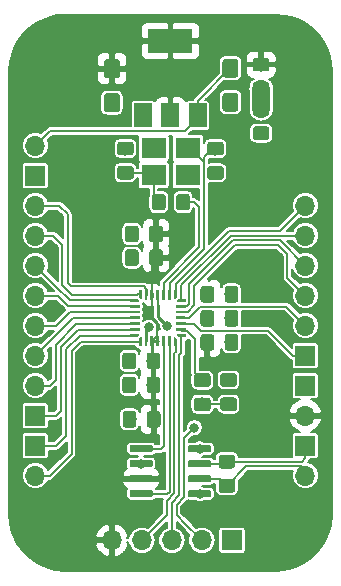
<source format=gtl>
G04 #@! TF.GenerationSoftware,KiCad,Pcbnew,(5.1.4)-1*
G04 #@! TF.CreationDate,2020-10-29T21:44:13+08:00*
G04 #@! TF.ProjectId,custom_microcontroller,63757374-6f6d-45f6-9d69-63726f636f6e,rev?*
G04 #@! TF.SameCoordinates,Original*
G04 #@! TF.FileFunction,Copper,L1,Top*
G04 #@! TF.FilePolarity,Positive*
%FSLAX46Y46*%
G04 Gerber Fmt 4.6, Leading zero omitted, Abs format (unit mm)*
G04 Created by KiCad (PCBNEW (5.1.4)-1) date 2020-10-29 21:44:13*
%MOMM*%
%LPD*%
G04 APERTURE LIST*
%ADD10C,0.100000*%
%ADD11C,0.600000*%
%ADD12C,1.150000*%
%ADD13O,1.700000X1.700000*%
%ADD14R,1.700000X1.700000*%
%ADD15R,2.100000X1.800000*%
%ADD16R,1.500000X2.000000*%
%ADD17R,3.800000X2.000000*%
%ADD18C,0.136863*%
%ADD19C,0.250000*%
%ADD20C,1.350000*%
%ADD21C,0.800000*%
%ADD22C,0.250000*%
%ADD23C,0.254000*%
%ADD24C,0.203200*%
%ADD25C,1.524000*%
G04 APERTURE END LIST*
D10*
G36*
X136794703Y-143464722D02*
G01*
X136809264Y-143466882D01*
X136823543Y-143470459D01*
X136837403Y-143475418D01*
X136850710Y-143481712D01*
X136863336Y-143489280D01*
X136875159Y-143498048D01*
X136886066Y-143507934D01*
X136895952Y-143518841D01*
X136904720Y-143530664D01*
X136912288Y-143543290D01*
X136918582Y-143556597D01*
X136923541Y-143570457D01*
X136927118Y-143584736D01*
X136929278Y-143599297D01*
X136930000Y-143614000D01*
X136930000Y-143914000D01*
X136929278Y-143928703D01*
X136927118Y-143943264D01*
X136923541Y-143957543D01*
X136918582Y-143971403D01*
X136912288Y-143984710D01*
X136904720Y-143997336D01*
X136895952Y-144009159D01*
X136886066Y-144020066D01*
X136875159Y-144029952D01*
X136863336Y-144038720D01*
X136850710Y-144046288D01*
X136837403Y-144052582D01*
X136823543Y-144057541D01*
X136809264Y-144061118D01*
X136794703Y-144063278D01*
X136780000Y-144064000D01*
X135130000Y-144064000D01*
X135115297Y-144063278D01*
X135100736Y-144061118D01*
X135086457Y-144057541D01*
X135072597Y-144052582D01*
X135059290Y-144046288D01*
X135046664Y-144038720D01*
X135034841Y-144029952D01*
X135023934Y-144020066D01*
X135014048Y-144009159D01*
X135005280Y-143997336D01*
X134997712Y-143984710D01*
X134991418Y-143971403D01*
X134986459Y-143957543D01*
X134982882Y-143943264D01*
X134980722Y-143928703D01*
X134980000Y-143914000D01*
X134980000Y-143614000D01*
X134980722Y-143599297D01*
X134982882Y-143584736D01*
X134986459Y-143570457D01*
X134991418Y-143556597D01*
X134997712Y-143543290D01*
X135005280Y-143530664D01*
X135014048Y-143518841D01*
X135023934Y-143507934D01*
X135034841Y-143498048D01*
X135046664Y-143489280D01*
X135059290Y-143481712D01*
X135072597Y-143475418D01*
X135086457Y-143470459D01*
X135100736Y-143466882D01*
X135115297Y-143464722D01*
X135130000Y-143464000D01*
X136780000Y-143464000D01*
X136794703Y-143464722D01*
X136794703Y-143464722D01*
G37*
D11*
X135955000Y-143764000D03*
D10*
G36*
X136794703Y-144734722D02*
G01*
X136809264Y-144736882D01*
X136823543Y-144740459D01*
X136837403Y-144745418D01*
X136850710Y-144751712D01*
X136863336Y-144759280D01*
X136875159Y-144768048D01*
X136886066Y-144777934D01*
X136895952Y-144788841D01*
X136904720Y-144800664D01*
X136912288Y-144813290D01*
X136918582Y-144826597D01*
X136923541Y-144840457D01*
X136927118Y-144854736D01*
X136929278Y-144869297D01*
X136930000Y-144884000D01*
X136930000Y-145184000D01*
X136929278Y-145198703D01*
X136927118Y-145213264D01*
X136923541Y-145227543D01*
X136918582Y-145241403D01*
X136912288Y-145254710D01*
X136904720Y-145267336D01*
X136895952Y-145279159D01*
X136886066Y-145290066D01*
X136875159Y-145299952D01*
X136863336Y-145308720D01*
X136850710Y-145316288D01*
X136837403Y-145322582D01*
X136823543Y-145327541D01*
X136809264Y-145331118D01*
X136794703Y-145333278D01*
X136780000Y-145334000D01*
X135130000Y-145334000D01*
X135115297Y-145333278D01*
X135100736Y-145331118D01*
X135086457Y-145327541D01*
X135072597Y-145322582D01*
X135059290Y-145316288D01*
X135046664Y-145308720D01*
X135034841Y-145299952D01*
X135023934Y-145290066D01*
X135014048Y-145279159D01*
X135005280Y-145267336D01*
X134997712Y-145254710D01*
X134991418Y-145241403D01*
X134986459Y-145227543D01*
X134982882Y-145213264D01*
X134980722Y-145198703D01*
X134980000Y-145184000D01*
X134980000Y-144884000D01*
X134980722Y-144869297D01*
X134982882Y-144854736D01*
X134986459Y-144840457D01*
X134991418Y-144826597D01*
X134997712Y-144813290D01*
X135005280Y-144800664D01*
X135014048Y-144788841D01*
X135023934Y-144777934D01*
X135034841Y-144768048D01*
X135046664Y-144759280D01*
X135059290Y-144751712D01*
X135072597Y-144745418D01*
X135086457Y-144740459D01*
X135100736Y-144736882D01*
X135115297Y-144734722D01*
X135130000Y-144734000D01*
X136780000Y-144734000D01*
X136794703Y-144734722D01*
X136794703Y-144734722D01*
G37*
D11*
X135955000Y-145034000D03*
D10*
G36*
X136794703Y-146004722D02*
G01*
X136809264Y-146006882D01*
X136823543Y-146010459D01*
X136837403Y-146015418D01*
X136850710Y-146021712D01*
X136863336Y-146029280D01*
X136875159Y-146038048D01*
X136886066Y-146047934D01*
X136895952Y-146058841D01*
X136904720Y-146070664D01*
X136912288Y-146083290D01*
X136918582Y-146096597D01*
X136923541Y-146110457D01*
X136927118Y-146124736D01*
X136929278Y-146139297D01*
X136930000Y-146154000D01*
X136930000Y-146454000D01*
X136929278Y-146468703D01*
X136927118Y-146483264D01*
X136923541Y-146497543D01*
X136918582Y-146511403D01*
X136912288Y-146524710D01*
X136904720Y-146537336D01*
X136895952Y-146549159D01*
X136886066Y-146560066D01*
X136875159Y-146569952D01*
X136863336Y-146578720D01*
X136850710Y-146586288D01*
X136837403Y-146592582D01*
X136823543Y-146597541D01*
X136809264Y-146601118D01*
X136794703Y-146603278D01*
X136780000Y-146604000D01*
X135130000Y-146604000D01*
X135115297Y-146603278D01*
X135100736Y-146601118D01*
X135086457Y-146597541D01*
X135072597Y-146592582D01*
X135059290Y-146586288D01*
X135046664Y-146578720D01*
X135034841Y-146569952D01*
X135023934Y-146560066D01*
X135014048Y-146549159D01*
X135005280Y-146537336D01*
X134997712Y-146524710D01*
X134991418Y-146511403D01*
X134986459Y-146497543D01*
X134982882Y-146483264D01*
X134980722Y-146468703D01*
X134980000Y-146454000D01*
X134980000Y-146154000D01*
X134980722Y-146139297D01*
X134982882Y-146124736D01*
X134986459Y-146110457D01*
X134991418Y-146096597D01*
X134997712Y-146083290D01*
X135005280Y-146070664D01*
X135014048Y-146058841D01*
X135023934Y-146047934D01*
X135034841Y-146038048D01*
X135046664Y-146029280D01*
X135059290Y-146021712D01*
X135072597Y-146015418D01*
X135086457Y-146010459D01*
X135100736Y-146006882D01*
X135115297Y-146004722D01*
X135130000Y-146004000D01*
X136780000Y-146004000D01*
X136794703Y-146004722D01*
X136794703Y-146004722D01*
G37*
D11*
X135955000Y-146304000D03*
D10*
G36*
X136794703Y-147274722D02*
G01*
X136809264Y-147276882D01*
X136823543Y-147280459D01*
X136837403Y-147285418D01*
X136850710Y-147291712D01*
X136863336Y-147299280D01*
X136875159Y-147308048D01*
X136886066Y-147317934D01*
X136895952Y-147328841D01*
X136904720Y-147340664D01*
X136912288Y-147353290D01*
X136918582Y-147366597D01*
X136923541Y-147380457D01*
X136927118Y-147394736D01*
X136929278Y-147409297D01*
X136930000Y-147424000D01*
X136930000Y-147724000D01*
X136929278Y-147738703D01*
X136927118Y-147753264D01*
X136923541Y-147767543D01*
X136918582Y-147781403D01*
X136912288Y-147794710D01*
X136904720Y-147807336D01*
X136895952Y-147819159D01*
X136886066Y-147830066D01*
X136875159Y-147839952D01*
X136863336Y-147848720D01*
X136850710Y-147856288D01*
X136837403Y-147862582D01*
X136823543Y-147867541D01*
X136809264Y-147871118D01*
X136794703Y-147873278D01*
X136780000Y-147874000D01*
X135130000Y-147874000D01*
X135115297Y-147873278D01*
X135100736Y-147871118D01*
X135086457Y-147867541D01*
X135072597Y-147862582D01*
X135059290Y-147856288D01*
X135046664Y-147848720D01*
X135034841Y-147839952D01*
X135023934Y-147830066D01*
X135014048Y-147819159D01*
X135005280Y-147807336D01*
X134997712Y-147794710D01*
X134991418Y-147781403D01*
X134986459Y-147767543D01*
X134982882Y-147753264D01*
X134980722Y-147738703D01*
X134980000Y-147724000D01*
X134980000Y-147424000D01*
X134980722Y-147409297D01*
X134982882Y-147394736D01*
X134986459Y-147380457D01*
X134991418Y-147366597D01*
X134997712Y-147353290D01*
X135005280Y-147340664D01*
X135014048Y-147328841D01*
X135023934Y-147317934D01*
X135034841Y-147308048D01*
X135046664Y-147299280D01*
X135059290Y-147291712D01*
X135072597Y-147285418D01*
X135086457Y-147280459D01*
X135100736Y-147276882D01*
X135115297Y-147274722D01*
X135130000Y-147274000D01*
X136780000Y-147274000D01*
X136794703Y-147274722D01*
X136794703Y-147274722D01*
G37*
D11*
X135955000Y-147574000D03*
D10*
G36*
X141744703Y-147274722D02*
G01*
X141759264Y-147276882D01*
X141773543Y-147280459D01*
X141787403Y-147285418D01*
X141800710Y-147291712D01*
X141813336Y-147299280D01*
X141825159Y-147308048D01*
X141836066Y-147317934D01*
X141845952Y-147328841D01*
X141854720Y-147340664D01*
X141862288Y-147353290D01*
X141868582Y-147366597D01*
X141873541Y-147380457D01*
X141877118Y-147394736D01*
X141879278Y-147409297D01*
X141880000Y-147424000D01*
X141880000Y-147724000D01*
X141879278Y-147738703D01*
X141877118Y-147753264D01*
X141873541Y-147767543D01*
X141868582Y-147781403D01*
X141862288Y-147794710D01*
X141854720Y-147807336D01*
X141845952Y-147819159D01*
X141836066Y-147830066D01*
X141825159Y-147839952D01*
X141813336Y-147848720D01*
X141800710Y-147856288D01*
X141787403Y-147862582D01*
X141773543Y-147867541D01*
X141759264Y-147871118D01*
X141744703Y-147873278D01*
X141730000Y-147874000D01*
X140080000Y-147874000D01*
X140065297Y-147873278D01*
X140050736Y-147871118D01*
X140036457Y-147867541D01*
X140022597Y-147862582D01*
X140009290Y-147856288D01*
X139996664Y-147848720D01*
X139984841Y-147839952D01*
X139973934Y-147830066D01*
X139964048Y-147819159D01*
X139955280Y-147807336D01*
X139947712Y-147794710D01*
X139941418Y-147781403D01*
X139936459Y-147767543D01*
X139932882Y-147753264D01*
X139930722Y-147738703D01*
X139930000Y-147724000D01*
X139930000Y-147424000D01*
X139930722Y-147409297D01*
X139932882Y-147394736D01*
X139936459Y-147380457D01*
X139941418Y-147366597D01*
X139947712Y-147353290D01*
X139955280Y-147340664D01*
X139964048Y-147328841D01*
X139973934Y-147317934D01*
X139984841Y-147308048D01*
X139996664Y-147299280D01*
X140009290Y-147291712D01*
X140022597Y-147285418D01*
X140036457Y-147280459D01*
X140050736Y-147276882D01*
X140065297Y-147274722D01*
X140080000Y-147274000D01*
X141730000Y-147274000D01*
X141744703Y-147274722D01*
X141744703Y-147274722D01*
G37*
D11*
X140905000Y-147574000D03*
D10*
G36*
X141744703Y-146004722D02*
G01*
X141759264Y-146006882D01*
X141773543Y-146010459D01*
X141787403Y-146015418D01*
X141800710Y-146021712D01*
X141813336Y-146029280D01*
X141825159Y-146038048D01*
X141836066Y-146047934D01*
X141845952Y-146058841D01*
X141854720Y-146070664D01*
X141862288Y-146083290D01*
X141868582Y-146096597D01*
X141873541Y-146110457D01*
X141877118Y-146124736D01*
X141879278Y-146139297D01*
X141880000Y-146154000D01*
X141880000Y-146454000D01*
X141879278Y-146468703D01*
X141877118Y-146483264D01*
X141873541Y-146497543D01*
X141868582Y-146511403D01*
X141862288Y-146524710D01*
X141854720Y-146537336D01*
X141845952Y-146549159D01*
X141836066Y-146560066D01*
X141825159Y-146569952D01*
X141813336Y-146578720D01*
X141800710Y-146586288D01*
X141787403Y-146592582D01*
X141773543Y-146597541D01*
X141759264Y-146601118D01*
X141744703Y-146603278D01*
X141730000Y-146604000D01*
X140080000Y-146604000D01*
X140065297Y-146603278D01*
X140050736Y-146601118D01*
X140036457Y-146597541D01*
X140022597Y-146592582D01*
X140009290Y-146586288D01*
X139996664Y-146578720D01*
X139984841Y-146569952D01*
X139973934Y-146560066D01*
X139964048Y-146549159D01*
X139955280Y-146537336D01*
X139947712Y-146524710D01*
X139941418Y-146511403D01*
X139936459Y-146497543D01*
X139932882Y-146483264D01*
X139930722Y-146468703D01*
X139930000Y-146454000D01*
X139930000Y-146154000D01*
X139930722Y-146139297D01*
X139932882Y-146124736D01*
X139936459Y-146110457D01*
X139941418Y-146096597D01*
X139947712Y-146083290D01*
X139955280Y-146070664D01*
X139964048Y-146058841D01*
X139973934Y-146047934D01*
X139984841Y-146038048D01*
X139996664Y-146029280D01*
X140009290Y-146021712D01*
X140022597Y-146015418D01*
X140036457Y-146010459D01*
X140050736Y-146006882D01*
X140065297Y-146004722D01*
X140080000Y-146004000D01*
X141730000Y-146004000D01*
X141744703Y-146004722D01*
X141744703Y-146004722D01*
G37*
D11*
X140905000Y-146304000D03*
D10*
G36*
X141744703Y-144734722D02*
G01*
X141759264Y-144736882D01*
X141773543Y-144740459D01*
X141787403Y-144745418D01*
X141800710Y-144751712D01*
X141813336Y-144759280D01*
X141825159Y-144768048D01*
X141836066Y-144777934D01*
X141845952Y-144788841D01*
X141854720Y-144800664D01*
X141862288Y-144813290D01*
X141868582Y-144826597D01*
X141873541Y-144840457D01*
X141877118Y-144854736D01*
X141879278Y-144869297D01*
X141880000Y-144884000D01*
X141880000Y-145184000D01*
X141879278Y-145198703D01*
X141877118Y-145213264D01*
X141873541Y-145227543D01*
X141868582Y-145241403D01*
X141862288Y-145254710D01*
X141854720Y-145267336D01*
X141845952Y-145279159D01*
X141836066Y-145290066D01*
X141825159Y-145299952D01*
X141813336Y-145308720D01*
X141800710Y-145316288D01*
X141787403Y-145322582D01*
X141773543Y-145327541D01*
X141759264Y-145331118D01*
X141744703Y-145333278D01*
X141730000Y-145334000D01*
X140080000Y-145334000D01*
X140065297Y-145333278D01*
X140050736Y-145331118D01*
X140036457Y-145327541D01*
X140022597Y-145322582D01*
X140009290Y-145316288D01*
X139996664Y-145308720D01*
X139984841Y-145299952D01*
X139973934Y-145290066D01*
X139964048Y-145279159D01*
X139955280Y-145267336D01*
X139947712Y-145254710D01*
X139941418Y-145241403D01*
X139936459Y-145227543D01*
X139932882Y-145213264D01*
X139930722Y-145198703D01*
X139930000Y-145184000D01*
X139930000Y-144884000D01*
X139930722Y-144869297D01*
X139932882Y-144854736D01*
X139936459Y-144840457D01*
X139941418Y-144826597D01*
X139947712Y-144813290D01*
X139955280Y-144800664D01*
X139964048Y-144788841D01*
X139973934Y-144777934D01*
X139984841Y-144768048D01*
X139996664Y-144759280D01*
X140009290Y-144751712D01*
X140022597Y-144745418D01*
X140036457Y-144740459D01*
X140050736Y-144736882D01*
X140065297Y-144734722D01*
X140080000Y-144734000D01*
X141730000Y-144734000D01*
X141744703Y-144734722D01*
X141744703Y-144734722D01*
G37*
D11*
X140905000Y-145034000D03*
D10*
G36*
X141744703Y-143464722D02*
G01*
X141759264Y-143466882D01*
X141773543Y-143470459D01*
X141787403Y-143475418D01*
X141800710Y-143481712D01*
X141813336Y-143489280D01*
X141825159Y-143498048D01*
X141836066Y-143507934D01*
X141845952Y-143518841D01*
X141854720Y-143530664D01*
X141862288Y-143543290D01*
X141868582Y-143556597D01*
X141873541Y-143570457D01*
X141877118Y-143584736D01*
X141879278Y-143599297D01*
X141880000Y-143614000D01*
X141880000Y-143914000D01*
X141879278Y-143928703D01*
X141877118Y-143943264D01*
X141873541Y-143957543D01*
X141868582Y-143971403D01*
X141862288Y-143984710D01*
X141854720Y-143997336D01*
X141845952Y-144009159D01*
X141836066Y-144020066D01*
X141825159Y-144029952D01*
X141813336Y-144038720D01*
X141800710Y-144046288D01*
X141787403Y-144052582D01*
X141773543Y-144057541D01*
X141759264Y-144061118D01*
X141744703Y-144063278D01*
X141730000Y-144064000D01*
X140080000Y-144064000D01*
X140065297Y-144063278D01*
X140050736Y-144061118D01*
X140036457Y-144057541D01*
X140022597Y-144052582D01*
X140009290Y-144046288D01*
X139996664Y-144038720D01*
X139984841Y-144029952D01*
X139973934Y-144020066D01*
X139964048Y-144009159D01*
X139955280Y-143997336D01*
X139947712Y-143984710D01*
X139941418Y-143971403D01*
X139936459Y-143957543D01*
X139932882Y-143943264D01*
X139930722Y-143928703D01*
X139930000Y-143914000D01*
X139930000Y-143614000D01*
X139930722Y-143599297D01*
X139932882Y-143584736D01*
X139936459Y-143570457D01*
X139941418Y-143556597D01*
X139947712Y-143543290D01*
X139955280Y-143530664D01*
X139964048Y-143518841D01*
X139973934Y-143507934D01*
X139984841Y-143498048D01*
X139996664Y-143489280D01*
X140009290Y-143481712D01*
X140022597Y-143475418D01*
X140036457Y-143470459D01*
X140050736Y-143466882D01*
X140065297Y-143464722D01*
X140080000Y-143464000D01*
X141730000Y-143464000D01*
X141744703Y-143464722D01*
X141744703Y-143464722D01*
G37*
D11*
X140905000Y-143764000D03*
D10*
G36*
X143948311Y-129994744D02*
G01*
X143972579Y-129998344D01*
X143996378Y-130004305D01*
X144019477Y-130012570D01*
X144041656Y-130023060D01*
X144062699Y-130035672D01*
X144082405Y-130050287D01*
X144100583Y-130066763D01*
X144117059Y-130084941D01*
X144131674Y-130104647D01*
X144144286Y-130125690D01*
X144154776Y-130147869D01*
X144163041Y-130170968D01*
X144169002Y-130194767D01*
X144172602Y-130219035D01*
X144173806Y-130243539D01*
X144173806Y-131143541D01*
X144172602Y-131168045D01*
X144169002Y-131192313D01*
X144163041Y-131216112D01*
X144154776Y-131239211D01*
X144144286Y-131261390D01*
X144131674Y-131282433D01*
X144117059Y-131302139D01*
X144100583Y-131320317D01*
X144082405Y-131336793D01*
X144062699Y-131351408D01*
X144041656Y-131364020D01*
X144019477Y-131374510D01*
X143996378Y-131382775D01*
X143972579Y-131388736D01*
X143948311Y-131392336D01*
X143923807Y-131393540D01*
X143273805Y-131393540D01*
X143249301Y-131392336D01*
X143225033Y-131388736D01*
X143201234Y-131382775D01*
X143178135Y-131374510D01*
X143155956Y-131364020D01*
X143134913Y-131351408D01*
X143115207Y-131336793D01*
X143097029Y-131320317D01*
X143080553Y-131302139D01*
X143065938Y-131282433D01*
X143053326Y-131261390D01*
X143042836Y-131239211D01*
X143034571Y-131216112D01*
X143028610Y-131192313D01*
X143025010Y-131168045D01*
X143023806Y-131143541D01*
X143023806Y-130243539D01*
X143025010Y-130219035D01*
X143028610Y-130194767D01*
X143034571Y-130170968D01*
X143042836Y-130147869D01*
X143053326Y-130125690D01*
X143065938Y-130104647D01*
X143080553Y-130084941D01*
X143097029Y-130066763D01*
X143115207Y-130050287D01*
X143134913Y-130035672D01*
X143155956Y-130023060D01*
X143178135Y-130012570D01*
X143201234Y-130004305D01*
X143225033Y-129998344D01*
X143249301Y-129994744D01*
X143273805Y-129993540D01*
X143923807Y-129993540D01*
X143948311Y-129994744D01*
X143948311Y-129994744D01*
G37*
D12*
X143598806Y-130693540D03*
D10*
G36*
X141898311Y-129994744D02*
G01*
X141922579Y-129998344D01*
X141946378Y-130004305D01*
X141969477Y-130012570D01*
X141991656Y-130023060D01*
X142012699Y-130035672D01*
X142032405Y-130050287D01*
X142050583Y-130066763D01*
X142067059Y-130084941D01*
X142081674Y-130104647D01*
X142094286Y-130125690D01*
X142104776Y-130147869D01*
X142113041Y-130170968D01*
X142119002Y-130194767D01*
X142122602Y-130219035D01*
X142123806Y-130243539D01*
X142123806Y-131143541D01*
X142122602Y-131168045D01*
X142119002Y-131192313D01*
X142113041Y-131216112D01*
X142104776Y-131239211D01*
X142094286Y-131261390D01*
X142081674Y-131282433D01*
X142067059Y-131302139D01*
X142050583Y-131320317D01*
X142032405Y-131336793D01*
X142012699Y-131351408D01*
X141991656Y-131364020D01*
X141969477Y-131374510D01*
X141946378Y-131382775D01*
X141922579Y-131388736D01*
X141898311Y-131392336D01*
X141873807Y-131393540D01*
X141223805Y-131393540D01*
X141199301Y-131392336D01*
X141175033Y-131388736D01*
X141151234Y-131382775D01*
X141128135Y-131374510D01*
X141105956Y-131364020D01*
X141084913Y-131351408D01*
X141065207Y-131336793D01*
X141047029Y-131320317D01*
X141030553Y-131302139D01*
X141015938Y-131282433D01*
X141003326Y-131261390D01*
X140992836Y-131239211D01*
X140984571Y-131216112D01*
X140978610Y-131192313D01*
X140975010Y-131168045D01*
X140973806Y-131143541D01*
X140973806Y-130243539D01*
X140975010Y-130219035D01*
X140978610Y-130194767D01*
X140984571Y-130170968D01*
X140992836Y-130147869D01*
X141003326Y-130125690D01*
X141015938Y-130104647D01*
X141030553Y-130084941D01*
X141047029Y-130066763D01*
X141065207Y-130050287D01*
X141084913Y-130035672D01*
X141105956Y-130023060D01*
X141128135Y-130012570D01*
X141151234Y-130004305D01*
X141175033Y-129998344D01*
X141199301Y-129994744D01*
X141223805Y-129993540D01*
X141873807Y-129993540D01*
X141898311Y-129994744D01*
X141898311Y-129994744D01*
G37*
D12*
X141548806Y-130693540D03*
D13*
X149860000Y-146050000D03*
D14*
X149860000Y-143510000D03*
D13*
X133477000Y-151511000D03*
X136017000Y-151511000D03*
X138557000Y-151511000D03*
X141097000Y-151511000D03*
D14*
X143637000Y-151511000D03*
D13*
X127000000Y-118110000D03*
D14*
X127000000Y-120650000D03*
D13*
X149860000Y-140970000D03*
D14*
X149860000Y-138430000D03*
D13*
X149860000Y-123190000D03*
X149860000Y-125730000D03*
X149860000Y-128270000D03*
X149860000Y-130810000D03*
X149860000Y-133350000D03*
D14*
X149860000Y-135890000D03*
D13*
X127000000Y-146050000D03*
D14*
X127000000Y-143510000D03*
D13*
X127000000Y-123190000D03*
X127000000Y-125730000D03*
X127000000Y-128270000D03*
X127000000Y-130810000D03*
X127000000Y-133350000D03*
X127000000Y-135890000D03*
X127000000Y-138430000D03*
D14*
X127000000Y-140970000D03*
D10*
G36*
X135316105Y-140576004D02*
G01*
X135340373Y-140579604D01*
X135364172Y-140585565D01*
X135387271Y-140593830D01*
X135409450Y-140604320D01*
X135430493Y-140616932D01*
X135450199Y-140631547D01*
X135468377Y-140648023D01*
X135484853Y-140666201D01*
X135499468Y-140685907D01*
X135512080Y-140706950D01*
X135522570Y-140729129D01*
X135530835Y-140752228D01*
X135536796Y-140776027D01*
X135540396Y-140800295D01*
X135541600Y-140824799D01*
X135541600Y-141724801D01*
X135540396Y-141749305D01*
X135536796Y-141773573D01*
X135530835Y-141797372D01*
X135522570Y-141820471D01*
X135512080Y-141842650D01*
X135499468Y-141863693D01*
X135484853Y-141883399D01*
X135468377Y-141901577D01*
X135450199Y-141918053D01*
X135430493Y-141932668D01*
X135409450Y-141945280D01*
X135387271Y-141955770D01*
X135364172Y-141964035D01*
X135340373Y-141969996D01*
X135316105Y-141973596D01*
X135291601Y-141974800D01*
X134641599Y-141974800D01*
X134617095Y-141973596D01*
X134592827Y-141969996D01*
X134569028Y-141964035D01*
X134545929Y-141955770D01*
X134523750Y-141945280D01*
X134502707Y-141932668D01*
X134483001Y-141918053D01*
X134464823Y-141901577D01*
X134448347Y-141883399D01*
X134433732Y-141863693D01*
X134421120Y-141842650D01*
X134410630Y-141820471D01*
X134402365Y-141797372D01*
X134396404Y-141773573D01*
X134392804Y-141749305D01*
X134391600Y-141724801D01*
X134391600Y-140824799D01*
X134392804Y-140800295D01*
X134396404Y-140776027D01*
X134402365Y-140752228D01*
X134410630Y-140729129D01*
X134421120Y-140706950D01*
X134433732Y-140685907D01*
X134448347Y-140666201D01*
X134464823Y-140648023D01*
X134483001Y-140631547D01*
X134502707Y-140616932D01*
X134523750Y-140604320D01*
X134545929Y-140593830D01*
X134569028Y-140585565D01*
X134592827Y-140579604D01*
X134617095Y-140576004D01*
X134641599Y-140574800D01*
X135291601Y-140574800D01*
X135316105Y-140576004D01*
X135316105Y-140576004D01*
G37*
D12*
X134966600Y-141274800D03*
D10*
G36*
X137366105Y-140576004D02*
G01*
X137390373Y-140579604D01*
X137414172Y-140585565D01*
X137437271Y-140593830D01*
X137459450Y-140604320D01*
X137480493Y-140616932D01*
X137500199Y-140631547D01*
X137518377Y-140648023D01*
X137534853Y-140666201D01*
X137549468Y-140685907D01*
X137562080Y-140706950D01*
X137572570Y-140729129D01*
X137580835Y-140752228D01*
X137586796Y-140776027D01*
X137590396Y-140800295D01*
X137591600Y-140824799D01*
X137591600Y-141724801D01*
X137590396Y-141749305D01*
X137586796Y-141773573D01*
X137580835Y-141797372D01*
X137572570Y-141820471D01*
X137562080Y-141842650D01*
X137549468Y-141863693D01*
X137534853Y-141883399D01*
X137518377Y-141901577D01*
X137500199Y-141918053D01*
X137480493Y-141932668D01*
X137459450Y-141945280D01*
X137437271Y-141955770D01*
X137414172Y-141964035D01*
X137390373Y-141969996D01*
X137366105Y-141973596D01*
X137341601Y-141974800D01*
X136691599Y-141974800D01*
X136667095Y-141973596D01*
X136642827Y-141969996D01*
X136619028Y-141964035D01*
X136595929Y-141955770D01*
X136573750Y-141945280D01*
X136552707Y-141932668D01*
X136533001Y-141918053D01*
X136514823Y-141901577D01*
X136498347Y-141883399D01*
X136483732Y-141863693D01*
X136471120Y-141842650D01*
X136460630Y-141820471D01*
X136452365Y-141797372D01*
X136446404Y-141773573D01*
X136442804Y-141749305D01*
X136441600Y-141724801D01*
X136441600Y-140824799D01*
X136442804Y-140800295D01*
X136446404Y-140776027D01*
X136452365Y-140752228D01*
X136460630Y-140729129D01*
X136471120Y-140706950D01*
X136483732Y-140685907D01*
X136498347Y-140666201D01*
X136514823Y-140648023D01*
X136533001Y-140631547D01*
X136552707Y-140616932D01*
X136573750Y-140604320D01*
X136595929Y-140593830D01*
X136619028Y-140585565D01*
X136642827Y-140579604D01*
X136667095Y-140576004D01*
X136691599Y-140574800D01*
X137341601Y-140574800D01*
X137366105Y-140576004D01*
X137366105Y-140576004D01*
G37*
D12*
X137016600Y-141274800D03*
D10*
G36*
X143679705Y-144289804D02*
G01*
X143703973Y-144293404D01*
X143727772Y-144299365D01*
X143750871Y-144307630D01*
X143773050Y-144318120D01*
X143794093Y-144330732D01*
X143813799Y-144345347D01*
X143831977Y-144361823D01*
X143848453Y-144380001D01*
X143863068Y-144399707D01*
X143875680Y-144420750D01*
X143886170Y-144442929D01*
X143894435Y-144466028D01*
X143900396Y-144489827D01*
X143903996Y-144514095D01*
X143905200Y-144538599D01*
X143905200Y-145188601D01*
X143903996Y-145213105D01*
X143900396Y-145237373D01*
X143894435Y-145261172D01*
X143886170Y-145284271D01*
X143875680Y-145306450D01*
X143863068Y-145327493D01*
X143848453Y-145347199D01*
X143831977Y-145365377D01*
X143813799Y-145381853D01*
X143794093Y-145396468D01*
X143773050Y-145409080D01*
X143750871Y-145419570D01*
X143727772Y-145427835D01*
X143703973Y-145433796D01*
X143679705Y-145437396D01*
X143655201Y-145438600D01*
X142755199Y-145438600D01*
X142730695Y-145437396D01*
X142706427Y-145433796D01*
X142682628Y-145427835D01*
X142659529Y-145419570D01*
X142637350Y-145409080D01*
X142616307Y-145396468D01*
X142596601Y-145381853D01*
X142578423Y-145365377D01*
X142561947Y-145347199D01*
X142547332Y-145327493D01*
X142534720Y-145306450D01*
X142524230Y-145284271D01*
X142515965Y-145261172D01*
X142510004Y-145237373D01*
X142506404Y-145213105D01*
X142505200Y-145188601D01*
X142505200Y-144538599D01*
X142506404Y-144514095D01*
X142510004Y-144489827D01*
X142515965Y-144466028D01*
X142524230Y-144442929D01*
X142534720Y-144420750D01*
X142547332Y-144399707D01*
X142561947Y-144380001D01*
X142578423Y-144361823D01*
X142596601Y-144345347D01*
X142616307Y-144330732D01*
X142637350Y-144318120D01*
X142659529Y-144307630D01*
X142682628Y-144299365D01*
X142706427Y-144293404D01*
X142730695Y-144289804D01*
X142755199Y-144288600D01*
X143655201Y-144288600D01*
X143679705Y-144289804D01*
X143679705Y-144289804D01*
G37*
D12*
X143205200Y-144863600D03*
D10*
G36*
X143679705Y-146339804D02*
G01*
X143703973Y-146343404D01*
X143727772Y-146349365D01*
X143750871Y-146357630D01*
X143773050Y-146368120D01*
X143794093Y-146380732D01*
X143813799Y-146395347D01*
X143831977Y-146411823D01*
X143848453Y-146430001D01*
X143863068Y-146449707D01*
X143875680Y-146470750D01*
X143886170Y-146492929D01*
X143894435Y-146516028D01*
X143900396Y-146539827D01*
X143903996Y-146564095D01*
X143905200Y-146588599D01*
X143905200Y-147238601D01*
X143903996Y-147263105D01*
X143900396Y-147287373D01*
X143894435Y-147311172D01*
X143886170Y-147334271D01*
X143875680Y-147356450D01*
X143863068Y-147377493D01*
X143848453Y-147397199D01*
X143831977Y-147415377D01*
X143813799Y-147431853D01*
X143794093Y-147446468D01*
X143773050Y-147459080D01*
X143750871Y-147469570D01*
X143727772Y-147477835D01*
X143703973Y-147483796D01*
X143679705Y-147487396D01*
X143655201Y-147488600D01*
X142755199Y-147488600D01*
X142730695Y-147487396D01*
X142706427Y-147483796D01*
X142682628Y-147477835D01*
X142659529Y-147469570D01*
X142637350Y-147459080D01*
X142616307Y-147446468D01*
X142596601Y-147431853D01*
X142578423Y-147415377D01*
X142561947Y-147397199D01*
X142547332Y-147377493D01*
X142534720Y-147356450D01*
X142524230Y-147334271D01*
X142515965Y-147311172D01*
X142510004Y-147287373D01*
X142506404Y-147263105D01*
X142505200Y-147238601D01*
X142505200Y-146588599D01*
X142506404Y-146564095D01*
X142510004Y-146539827D01*
X142515965Y-146516028D01*
X142524230Y-146492929D01*
X142534720Y-146470750D01*
X142547332Y-146449707D01*
X142561947Y-146430001D01*
X142578423Y-146411823D01*
X142596601Y-146395347D01*
X142616307Y-146380732D01*
X142637350Y-146368120D01*
X142659529Y-146357630D01*
X142682628Y-146349365D01*
X142706427Y-146343404D01*
X142730695Y-146339804D01*
X142755199Y-146338600D01*
X143655201Y-146338600D01*
X143679705Y-146339804D01*
X143679705Y-146339804D01*
G37*
D12*
X143205200Y-146913600D03*
D15*
X139903200Y-120599200D03*
X137003200Y-120599200D03*
X137003200Y-118299200D03*
X139903200Y-118299200D03*
D16*
X136130000Y-115545000D03*
X140730000Y-115545000D03*
X138430000Y-115545000D03*
D17*
X138430000Y-109245000D03*
D18*
X139360700Y-131189600D03*
D10*
G36*
X139737335Y-131278379D02*
G01*
X139734775Y-131286821D01*
X139730616Y-131294601D01*
X139725020Y-131301420D01*
X139718201Y-131307016D01*
X139710421Y-131311175D01*
X139701979Y-131313735D01*
X139693200Y-131314600D01*
X139028200Y-131314600D01*
X139019421Y-131313735D01*
X139010979Y-131311175D01*
X139003199Y-131307016D01*
X138996380Y-131301420D01*
X138990784Y-131294601D01*
X138986625Y-131286821D01*
X138984065Y-131278379D01*
X138983200Y-131269600D01*
X138983200Y-131243240D01*
X138984065Y-131234461D01*
X138986625Y-131226019D01*
X138990784Y-131218239D01*
X138996380Y-131211420D01*
X139130020Y-131077780D01*
X139136839Y-131072184D01*
X139144619Y-131068025D01*
X139153061Y-131065465D01*
X139161840Y-131064600D01*
X139693200Y-131064600D01*
X139701979Y-131065465D01*
X139710421Y-131068025D01*
X139718201Y-131072184D01*
X139725020Y-131077780D01*
X139730616Y-131084599D01*
X139734775Y-131092379D01*
X139737335Y-131100821D01*
X139738200Y-131109600D01*
X139738200Y-131269600D01*
X139737335Y-131278379D01*
X139737335Y-131278379D01*
G37*
G36*
X139681826Y-131564901D02*
G01*
X139687893Y-131565801D01*
X139693843Y-131567291D01*
X139699618Y-131569358D01*
X139705162Y-131571980D01*
X139710423Y-131575133D01*
X139715350Y-131578787D01*
X139719894Y-131582906D01*
X139724013Y-131587450D01*
X139727667Y-131592377D01*
X139730820Y-131597638D01*
X139733442Y-131603182D01*
X139735509Y-131608957D01*
X139736999Y-131614907D01*
X139737899Y-131620974D01*
X139738200Y-131627100D01*
X139738200Y-131752100D01*
X139737899Y-131758226D01*
X139736999Y-131764293D01*
X139735509Y-131770243D01*
X139733442Y-131776018D01*
X139730820Y-131781562D01*
X139727667Y-131786823D01*
X139724013Y-131791750D01*
X139719894Y-131796294D01*
X139715350Y-131800413D01*
X139710423Y-131804067D01*
X139705162Y-131807220D01*
X139699618Y-131809842D01*
X139693843Y-131811909D01*
X139687893Y-131813399D01*
X139681826Y-131814299D01*
X139675700Y-131814600D01*
X138925700Y-131814600D01*
X138919574Y-131814299D01*
X138913507Y-131813399D01*
X138907557Y-131811909D01*
X138901782Y-131809842D01*
X138896238Y-131807220D01*
X138890977Y-131804067D01*
X138886050Y-131800413D01*
X138881506Y-131796294D01*
X138877387Y-131791750D01*
X138873733Y-131786823D01*
X138870580Y-131781562D01*
X138867958Y-131776018D01*
X138865891Y-131770243D01*
X138864401Y-131764293D01*
X138863501Y-131758226D01*
X138863200Y-131752100D01*
X138863200Y-131627100D01*
X138863501Y-131620974D01*
X138864401Y-131614907D01*
X138865891Y-131608957D01*
X138867958Y-131603182D01*
X138870580Y-131597638D01*
X138873733Y-131592377D01*
X138877387Y-131587450D01*
X138881506Y-131582906D01*
X138886050Y-131578787D01*
X138890977Y-131575133D01*
X138896238Y-131571980D01*
X138901782Y-131569358D01*
X138907557Y-131567291D01*
X138913507Y-131565801D01*
X138919574Y-131564901D01*
X138925700Y-131564600D01*
X139675700Y-131564600D01*
X139681826Y-131564901D01*
X139681826Y-131564901D01*
G37*
D19*
X139300700Y-131689600D03*
D10*
G36*
X139681826Y-132064901D02*
G01*
X139687893Y-132065801D01*
X139693843Y-132067291D01*
X139699618Y-132069358D01*
X139705162Y-132071980D01*
X139710423Y-132075133D01*
X139715350Y-132078787D01*
X139719894Y-132082906D01*
X139724013Y-132087450D01*
X139727667Y-132092377D01*
X139730820Y-132097638D01*
X139733442Y-132103182D01*
X139735509Y-132108957D01*
X139736999Y-132114907D01*
X139737899Y-132120974D01*
X139738200Y-132127100D01*
X139738200Y-132252100D01*
X139737899Y-132258226D01*
X139736999Y-132264293D01*
X139735509Y-132270243D01*
X139733442Y-132276018D01*
X139730820Y-132281562D01*
X139727667Y-132286823D01*
X139724013Y-132291750D01*
X139719894Y-132296294D01*
X139715350Y-132300413D01*
X139710423Y-132304067D01*
X139705162Y-132307220D01*
X139699618Y-132309842D01*
X139693843Y-132311909D01*
X139687893Y-132313399D01*
X139681826Y-132314299D01*
X139675700Y-132314600D01*
X138925700Y-132314600D01*
X138919574Y-132314299D01*
X138913507Y-132313399D01*
X138907557Y-132311909D01*
X138901782Y-132309842D01*
X138896238Y-132307220D01*
X138890977Y-132304067D01*
X138886050Y-132300413D01*
X138881506Y-132296294D01*
X138877387Y-132291750D01*
X138873733Y-132286823D01*
X138870580Y-132281562D01*
X138867958Y-132276018D01*
X138865891Y-132270243D01*
X138864401Y-132264293D01*
X138863501Y-132258226D01*
X138863200Y-132252100D01*
X138863200Y-132127100D01*
X138863501Y-132120974D01*
X138864401Y-132114907D01*
X138865891Y-132108957D01*
X138867958Y-132103182D01*
X138870580Y-132097638D01*
X138873733Y-132092377D01*
X138877387Y-132087450D01*
X138881506Y-132082906D01*
X138886050Y-132078787D01*
X138890977Y-132075133D01*
X138896238Y-132071980D01*
X138901782Y-132069358D01*
X138907557Y-132067291D01*
X138913507Y-132065801D01*
X138919574Y-132064901D01*
X138925700Y-132064600D01*
X139675700Y-132064600D01*
X139681826Y-132064901D01*
X139681826Y-132064901D01*
G37*
D19*
X139300700Y-132189600D03*
D10*
G36*
X139681826Y-132564901D02*
G01*
X139687893Y-132565801D01*
X139693843Y-132567291D01*
X139699618Y-132569358D01*
X139705162Y-132571980D01*
X139710423Y-132575133D01*
X139715350Y-132578787D01*
X139719894Y-132582906D01*
X139724013Y-132587450D01*
X139727667Y-132592377D01*
X139730820Y-132597638D01*
X139733442Y-132603182D01*
X139735509Y-132608957D01*
X139736999Y-132614907D01*
X139737899Y-132620974D01*
X139738200Y-132627100D01*
X139738200Y-132752100D01*
X139737899Y-132758226D01*
X139736999Y-132764293D01*
X139735509Y-132770243D01*
X139733442Y-132776018D01*
X139730820Y-132781562D01*
X139727667Y-132786823D01*
X139724013Y-132791750D01*
X139719894Y-132796294D01*
X139715350Y-132800413D01*
X139710423Y-132804067D01*
X139705162Y-132807220D01*
X139699618Y-132809842D01*
X139693843Y-132811909D01*
X139687893Y-132813399D01*
X139681826Y-132814299D01*
X139675700Y-132814600D01*
X138925700Y-132814600D01*
X138919574Y-132814299D01*
X138913507Y-132813399D01*
X138907557Y-132811909D01*
X138901782Y-132809842D01*
X138896238Y-132807220D01*
X138890977Y-132804067D01*
X138886050Y-132800413D01*
X138881506Y-132796294D01*
X138877387Y-132791750D01*
X138873733Y-132786823D01*
X138870580Y-132781562D01*
X138867958Y-132776018D01*
X138865891Y-132770243D01*
X138864401Y-132764293D01*
X138863501Y-132758226D01*
X138863200Y-132752100D01*
X138863200Y-132627100D01*
X138863501Y-132620974D01*
X138864401Y-132614907D01*
X138865891Y-132608957D01*
X138867958Y-132603182D01*
X138870580Y-132597638D01*
X138873733Y-132592377D01*
X138877387Y-132587450D01*
X138881506Y-132582906D01*
X138886050Y-132578787D01*
X138890977Y-132575133D01*
X138896238Y-132571980D01*
X138901782Y-132569358D01*
X138907557Y-132567291D01*
X138913507Y-132565801D01*
X138919574Y-132564901D01*
X138925700Y-132564600D01*
X139675700Y-132564600D01*
X139681826Y-132564901D01*
X139681826Y-132564901D01*
G37*
D19*
X139300700Y-132689600D03*
D10*
G36*
X139681826Y-133064901D02*
G01*
X139687893Y-133065801D01*
X139693843Y-133067291D01*
X139699618Y-133069358D01*
X139705162Y-133071980D01*
X139710423Y-133075133D01*
X139715350Y-133078787D01*
X139719894Y-133082906D01*
X139724013Y-133087450D01*
X139727667Y-133092377D01*
X139730820Y-133097638D01*
X139733442Y-133103182D01*
X139735509Y-133108957D01*
X139736999Y-133114907D01*
X139737899Y-133120974D01*
X139738200Y-133127100D01*
X139738200Y-133252100D01*
X139737899Y-133258226D01*
X139736999Y-133264293D01*
X139735509Y-133270243D01*
X139733442Y-133276018D01*
X139730820Y-133281562D01*
X139727667Y-133286823D01*
X139724013Y-133291750D01*
X139719894Y-133296294D01*
X139715350Y-133300413D01*
X139710423Y-133304067D01*
X139705162Y-133307220D01*
X139699618Y-133309842D01*
X139693843Y-133311909D01*
X139687893Y-133313399D01*
X139681826Y-133314299D01*
X139675700Y-133314600D01*
X138925700Y-133314600D01*
X138919574Y-133314299D01*
X138913507Y-133313399D01*
X138907557Y-133311909D01*
X138901782Y-133309842D01*
X138896238Y-133307220D01*
X138890977Y-133304067D01*
X138886050Y-133300413D01*
X138881506Y-133296294D01*
X138877387Y-133291750D01*
X138873733Y-133286823D01*
X138870580Y-133281562D01*
X138867958Y-133276018D01*
X138865891Y-133270243D01*
X138864401Y-133264293D01*
X138863501Y-133258226D01*
X138863200Y-133252100D01*
X138863200Y-133127100D01*
X138863501Y-133120974D01*
X138864401Y-133114907D01*
X138865891Y-133108957D01*
X138867958Y-133103182D01*
X138870580Y-133097638D01*
X138873733Y-133092377D01*
X138877387Y-133087450D01*
X138881506Y-133082906D01*
X138886050Y-133078787D01*
X138890977Y-133075133D01*
X138896238Y-133071980D01*
X138901782Y-133069358D01*
X138907557Y-133067291D01*
X138913507Y-133065801D01*
X138919574Y-133064901D01*
X138925700Y-133064600D01*
X139675700Y-133064600D01*
X139681826Y-133064901D01*
X139681826Y-133064901D01*
G37*
D19*
X139300700Y-133189600D03*
D10*
G36*
X139681826Y-133564901D02*
G01*
X139687893Y-133565801D01*
X139693843Y-133567291D01*
X139699618Y-133569358D01*
X139705162Y-133571980D01*
X139710423Y-133575133D01*
X139715350Y-133578787D01*
X139719894Y-133582906D01*
X139724013Y-133587450D01*
X139727667Y-133592377D01*
X139730820Y-133597638D01*
X139733442Y-133603182D01*
X139735509Y-133608957D01*
X139736999Y-133614907D01*
X139737899Y-133620974D01*
X139738200Y-133627100D01*
X139738200Y-133752100D01*
X139737899Y-133758226D01*
X139736999Y-133764293D01*
X139735509Y-133770243D01*
X139733442Y-133776018D01*
X139730820Y-133781562D01*
X139727667Y-133786823D01*
X139724013Y-133791750D01*
X139719894Y-133796294D01*
X139715350Y-133800413D01*
X139710423Y-133804067D01*
X139705162Y-133807220D01*
X139699618Y-133809842D01*
X139693843Y-133811909D01*
X139687893Y-133813399D01*
X139681826Y-133814299D01*
X139675700Y-133814600D01*
X138925700Y-133814600D01*
X138919574Y-133814299D01*
X138913507Y-133813399D01*
X138907557Y-133811909D01*
X138901782Y-133809842D01*
X138896238Y-133807220D01*
X138890977Y-133804067D01*
X138886050Y-133800413D01*
X138881506Y-133796294D01*
X138877387Y-133791750D01*
X138873733Y-133786823D01*
X138870580Y-133781562D01*
X138867958Y-133776018D01*
X138865891Y-133770243D01*
X138864401Y-133764293D01*
X138863501Y-133758226D01*
X138863200Y-133752100D01*
X138863200Y-133627100D01*
X138863501Y-133620974D01*
X138864401Y-133614907D01*
X138865891Y-133608957D01*
X138867958Y-133603182D01*
X138870580Y-133597638D01*
X138873733Y-133592377D01*
X138877387Y-133587450D01*
X138881506Y-133582906D01*
X138886050Y-133578787D01*
X138890977Y-133575133D01*
X138896238Y-133571980D01*
X138901782Y-133569358D01*
X138907557Y-133567291D01*
X138913507Y-133565801D01*
X138919574Y-133564901D01*
X138925700Y-133564600D01*
X139675700Y-133564600D01*
X139681826Y-133564901D01*
X139681826Y-133564901D01*
G37*
D19*
X139300700Y-133689600D03*
D18*
X139360700Y-134189600D03*
D10*
G36*
X139737335Y-134278379D02*
G01*
X139734775Y-134286821D01*
X139730616Y-134294601D01*
X139725020Y-134301420D01*
X139718201Y-134307016D01*
X139710421Y-134311175D01*
X139701979Y-134313735D01*
X139693200Y-134314600D01*
X139161840Y-134314600D01*
X139153061Y-134313735D01*
X139144619Y-134311175D01*
X139136839Y-134307016D01*
X139130020Y-134301420D01*
X138996380Y-134167780D01*
X138990784Y-134160961D01*
X138986625Y-134153181D01*
X138984065Y-134144739D01*
X138983200Y-134135960D01*
X138983200Y-134109600D01*
X138984065Y-134100821D01*
X138986625Y-134092379D01*
X138990784Y-134084599D01*
X138996380Y-134077780D01*
X139003199Y-134072184D01*
X139010979Y-134068025D01*
X139019421Y-134065465D01*
X139028200Y-134064600D01*
X139693200Y-134064600D01*
X139701979Y-134065465D01*
X139710421Y-134068025D01*
X139718201Y-134072184D01*
X139725020Y-134077780D01*
X139730616Y-134084599D01*
X139734775Y-134092379D01*
X139737335Y-134100821D01*
X139738200Y-134109600D01*
X139738200Y-134269600D01*
X139737335Y-134278379D01*
X139737335Y-134278379D01*
G37*
D18*
X138863200Y-134687100D03*
D10*
G36*
X138987335Y-135028379D02*
G01*
X138984775Y-135036821D01*
X138980616Y-135044601D01*
X138975020Y-135051420D01*
X138968201Y-135057016D01*
X138960421Y-135061175D01*
X138951979Y-135063735D01*
X138943200Y-135064600D01*
X138783200Y-135064600D01*
X138774421Y-135063735D01*
X138765979Y-135061175D01*
X138758199Y-135057016D01*
X138751380Y-135051420D01*
X138745784Y-135044601D01*
X138741625Y-135036821D01*
X138739065Y-135028379D01*
X138738200Y-135019600D01*
X138738200Y-134354600D01*
X138739065Y-134345821D01*
X138741625Y-134337379D01*
X138745784Y-134329599D01*
X138751380Y-134322780D01*
X138758199Y-134317184D01*
X138765979Y-134313025D01*
X138774421Y-134310465D01*
X138783200Y-134309600D01*
X138809560Y-134309600D01*
X138818339Y-134310465D01*
X138826781Y-134313025D01*
X138834561Y-134317184D01*
X138841380Y-134322780D01*
X138975020Y-134456420D01*
X138980616Y-134463239D01*
X138984775Y-134471019D01*
X138987335Y-134479461D01*
X138988200Y-134488240D01*
X138988200Y-135019600D01*
X138987335Y-135028379D01*
X138987335Y-135028379D01*
G37*
G36*
X138431826Y-134189901D02*
G01*
X138437893Y-134190801D01*
X138443843Y-134192291D01*
X138449618Y-134194358D01*
X138455162Y-134196980D01*
X138460423Y-134200133D01*
X138465350Y-134203787D01*
X138469894Y-134207906D01*
X138474013Y-134212450D01*
X138477667Y-134217377D01*
X138480820Y-134222638D01*
X138483442Y-134228182D01*
X138485509Y-134233957D01*
X138486999Y-134239907D01*
X138487899Y-134245974D01*
X138488200Y-134252100D01*
X138488200Y-135002100D01*
X138487899Y-135008226D01*
X138486999Y-135014293D01*
X138485509Y-135020243D01*
X138483442Y-135026018D01*
X138480820Y-135031562D01*
X138477667Y-135036823D01*
X138474013Y-135041750D01*
X138469894Y-135046294D01*
X138465350Y-135050413D01*
X138460423Y-135054067D01*
X138455162Y-135057220D01*
X138449618Y-135059842D01*
X138443843Y-135061909D01*
X138437893Y-135063399D01*
X138431826Y-135064299D01*
X138425700Y-135064600D01*
X138300700Y-135064600D01*
X138294574Y-135064299D01*
X138288507Y-135063399D01*
X138282557Y-135061909D01*
X138276782Y-135059842D01*
X138271238Y-135057220D01*
X138265977Y-135054067D01*
X138261050Y-135050413D01*
X138256506Y-135046294D01*
X138252387Y-135041750D01*
X138248733Y-135036823D01*
X138245580Y-135031562D01*
X138242958Y-135026018D01*
X138240891Y-135020243D01*
X138239401Y-135014293D01*
X138238501Y-135008226D01*
X138238200Y-135002100D01*
X138238200Y-134252100D01*
X138238501Y-134245974D01*
X138239401Y-134239907D01*
X138240891Y-134233957D01*
X138242958Y-134228182D01*
X138245580Y-134222638D01*
X138248733Y-134217377D01*
X138252387Y-134212450D01*
X138256506Y-134207906D01*
X138261050Y-134203787D01*
X138265977Y-134200133D01*
X138271238Y-134196980D01*
X138276782Y-134194358D01*
X138282557Y-134192291D01*
X138288507Y-134190801D01*
X138294574Y-134189901D01*
X138300700Y-134189600D01*
X138425700Y-134189600D01*
X138431826Y-134189901D01*
X138431826Y-134189901D01*
G37*
D19*
X138363200Y-134627100D03*
D10*
G36*
X137931826Y-134189901D02*
G01*
X137937893Y-134190801D01*
X137943843Y-134192291D01*
X137949618Y-134194358D01*
X137955162Y-134196980D01*
X137960423Y-134200133D01*
X137965350Y-134203787D01*
X137969894Y-134207906D01*
X137974013Y-134212450D01*
X137977667Y-134217377D01*
X137980820Y-134222638D01*
X137983442Y-134228182D01*
X137985509Y-134233957D01*
X137986999Y-134239907D01*
X137987899Y-134245974D01*
X137988200Y-134252100D01*
X137988200Y-135002100D01*
X137987899Y-135008226D01*
X137986999Y-135014293D01*
X137985509Y-135020243D01*
X137983442Y-135026018D01*
X137980820Y-135031562D01*
X137977667Y-135036823D01*
X137974013Y-135041750D01*
X137969894Y-135046294D01*
X137965350Y-135050413D01*
X137960423Y-135054067D01*
X137955162Y-135057220D01*
X137949618Y-135059842D01*
X137943843Y-135061909D01*
X137937893Y-135063399D01*
X137931826Y-135064299D01*
X137925700Y-135064600D01*
X137800700Y-135064600D01*
X137794574Y-135064299D01*
X137788507Y-135063399D01*
X137782557Y-135061909D01*
X137776782Y-135059842D01*
X137771238Y-135057220D01*
X137765977Y-135054067D01*
X137761050Y-135050413D01*
X137756506Y-135046294D01*
X137752387Y-135041750D01*
X137748733Y-135036823D01*
X137745580Y-135031562D01*
X137742958Y-135026018D01*
X137740891Y-135020243D01*
X137739401Y-135014293D01*
X137738501Y-135008226D01*
X137738200Y-135002100D01*
X137738200Y-134252100D01*
X137738501Y-134245974D01*
X137739401Y-134239907D01*
X137740891Y-134233957D01*
X137742958Y-134228182D01*
X137745580Y-134222638D01*
X137748733Y-134217377D01*
X137752387Y-134212450D01*
X137756506Y-134207906D01*
X137761050Y-134203787D01*
X137765977Y-134200133D01*
X137771238Y-134196980D01*
X137776782Y-134194358D01*
X137782557Y-134192291D01*
X137788507Y-134190801D01*
X137794574Y-134189901D01*
X137800700Y-134189600D01*
X137925700Y-134189600D01*
X137931826Y-134189901D01*
X137931826Y-134189901D01*
G37*
D19*
X137863200Y-134627100D03*
D10*
G36*
X137431826Y-134189901D02*
G01*
X137437893Y-134190801D01*
X137443843Y-134192291D01*
X137449618Y-134194358D01*
X137455162Y-134196980D01*
X137460423Y-134200133D01*
X137465350Y-134203787D01*
X137469894Y-134207906D01*
X137474013Y-134212450D01*
X137477667Y-134217377D01*
X137480820Y-134222638D01*
X137483442Y-134228182D01*
X137485509Y-134233957D01*
X137486999Y-134239907D01*
X137487899Y-134245974D01*
X137488200Y-134252100D01*
X137488200Y-135002100D01*
X137487899Y-135008226D01*
X137486999Y-135014293D01*
X137485509Y-135020243D01*
X137483442Y-135026018D01*
X137480820Y-135031562D01*
X137477667Y-135036823D01*
X137474013Y-135041750D01*
X137469894Y-135046294D01*
X137465350Y-135050413D01*
X137460423Y-135054067D01*
X137455162Y-135057220D01*
X137449618Y-135059842D01*
X137443843Y-135061909D01*
X137437893Y-135063399D01*
X137431826Y-135064299D01*
X137425700Y-135064600D01*
X137300700Y-135064600D01*
X137294574Y-135064299D01*
X137288507Y-135063399D01*
X137282557Y-135061909D01*
X137276782Y-135059842D01*
X137271238Y-135057220D01*
X137265977Y-135054067D01*
X137261050Y-135050413D01*
X137256506Y-135046294D01*
X137252387Y-135041750D01*
X137248733Y-135036823D01*
X137245580Y-135031562D01*
X137242958Y-135026018D01*
X137240891Y-135020243D01*
X137239401Y-135014293D01*
X137238501Y-135008226D01*
X137238200Y-135002100D01*
X137238200Y-134252100D01*
X137238501Y-134245974D01*
X137239401Y-134239907D01*
X137240891Y-134233957D01*
X137242958Y-134228182D01*
X137245580Y-134222638D01*
X137248733Y-134217377D01*
X137252387Y-134212450D01*
X137256506Y-134207906D01*
X137261050Y-134203787D01*
X137265977Y-134200133D01*
X137271238Y-134196980D01*
X137276782Y-134194358D01*
X137282557Y-134192291D01*
X137288507Y-134190801D01*
X137294574Y-134189901D01*
X137300700Y-134189600D01*
X137425700Y-134189600D01*
X137431826Y-134189901D01*
X137431826Y-134189901D01*
G37*
D19*
X137363200Y-134627100D03*
D10*
G36*
X136931826Y-134189901D02*
G01*
X136937893Y-134190801D01*
X136943843Y-134192291D01*
X136949618Y-134194358D01*
X136955162Y-134196980D01*
X136960423Y-134200133D01*
X136965350Y-134203787D01*
X136969894Y-134207906D01*
X136974013Y-134212450D01*
X136977667Y-134217377D01*
X136980820Y-134222638D01*
X136983442Y-134228182D01*
X136985509Y-134233957D01*
X136986999Y-134239907D01*
X136987899Y-134245974D01*
X136988200Y-134252100D01*
X136988200Y-135002100D01*
X136987899Y-135008226D01*
X136986999Y-135014293D01*
X136985509Y-135020243D01*
X136983442Y-135026018D01*
X136980820Y-135031562D01*
X136977667Y-135036823D01*
X136974013Y-135041750D01*
X136969894Y-135046294D01*
X136965350Y-135050413D01*
X136960423Y-135054067D01*
X136955162Y-135057220D01*
X136949618Y-135059842D01*
X136943843Y-135061909D01*
X136937893Y-135063399D01*
X136931826Y-135064299D01*
X136925700Y-135064600D01*
X136800700Y-135064600D01*
X136794574Y-135064299D01*
X136788507Y-135063399D01*
X136782557Y-135061909D01*
X136776782Y-135059842D01*
X136771238Y-135057220D01*
X136765977Y-135054067D01*
X136761050Y-135050413D01*
X136756506Y-135046294D01*
X136752387Y-135041750D01*
X136748733Y-135036823D01*
X136745580Y-135031562D01*
X136742958Y-135026018D01*
X136740891Y-135020243D01*
X136739401Y-135014293D01*
X136738501Y-135008226D01*
X136738200Y-135002100D01*
X136738200Y-134252100D01*
X136738501Y-134245974D01*
X136739401Y-134239907D01*
X136740891Y-134233957D01*
X136742958Y-134228182D01*
X136745580Y-134222638D01*
X136748733Y-134217377D01*
X136752387Y-134212450D01*
X136756506Y-134207906D01*
X136761050Y-134203787D01*
X136765977Y-134200133D01*
X136771238Y-134196980D01*
X136776782Y-134194358D01*
X136782557Y-134192291D01*
X136788507Y-134190801D01*
X136794574Y-134189901D01*
X136800700Y-134189600D01*
X136925700Y-134189600D01*
X136931826Y-134189901D01*
X136931826Y-134189901D01*
G37*
D19*
X136863200Y-134627100D03*
D10*
G36*
X136431826Y-134189901D02*
G01*
X136437893Y-134190801D01*
X136443843Y-134192291D01*
X136449618Y-134194358D01*
X136455162Y-134196980D01*
X136460423Y-134200133D01*
X136465350Y-134203787D01*
X136469894Y-134207906D01*
X136474013Y-134212450D01*
X136477667Y-134217377D01*
X136480820Y-134222638D01*
X136483442Y-134228182D01*
X136485509Y-134233957D01*
X136486999Y-134239907D01*
X136487899Y-134245974D01*
X136488200Y-134252100D01*
X136488200Y-135002100D01*
X136487899Y-135008226D01*
X136486999Y-135014293D01*
X136485509Y-135020243D01*
X136483442Y-135026018D01*
X136480820Y-135031562D01*
X136477667Y-135036823D01*
X136474013Y-135041750D01*
X136469894Y-135046294D01*
X136465350Y-135050413D01*
X136460423Y-135054067D01*
X136455162Y-135057220D01*
X136449618Y-135059842D01*
X136443843Y-135061909D01*
X136437893Y-135063399D01*
X136431826Y-135064299D01*
X136425700Y-135064600D01*
X136300700Y-135064600D01*
X136294574Y-135064299D01*
X136288507Y-135063399D01*
X136282557Y-135061909D01*
X136276782Y-135059842D01*
X136271238Y-135057220D01*
X136265977Y-135054067D01*
X136261050Y-135050413D01*
X136256506Y-135046294D01*
X136252387Y-135041750D01*
X136248733Y-135036823D01*
X136245580Y-135031562D01*
X136242958Y-135026018D01*
X136240891Y-135020243D01*
X136239401Y-135014293D01*
X136238501Y-135008226D01*
X136238200Y-135002100D01*
X136238200Y-134252100D01*
X136238501Y-134245974D01*
X136239401Y-134239907D01*
X136240891Y-134233957D01*
X136242958Y-134228182D01*
X136245580Y-134222638D01*
X136248733Y-134217377D01*
X136252387Y-134212450D01*
X136256506Y-134207906D01*
X136261050Y-134203787D01*
X136265977Y-134200133D01*
X136271238Y-134196980D01*
X136276782Y-134194358D01*
X136282557Y-134192291D01*
X136288507Y-134190801D01*
X136294574Y-134189901D01*
X136300700Y-134189600D01*
X136425700Y-134189600D01*
X136431826Y-134189901D01*
X136431826Y-134189901D01*
G37*
D19*
X136363200Y-134627100D03*
D18*
X135863200Y-134687100D03*
D10*
G36*
X135987335Y-135028379D02*
G01*
X135984775Y-135036821D01*
X135980616Y-135044601D01*
X135975020Y-135051420D01*
X135968201Y-135057016D01*
X135960421Y-135061175D01*
X135951979Y-135063735D01*
X135943200Y-135064600D01*
X135783200Y-135064600D01*
X135774421Y-135063735D01*
X135765979Y-135061175D01*
X135758199Y-135057016D01*
X135751380Y-135051420D01*
X135745784Y-135044601D01*
X135741625Y-135036821D01*
X135739065Y-135028379D01*
X135738200Y-135019600D01*
X135738200Y-134488240D01*
X135739065Y-134479461D01*
X135741625Y-134471019D01*
X135745784Y-134463239D01*
X135751380Y-134456420D01*
X135885020Y-134322780D01*
X135891839Y-134317184D01*
X135899619Y-134313025D01*
X135908061Y-134310465D01*
X135916840Y-134309600D01*
X135943200Y-134309600D01*
X135951979Y-134310465D01*
X135960421Y-134313025D01*
X135968201Y-134317184D01*
X135975020Y-134322780D01*
X135980616Y-134329599D01*
X135984775Y-134337379D01*
X135987335Y-134345821D01*
X135988200Y-134354600D01*
X135988200Y-135019600D01*
X135987335Y-135028379D01*
X135987335Y-135028379D01*
G37*
D18*
X135365700Y-134189600D03*
D10*
G36*
X135742335Y-134144739D02*
G01*
X135739775Y-134153181D01*
X135735616Y-134160961D01*
X135730020Y-134167780D01*
X135596380Y-134301420D01*
X135589561Y-134307016D01*
X135581781Y-134311175D01*
X135573339Y-134313735D01*
X135564560Y-134314600D01*
X135033200Y-134314600D01*
X135024421Y-134313735D01*
X135015979Y-134311175D01*
X135008199Y-134307016D01*
X135001380Y-134301420D01*
X134995784Y-134294601D01*
X134991625Y-134286821D01*
X134989065Y-134278379D01*
X134988200Y-134269600D01*
X134988200Y-134109600D01*
X134989065Y-134100821D01*
X134991625Y-134092379D01*
X134995784Y-134084599D01*
X135001380Y-134077780D01*
X135008199Y-134072184D01*
X135015979Y-134068025D01*
X135024421Y-134065465D01*
X135033200Y-134064600D01*
X135698200Y-134064600D01*
X135706979Y-134065465D01*
X135715421Y-134068025D01*
X135723201Y-134072184D01*
X135730020Y-134077780D01*
X135735616Y-134084599D01*
X135739775Y-134092379D01*
X135742335Y-134100821D01*
X135743200Y-134109600D01*
X135743200Y-134135960D01*
X135742335Y-134144739D01*
X135742335Y-134144739D01*
G37*
G36*
X135806826Y-133564901D02*
G01*
X135812893Y-133565801D01*
X135818843Y-133567291D01*
X135824618Y-133569358D01*
X135830162Y-133571980D01*
X135835423Y-133575133D01*
X135840350Y-133578787D01*
X135844894Y-133582906D01*
X135849013Y-133587450D01*
X135852667Y-133592377D01*
X135855820Y-133597638D01*
X135858442Y-133603182D01*
X135860509Y-133608957D01*
X135861999Y-133614907D01*
X135862899Y-133620974D01*
X135863200Y-133627100D01*
X135863200Y-133752100D01*
X135862899Y-133758226D01*
X135861999Y-133764293D01*
X135860509Y-133770243D01*
X135858442Y-133776018D01*
X135855820Y-133781562D01*
X135852667Y-133786823D01*
X135849013Y-133791750D01*
X135844894Y-133796294D01*
X135840350Y-133800413D01*
X135835423Y-133804067D01*
X135830162Y-133807220D01*
X135824618Y-133809842D01*
X135818843Y-133811909D01*
X135812893Y-133813399D01*
X135806826Y-133814299D01*
X135800700Y-133814600D01*
X135050700Y-133814600D01*
X135044574Y-133814299D01*
X135038507Y-133813399D01*
X135032557Y-133811909D01*
X135026782Y-133809842D01*
X135021238Y-133807220D01*
X135015977Y-133804067D01*
X135011050Y-133800413D01*
X135006506Y-133796294D01*
X135002387Y-133791750D01*
X134998733Y-133786823D01*
X134995580Y-133781562D01*
X134992958Y-133776018D01*
X134990891Y-133770243D01*
X134989401Y-133764293D01*
X134988501Y-133758226D01*
X134988200Y-133752100D01*
X134988200Y-133627100D01*
X134988501Y-133620974D01*
X134989401Y-133614907D01*
X134990891Y-133608957D01*
X134992958Y-133603182D01*
X134995580Y-133597638D01*
X134998733Y-133592377D01*
X135002387Y-133587450D01*
X135006506Y-133582906D01*
X135011050Y-133578787D01*
X135015977Y-133575133D01*
X135021238Y-133571980D01*
X135026782Y-133569358D01*
X135032557Y-133567291D01*
X135038507Y-133565801D01*
X135044574Y-133564901D01*
X135050700Y-133564600D01*
X135800700Y-133564600D01*
X135806826Y-133564901D01*
X135806826Y-133564901D01*
G37*
D19*
X135425700Y-133689600D03*
D10*
G36*
X135806826Y-133064901D02*
G01*
X135812893Y-133065801D01*
X135818843Y-133067291D01*
X135824618Y-133069358D01*
X135830162Y-133071980D01*
X135835423Y-133075133D01*
X135840350Y-133078787D01*
X135844894Y-133082906D01*
X135849013Y-133087450D01*
X135852667Y-133092377D01*
X135855820Y-133097638D01*
X135858442Y-133103182D01*
X135860509Y-133108957D01*
X135861999Y-133114907D01*
X135862899Y-133120974D01*
X135863200Y-133127100D01*
X135863200Y-133252100D01*
X135862899Y-133258226D01*
X135861999Y-133264293D01*
X135860509Y-133270243D01*
X135858442Y-133276018D01*
X135855820Y-133281562D01*
X135852667Y-133286823D01*
X135849013Y-133291750D01*
X135844894Y-133296294D01*
X135840350Y-133300413D01*
X135835423Y-133304067D01*
X135830162Y-133307220D01*
X135824618Y-133309842D01*
X135818843Y-133311909D01*
X135812893Y-133313399D01*
X135806826Y-133314299D01*
X135800700Y-133314600D01*
X135050700Y-133314600D01*
X135044574Y-133314299D01*
X135038507Y-133313399D01*
X135032557Y-133311909D01*
X135026782Y-133309842D01*
X135021238Y-133307220D01*
X135015977Y-133304067D01*
X135011050Y-133300413D01*
X135006506Y-133296294D01*
X135002387Y-133291750D01*
X134998733Y-133286823D01*
X134995580Y-133281562D01*
X134992958Y-133276018D01*
X134990891Y-133270243D01*
X134989401Y-133264293D01*
X134988501Y-133258226D01*
X134988200Y-133252100D01*
X134988200Y-133127100D01*
X134988501Y-133120974D01*
X134989401Y-133114907D01*
X134990891Y-133108957D01*
X134992958Y-133103182D01*
X134995580Y-133097638D01*
X134998733Y-133092377D01*
X135002387Y-133087450D01*
X135006506Y-133082906D01*
X135011050Y-133078787D01*
X135015977Y-133075133D01*
X135021238Y-133071980D01*
X135026782Y-133069358D01*
X135032557Y-133067291D01*
X135038507Y-133065801D01*
X135044574Y-133064901D01*
X135050700Y-133064600D01*
X135800700Y-133064600D01*
X135806826Y-133064901D01*
X135806826Y-133064901D01*
G37*
D19*
X135425700Y-133189600D03*
D10*
G36*
X135806826Y-132564901D02*
G01*
X135812893Y-132565801D01*
X135818843Y-132567291D01*
X135824618Y-132569358D01*
X135830162Y-132571980D01*
X135835423Y-132575133D01*
X135840350Y-132578787D01*
X135844894Y-132582906D01*
X135849013Y-132587450D01*
X135852667Y-132592377D01*
X135855820Y-132597638D01*
X135858442Y-132603182D01*
X135860509Y-132608957D01*
X135861999Y-132614907D01*
X135862899Y-132620974D01*
X135863200Y-132627100D01*
X135863200Y-132752100D01*
X135862899Y-132758226D01*
X135861999Y-132764293D01*
X135860509Y-132770243D01*
X135858442Y-132776018D01*
X135855820Y-132781562D01*
X135852667Y-132786823D01*
X135849013Y-132791750D01*
X135844894Y-132796294D01*
X135840350Y-132800413D01*
X135835423Y-132804067D01*
X135830162Y-132807220D01*
X135824618Y-132809842D01*
X135818843Y-132811909D01*
X135812893Y-132813399D01*
X135806826Y-132814299D01*
X135800700Y-132814600D01*
X135050700Y-132814600D01*
X135044574Y-132814299D01*
X135038507Y-132813399D01*
X135032557Y-132811909D01*
X135026782Y-132809842D01*
X135021238Y-132807220D01*
X135015977Y-132804067D01*
X135011050Y-132800413D01*
X135006506Y-132796294D01*
X135002387Y-132791750D01*
X134998733Y-132786823D01*
X134995580Y-132781562D01*
X134992958Y-132776018D01*
X134990891Y-132770243D01*
X134989401Y-132764293D01*
X134988501Y-132758226D01*
X134988200Y-132752100D01*
X134988200Y-132627100D01*
X134988501Y-132620974D01*
X134989401Y-132614907D01*
X134990891Y-132608957D01*
X134992958Y-132603182D01*
X134995580Y-132597638D01*
X134998733Y-132592377D01*
X135002387Y-132587450D01*
X135006506Y-132582906D01*
X135011050Y-132578787D01*
X135015977Y-132575133D01*
X135021238Y-132571980D01*
X135026782Y-132569358D01*
X135032557Y-132567291D01*
X135038507Y-132565801D01*
X135044574Y-132564901D01*
X135050700Y-132564600D01*
X135800700Y-132564600D01*
X135806826Y-132564901D01*
X135806826Y-132564901D01*
G37*
D19*
X135425700Y-132689600D03*
D10*
G36*
X135806826Y-132064901D02*
G01*
X135812893Y-132065801D01*
X135818843Y-132067291D01*
X135824618Y-132069358D01*
X135830162Y-132071980D01*
X135835423Y-132075133D01*
X135840350Y-132078787D01*
X135844894Y-132082906D01*
X135849013Y-132087450D01*
X135852667Y-132092377D01*
X135855820Y-132097638D01*
X135858442Y-132103182D01*
X135860509Y-132108957D01*
X135861999Y-132114907D01*
X135862899Y-132120974D01*
X135863200Y-132127100D01*
X135863200Y-132252100D01*
X135862899Y-132258226D01*
X135861999Y-132264293D01*
X135860509Y-132270243D01*
X135858442Y-132276018D01*
X135855820Y-132281562D01*
X135852667Y-132286823D01*
X135849013Y-132291750D01*
X135844894Y-132296294D01*
X135840350Y-132300413D01*
X135835423Y-132304067D01*
X135830162Y-132307220D01*
X135824618Y-132309842D01*
X135818843Y-132311909D01*
X135812893Y-132313399D01*
X135806826Y-132314299D01*
X135800700Y-132314600D01*
X135050700Y-132314600D01*
X135044574Y-132314299D01*
X135038507Y-132313399D01*
X135032557Y-132311909D01*
X135026782Y-132309842D01*
X135021238Y-132307220D01*
X135015977Y-132304067D01*
X135011050Y-132300413D01*
X135006506Y-132296294D01*
X135002387Y-132291750D01*
X134998733Y-132286823D01*
X134995580Y-132281562D01*
X134992958Y-132276018D01*
X134990891Y-132270243D01*
X134989401Y-132264293D01*
X134988501Y-132258226D01*
X134988200Y-132252100D01*
X134988200Y-132127100D01*
X134988501Y-132120974D01*
X134989401Y-132114907D01*
X134990891Y-132108957D01*
X134992958Y-132103182D01*
X134995580Y-132097638D01*
X134998733Y-132092377D01*
X135002387Y-132087450D01*
X135006506Y-132082906D01*
X135011050Y-132078787D01*
X135015977Y-132075133D01*
X135021238Y-132071980D01*
X135026782Y-132069358D01*
X135032557Y-132067291D01*
X135038507Y-132065801D01*
X135044574Y-132064901D01*
X135050700Y-132064600D01*
X135800700Y-132064600D01*
X135806826Y-132064901D01*
X135806826Y-132064901D01*
G37*
D19*
X135425700Y-132189600D03*
D10*
G36*
X135806826Y-131564901D02*
G01*
X135812893Y-131565801D01*
X135818843Y-131567291D01*
X135824618Y-131569358D01*
X135830162Y-131571980D01*
X135835423Y-131575133D01*
X135840350Y-131578787D01*
X135844894Y-131582906D01*
X135849013Y-131587450D01*
X135852667Y-131592377D01*
X135855820Y-131597638D01*
X135858442Y-131603182D01*
X135860509Y-131608957D01*
X135861999Y-131614907D01*
X135862899Y-131620974D01*
X135863200Y-131627100D01*
X135863200Y-131752100D01*
X135862899Y-131758226D01*
X135861999Y-131764293D01*
X135860509Y-131770243D01*
X135858442Y-131776018D01*
X135855820Y-131781562D01*
X135852667Y-131786823D01*
X135849013Y-131791750D01*
X135844894Y-131796294D01*
X135840350Y-131800413D01*
X135835423Y-131804067D01*
X135830162Y-131807220D01*
X135824618Y-131809842D01*
X135818843Y-131811909D01*
X135812893Y-131813399D01*
X135806826Y-131814299D01*
X135800700Y-131814600D01*
X135050700Y-131814600D01*
X135044574Y-131814299D01*
X135038507Y-131813399D01*
X135032557Y-131811909D01*
X135026782Y-131809842D01*
X135021238Y-131807220D01*
X135015977Y-131804067D01*
X135011050Y-131800413D01*
X135006506Y-131796294D01*
X135002387Y-131791750D01*
X134998733Y-131786823D01*
X134995580Y-131781562D01*
X134992958Y-131776018D01*
X134990891Y-131770243D01*
X134989401Y-131764293D01*
X134988501Y-131758226D01*
X134988200Y-131752100D01*
X134988200Y-131627100D01*
X134988501Y-131620974D01*
X134989401Y-131614907D01*
X134990891Y-131608957D01*
X134992958Y-131603182D01*
X134995580Y-131597638D01*
X134998733Y-131592377D01*
X135002387Y-131587450D01*
X135006506Y-131582906D01*
X135011050Y-131578787D01*
X135015977Y-131575133D01*
X135021238Y-131571980D01*
X135026782Y-131569358D01*
X135032557Y-131567291D01*
X135038507Y-131565801D01*
X135044574Y-131564901D01*
X135050700Y-131564600D01*
X135800700Y-131564600D01*
X135806826Y-131564901D01*
X135806826Y-131564901D01*
G37*
D19*
X135425700Y-131689600D03*
D18*
X135365700Y-131189600D03*
D10*
G36*
X135742335Y-131278379D02*
G01*
X135739775Y-131286821D01*
X135735616Y-131294601D01*
X135730020Y-131301420D01*
X135723201Y-131307016D01*
X135715421Y-131311175D01*
X135706979Y-131313735D01*
X135698200Y-131314600D01*
X135033200Y-131314600D01*
X135024421Y-131313735D01*
X135015979Y-131311175D01*
X135008199Y-131307016D01*
X135001380Y-131301420D01*
X134995784Y-131294601D01*
X134991625Y-131286821D01*
X134989065Y-131278379D01*
X134988200Y-131269600D01*
X134988200Y-131109600D01*
X134989065Y-131100821D01*
X134991625Y-131092379D01*
X134995784Y-131084599D01*
X135001380Y-131077780D01*
X135008199Y-131072184D01*
X135015979Y-131068025D01*
X135024421Y-131065465D01*
X135033200Y-131064600D01*
X135564560Y-131064600D01*
X135573339Y-131065465D01*
X135581781Y-131068025D01*
X135589561Y-131072184D01*
X135596380Y-131077780D01*
X135730020Y-131211420D01*
X135735616Y-131218239D01*
X135739775Y-131226019D01*
X135742335Y-131234461D01*
X135743200Y-131243240D01*
X135743200Y-131269600D01*
X135742335Y-131278379D01*
X135742335Y-131278379D01*
G37*
D18*
X135863200Y-130692100D03*
D10*
G36*
X135987335Y-131033379D02*
G01*
X135984775Y-131041821D01*
X135980616Y-131049601D01*
X135975020Y-131056420D01*
X135968201Y-131062016D01*
X135960421Y-131066175D01*
X135951979Y-131068735D01*
X135943200Y-131069600D01*
X135916840Y-131069600D01*
X135908061Y-131068735D01*
X135899619Y-131066175D01*
X135891839Y-131062016D01*
X135885020Y-131056420D01*
X135751380Y-130922780D01*
X135745784Y-130915961D01*
X135741625Y-130908181D01*
X135739065Y-130899739D01*
X135738200Y-130890960D01*
X135738200Y-130359600D01*
X135739065Y-130350821D01*
X135741625Y-130342379D01*
X135745784Y-130334599D01*
X135751380Y-130327780D01*
X135758199Y-130322184D01*
X135765979Y-130318025D01*
X135774421Y-130315465D01*
X135783200Y-130314600D01*
X135943200Y-130314600D01*
X135951979Y-130315465D01*
X135960421Y-130318025D01*
X135968201Y-130322184D01*
X135975020Y-130327780D01*
X135980616Y-130334599D01*
X135984775Y-130342379D01*
X135987335Y-130350821D01*
X135988200Y-130359600D01*
X135988200Y-131024600D01*
X135987335Y-131033379D01*
X135987335Y-131033379D01*
G37*
G36*
X136431826Y-130314901D02*
G01*
X136437893Y-130315801D01*
X136443843Y-130317291D01*
X136449618Y-130319358D01*
X136455162Y-130321980D01*
X136460423Y-130325133D01*
X136465350Y-130328787D01*
X136469894Y-130332906D01*
X136474013Y-130337450D01*
X136477667Y-130342377D01*
X136480820Y-130347638D01*
X136483442Y-130353182D01*
X136485509Y-130358957D01*
X136486999Y-130364907D01*
X136487899Y-130370974D01*
X136488200Y-130377100D01*
X136488200Y-131127100D01*
X136487899Y-131133226D01*
X136486999Y-131139293D01*
X136485509Y-131145243D01*
X136483442Y-131151018D01*
X136480820Y-131156562D01*
X136477667Y-131161823D01*
X136474013Y-131166750D01*
X136469894Y-131171294D01*
X136465350Y-131175413D01*
X136460423Y-131179067D01*
X136455162Y-131182220D01*
X136449618Y-131184842D01*
X136443843Y-131186909D01*
X136437893Y-131188399D01*
X136431826Y-131189299D01*
X136425700Y-131189600D01*
X136300700Y-131189600D01*
X136294574Y-131189299D01*
X136288507Y-131188399D01*
X136282557Y-131186909D01*
X136276782Y-131184842D01*
X136271238Y-131182220D01*
X136265977Y-131179067D01*
X136261050Y-131175413D01*
X136256506Y-131171294D01*
X136252387Y-131166750D01*
X136248733Y-131161823D01*
X136245580Y-131156562D01*
X136242958Y-131151018D01*
X136240891Y-131145243D01*
X136239401Y-131139293D01*
X136238501Y-131133226D01*
X136238200Y-131127100D01*
X136238200Y-130377100D01*
X136238501Y-130370974D01*
X136239401Y-130364907D01*
X136240891Y-130358957D01*
X136242958Y-130353182D01*
X136245580Y-130347638D01*
X136248733Y-130342377D01*
X136252387Y-130337450D01*
X136256506Y-130332906D01*
X136261050Y-130328787D01*
X136265977Y-130325133D01*
X136271238Y-130321980D01*
X136276782Y-130319358D01*
X136282557Y-130317291D01*
X136288507Y-130315801D01*
X136294574Y-130314901D01*
X136300700Y-130314600D01*
X136425700Y-130314600D01*
X136431826Y-130314901D01*
X136431826Y-130314901D01*
G37*
D19*
X136363200Y-130752100D03*
D10*
G36*
X136931826Y-130314901D02*
G01*
X136937893Y-130315801D01*
X136943843Y-130317291D01*
X136949618Y-130319358D01*
X136955162Y-130321980D01*
X136960423Y-130325133D01*
X136965350Y-130328787D01*
X136969894Y-130332906D01*
X136974013Y-130337450D01*
X136977667Y-130342377D01*
X136980820Y-130347638D01*
X136983442Y-130353182D01*
X136985509Y-130358957D01*
X136986999Y-130364907D01*
X136987899Y-130370974D01*
X136988200Y-130377100D01*
X136988200Y-131127100D01*
X136987899Y-131133226D01*
X136986999Y-131139293D01*
X136985509Y-131145243D01*
X136983442Y-131151018D01*
X136980820Y-131156562D01*
X136977667Y-131161823D01*
X136974013Y-131166750D01*
X136969894Y-131171294D01*
X136965350Y-131175413D01*
X136960423Y-131179067D01*
X136955162Y-131182220D01*
X136949618Y-131184842D01*
X136943843Y-131186909D01*
X136937893Y-131188399D01*
X136931826Y-131189299D01*
X136925700Y-131189600D01*
X136800700Y-131189600D01*
X136794574Y-131189299D01*
X136788507Y-131188399D01*
X136782557Y-131186909D01*
X136776782Y-131184842D01*
X136771238Y-131182220D01*
X136765977Y-131179067D01*
X136761050Y-131175413D01*
X136756506Y-131171294D01*
X136752387Y-131166750D01*
X136748733Y-131161823D01*
X136745580Y-131156562D01*
X136742958Y-131151018D01*
X136740891Y-131145243D01*
X136739401Y-131139293D01*
X136738501Y-131133226D01*
X136738200Y-131127100D01*
X136738200Y-130377100D01*
X136738501Y-130370974D01*
X136739401Y-130364907D01*
X136740891Y-130358957D01*
X136742958Y-130353182D01*
X136745580Y-130347638D01*
X136748733Y-130342377D01*
X136752387Y-130337450D01*
X136756506Y-130332906D01*
X136761050Y-130328787D01*
X136765977Y-130325133D01*
X136771238Y-130321980D01*
X136776782Y-130319358D01*
X136782557Y-130317291D01*
X136788507Y-130315801D01*
X136794574Y-130314901D01*
X136800700Y-130314600D01*
X136925700Y-130314600D01*
X136931826Y-130314901D01*
X136931826Y-130314901D01*
G37*
D19*
X136863200Y-130752100D03*
D10*
G36*
X137431826Y-130314901D02*
G01*
X137437893Y-130315801D01*
X137443843Y-130317291D01*
X137449618Y-130319358D01*
X137455162Y-130321980D01*
X137460423Y-130325133D01*
X137465350Y-130328787D01*
X137469894Y-130332906D01*
X137474013Y-130337450D01*
X137477667Y-130342377D01*
X137480820Y-130347638D01*
X137483442Y-130353182D01*
X137485509Y-130358957D01*
X137486999Y-130364907D01*
X137487899Y-130370974D01*
X137488200Y-130377100D01*
X137488200Y-131127100D01*
X137487899Y-131133226D01*
X137486999Y-131139293D01*
X137485509Y-131145243D01*
X137483442Y-131151018D01*
X137480820Y-131156562D01*
X137477667Y-131161823D01*
X137474013Y-131166750D01*
X137469894Y-131171294D01*
X137465350Y-131175413D01*
X137460423Y-131179067D01*
X137455162Y-131182220D01*
X137449618Y-131184842D01*
X137443843Y-131186909D01*
X137437893Y-131188399D01*
X137431826Y-131189299D01*
X137425700Y-131189600D01*
X137300700Y-131189600D01*
X137294574Y-131189299D01*
X137288507Y-131188399D01*
X137282557Y-131186909D01*
X137276782Y-131184842D01*
X137271238Y-131182220D01*
X137265977Y-131179067D01*
X137261050Y-131175413D01*
X137256506Y-131171294D01*
X137252387Y-131166750D01*
X137248733Y-131161823D01*
X137245580Y-131156562D01*
X137242958Y-131151018D01*
X137240891Y-131145243D01*
X137239401Y-131139293D01*
X137238501Y-131133226D01*
X137238200Y-131127100D01*
X137238200Y-130377100D01*
X137238501Y-130370974D01*
X137239401Y-130364907D01*
X137240891Y-130358957D01*
X137242958Y-130353182D01*
X137245580Y-130347638D01*
X137248733Y-130342377D01*
X137252387Y-130337450D01*
X137256506Y-130332906D01*
X137261050Y-130328787D01*
X137265977Y-130325133D01*
X137271238Y-130321980D01*
X137276782Y-130319358D01*
X137282557Y-130317291D01*
X137288507Y-130315801D01*
X137294574Y-130314901D01*
X137300700Y-130314600D01*
X137425700Y-130314600D01*
X137431826Y-130314901D01*
X137431826Y-130314901D01*
G37*
D19*
X137363200Y-130752100D03*
D10*
G36*
X137931826Y-130314901D02*
G01*
X137937893Y-130315801D01*
X137943843Y-130317291D01*
X137949618Y-130319358D01*
X137955162Y-130321980D01*
X137960423Y-130325133D01*
X137965350Y-130328787D01*
X137969894Y-130332906D01*
X137974013Y-130337450D01*
X137977667Y-130342377D01*
X137980820Y-130347638D01*
X137983442Y-130353182D01*
X137985509Y-130358957D01*
X137986999Y-130364907D01*
X137987899Y-130370974D01*
X137988200Y-130377100D01*
X137988200Y-131127100D01*
X137987899Y-131133226D01*
X137986999Y-131139293D01*
X137985509Y-131145243D01*
X137983442Y-131151018D01*
X137980820Y-131156562D01*
X137977667Y-131161823D01*
X137974013Y-131166750D01*
X137969894Y-131171294D01*
X137965350Y-131175413D01*
X137960423Y-131179067D01*
X137955162Y-131182220D01*
X137949618Y-131184842D01*
X137943843Y-131186909D01*
X137937893Y-131188399D01*
X137931826Y-131189299D01*
X137925700Y-131189600D01*
X137800700Y-131189600D01*
X137794574Y-131189299D01*
X137788507Y-131188399D01*
X137782557Y-131186909D01*
X137776782Y-131184842D01*
X137771238Y-131182220D01*
X137765977Y-131179067D01*
X137761050Y-131175413D01*
X137756506Y-131171294D01*
X137752387Y-131166750D01*
X137748733Y-131161823D01*
X137745580Y-131156562D01*
X137742958Y-131151018D01*
X137740891Y-131145243D01*
X137739401Y-131139293D01*
X137738501Y-131133226D01*
X137738200Y-131127100D01*
X137738200Y-130377100D01*
X137738501Y-130370974D01*
X137739401Y-130364907D01*
X137740891Y-130358957D01*
X137742958Y-130353182D01*
X137745580Y-130347638D01*
X137748733Y-130342377D01*
X137752387Y-130337450D01*
X137756506Y-130332906D01*
X137761050Y-130328787D01*
X137765977Y-130325133D01*
X137771238Y-130321980D01*
X137776782Y-130319358D01*
X137782557Y-130317291D01*
X137788507Y-130315801D01*
X137794574Y-130314901D01*
X137800700Y-130314600D01*
X137925700Y-130314600D01*
X137931826Y-130314901D01*
X137931826Y-130314901D01*
G37*
D19*
X137863200Y-130752100D03*
D10*
G36*
X138431826Y-130314901D02*
G01*
X138437893Y-130315801D01*
X138443843Y-130317291D01*
X138449618Y-130319358D01*
X138455162Y-130321980D01*
X138460423Y-130325133D01*
X138465350Y-130328787D01*
X138469894Y-130332906D01*
X138474013Y-130337450D01*
X138477667Y-130342377D01*
X138480820Y-130347638D01*
X138483442Y-130353182D01*
X138485509Y-130358957D01*
X138486999Y-130364907D01*
X138487899Y-130370974D01*
X138488200Y-130377100D01*
X138488200Y-131127100D01*
X138487899Y-131133226D01*
X138486999Y-131139293D01*
X138485509Y-131145243D01*
X138483442Y-131151018D01*
X138480820Y-131156562D01*
X138477667Y-131161823D01*
X138474013Y-131166750D01*
X138469894Y-131171294D01*
X138465350Y-131175413D01*
X138460423Y-131179067D01*
X138455162Y-131182220D01*
X138449618Y-131184842D01*
X138443843Y-131186909D01*
X138437893Y-131188399D01*
X138431826Y-131189299D01*
X138425700Y-131189600D01*
X138300700Y-131189600D01*
X138294574Y-131189299D01*
X138288507Y-131188399D01*
X138282557Y-131186909D01*
X138276782Y-131184842D01*
X138271238Y-131182220D01*
X138265977Y-131179067D01*
X138261050Y-131175413D01*
X138256506Y-131171294D01*
X138252387Y-131166750D01*
X138248733Y-131161823D01*
X138245580Y-131156562D01*
X138242958Y-131151018D01*
X138240891Y-131145243D01*
X138239401Y-131139293D01*
X138238501Y-131133226D01*
X138238200Y-131127100D01*
X138238200Y-130377100D01*
X138238501Y-130370974D01*
X138239401Y-130364907D01*
X138240891Y-130358957D01*
X138242958Y-130353182D01*
X138245580Y-130347638D01*
X138248733Y-130342377D01*
X138252387Y-130337450D01*
X138256506Y-130332906D01*
X138261050Y-130328787D01*
X138265977Y-130325133D01*
X138271238Y-130321980D01*
X138276782Y-130319358D01*
X138282557Y-130317291D01*
X138288507Y-130315801D01*
X138294574Y-130314901D01*
X138300700Y-130314600D01*
X138425700Y-130314600D01*
X138431826Y-130314901D01*
X138431826Y-130314901D01*
G37*
D19*
X138363200Y-130752100D03*
D18*
X138863200Y-130692100D03*
D10*
G36*
X138987335Y-130899739D02*
G01*
X138984775Y-130908181D01*
X138980616Y-130915961D01*
X138975020Y-130922780D01*
X138841380Y-131056420D01*
X138834561Y-131062016D01*
X138826781Y-131066175D01*
X138818339Y-131068735D01*
X138809560Y-131069600D01*
X138783200Y-131069600D01*
X138774421Y-131068735D01*
X138765979Y-131066175D01*
X138758199Y-131062016D01*
X138751380Y-131056420D01*
X138745784Y-131049601D01*
X138741625Y-131041821D01*
X138739065Y-131033379D01*
X138738200Y-131024600D01*
X138738200Y-130359600D01*
X138739065Y-130350821D01*
X138741625Y-130342379D01*
X138745784Y-130334599D01*
X138751380Y-130327780D01*
X138758199Y-130322184D01*
X138765979Y-130318025D01*
X138774421Y-130315465D01*
X138783200Y-130314600D01*
X138943200Y-130314600D01*
X138951979Y-130315465D01*
X138960421Y-130318025D01*
X138968201Y-130322184D01*
X138975020Y-130327780D01*
X138980616Y-130334599D01*
X138984775Y-130342379D01*
X138987335Y-130350821D01*
X138988200Y-130359600D01*
X138988200Y-130890960D01*
X138987335Y-130899739D01*
X138987335Y-130899739D01*
G37*
G36*
X146579004Y-112719204D02*
G01*
X146603272Y-112722804D01*
X146627071Y-112728765D01*
X146650170Y-112737030D01*
X146672349Y-112747520D01*
X146693392Y-112760132D01*
X146713098Y-112774747D01*
X146731276Y-112791223D01*
X146747752Y-112809401D01*
X146762367Y-112829107D01*
X146774979Y-112850150D01*
X146785469Y-112872329D01*
X146793734Y-112895428D01*
X146799695Y-112919227D01*
X146803295Y-112943495D01*
X146804499Y-112967999D01*
X146804499Y-113618001D01*
X146803295Y-113642505D01*
X146799695Y-113666773D01*
X146793734Y-113690572D01*
X146785469Y-113713671D01*
X146774979Y-113735850D01*
X146762367Y-113756893D01*
X146747752Y-113776599D01*
X146731276Y-113794777D01*
X146713098Y-113811253D01*
X146693392Y-113825868D01*
X146672349Y-113838480D01*
X146650170Y-113848970D01*
X146627071Y-113857235D01*
X146603272Y-113863196D01*
X146579004Y-113866796D01*
X146554500Y-113868000D01*
X145654498Y-113868000D01*
X145629994Y-113866796D01*
X145605726Y-113863196D01*
X145581927Y-113857235D01*
X145558828Y-113848970D01*
X145536649Y-113838480D01*
X145515606Y-113825868D01*
X145495900Y-113811253D01*
X145477722Y-113794777D01*
X145461246Y-113776599D01*
X145446631Y-113756893D01*
X145434019Y-113735850D01*
X145423529Y-113713671D01*
X145415264Y-113690572D01*
X145409303Y-113666773D01*
X145405703Y-113642505D01*
X145404499Y-113618001D01*
X145404499Y-112967999D01*
X145405703Y-112943495D01*
X145409303Y-112919227D01*
X145415264Y-112895428D01*
X145423529Y-112872329D01*
X145434019Y-112850150D01*
X145446631Y-112829107D01*
X145461246Y-112809401D01*
X145477722Y-112791223D01*
X145495900Y-112774747D01*
X145515606Y-112760132D01*
X145536649Y-112747520D01*
X145558828Y-112737030D01*
X145581927Y-112728765D01*
X145605726Y-112722804D01*
X145629994Y-112719204D01*
X145654498Y-112718000D01*
X146554500Y-112718000D01*
X146579004Y-112719204D01*
X146579004Y-112719204D01*
G37*
D12*
X146104499Y-113293000D03*
D10*
G36*
X146579004Y-110669204D02*
G01*
X146603272Y-110672804D01*
X146627071Y-110678765D01*
X146650170Y-110687030D01*
X146672349Y-110697520D01*
X146693392Y-110710132D01*
X146713098Y-110724747D01*
X146731276Y-110741223D01*
X146747752Y-110759401D01*
X146762367Y-110779107D01*
X146774979Y-110800150D01*
X146785469Y-110822329D01*
X146793734Y-110845428D01*
X146799695Y-110869227D01*
X146803295Y-110893495D01*
X146804499Y-110917999D01*
X146804499Y-111568001D01*
X146803295Y-111592505D01*
X146799695Y-111616773D01*
X146793734Y-111640572D01*
X146785469Y-111663671D01*
X146774979Y-111685850D01*
X146762367Y-111706893D01*
X146747752Y-111726599D01*
X146731276Y-111744777D01*
X146713098Y-111761253D01*
X146693392Y-111775868D01*
X146672349Y-111788480D01*
X146650170Y-111798970D01*
X146627071Y-111807235D01*
X146603272Y-111813196D01*
X146579004Y-111816796D01*
X146554500Y-111818000D01*
X145654498Y-111818000D01*
X145629994Y-111816796D01*
X145605726Y-111813196D01*
X145581927Y-111807235D01*
X145558828Y-111798970D01*
X145536649Y-111788480D01*
X145515606Y-111775868D01*
X145495900Y-111761253D01*
X145477722Y-111744777D01*
X145461246Y-111726599D01*
X145446631Y-111706893D01*
X145434019Y-111685850D01*
X145423529Y-111663671D01*
X145415264Y-111640572D01*
X145409303Y-111616773D01*
X145405703Y-111592505D01*
X145404499Y-111568001D01*
X145404499Y-110917999D01*
X145405703Y-110893495D01*
X145409303Y-110869227D01*
X145415264Y-110845428D01*
X145423529Y-110822329D01*
X145434019Y-110800150D01*
X145446631Y-110779107D01*
X145461246Y-110759401D01*
X145477722Y-110741223D01*
X145495900Y-110724747D01*
X145515606Y-110710132D01*
X145536649Y-110697520D01*
X145558828Y-110687030D01*
X145581927Y-110678765D01*
X145605726Y-110672804D01*
X145629994Y-110669204D01*
X145654498Y-110668000D01*
X146554500Y-110668000D01*
X146579004Y-110669204D01*
X146579004Y-110669204D01*
G37*
D12*
X146104499Y-111243000D03*
D10*
G36*
X137796305Y-122186404D02*
G01*
X137820573Y-122190004D01*
X137844372Y-122195965D01*
X137867471Y-122204230D01*
X137889650Y-122214720D01*
X137910693Y-122227332D01*
X137930399Y-122241947D01*
X137948577Y-122258423D01*
X137965053Y-122276601D01*
X137979668Y-122296307D01*
X137992280Y-122317350D01*
X138002770Y-122339529D01*
X138011035Y-122362628D01*
X138016996Y-122386427D01*
X138020596Y-122410695D01*
X138021800Y-122435199D01*
X138021800Y-123335201D01*
X138020596Y-123359705D01*
X138016996Y-123383973D01*
X138011035Y-123407772D01*
X138002770Y-123430871D01*
X137992280Y-123453050D01*
X137979668Y-123474093D01*
X137965053Y-123493799D01*
X137948577Y-123511977D01*
X137930399Y-123528453D01*
X137910693Y-123543068D01*
X137889650Y-123555680D01*
X137867471Y-123566170D01*
X137844372Y-123574435D01*
X137820573Y-123580396D01*
X137796305Y-123583996D01*
X137771801Y-123585200D01*
X137121799Y-123585200D01*
X137097295Y-123583996D01*
X137073027Y-123580396D01*
X137049228Y-123574435D01*
X137026129Y-123566170D01*
X137003950Y-123555680D01*
X136982907Y-123543068D01*
X136963201Y-123528453D01*
X136945023Y-123511977D01*
X136928547Y-123493799D01*
X136913932Y-123474093D01*
X136901320Y-123453050D01*
X136890830Y-123430871D01*
X136882565Y-123407772D01*
X136876604Y-123383973D01*
X136873004Y-123359705D01*
X136871800Y-123335201D01*
X136871800Y-122435199D01*
X136873004Y-122410695D01*
X136876604Y-122386427D01*
X136882565Y-122362628D01*
X136890830Y-122339529D01*
X136901320Y-122317350D01*
X136913932Y-122296307D01*
X136928547Y-122276601D01*
X136945023Y-122258423D01*
X136963201Y-122241947D01*
X136982907Y-122227332D01*
X137003950Y-122214720D01*
X137026129Y-122204230D01*
X137049228Y-122195965D01*
X137073027Y-122190004D01*
X137097295Y-122186404D01*
X137121799Y-122185200D01*
X137771801Y-122185200D01*
X137796305Y-122186404D01*
X137796305Y-122186404D01*
G37*
D12*
X137446800Y-122885200D03*
D10*
G36*
X139846305Y-122186404D02*
G01*
X139870573Y-122190004D01*
X139894372Y-122195965D01*
X139917471Y-122204230D01*
X139939650Y-122214720D01*
X139960693Y-122227332D01*
X139980399Y-122241947D01*
X139998577Y-122258423D01*
X140015053Y-122276601D01*
X140029668Y-122296307D01*
X140042280Y-122317350D01*
X140052770Y-122339529D01*
X140061035Y-122362628D01*
X140066996Y-122386427D01*
X140070596Y-122410695D01*
X140071800Y-122435199D01*
X140071800Y-123335201D01*
X140070596Y-123359705D01*
X140066996Y-123383973D01*
X140061035Y-123407772D01*
X140052770Y-123430871D01*
X140042280Y-123453050D01*
X140029668Y-123474093D01*
X140015053Y-123493799D01*
X139998577Y-123511977D01*
X139980399Y-123528453D01*
X139960693Y-123543068D01*
X139939650Y-123555680D01*
X139917471Y-123566170D01*
X139894372Y-123574435D01*
X139870573Y-123580396D01*
X139846305Y-123583996D01*
X139821801Y-123585200D01*
X139171799Y-123585200D01*
X139147295Y-123583996D01*
X139123027Y-123580396D01*
X139099228Y-123574435D01*
X139076129Y-123566170D01*
X139053950Y-123555680D01*
X139032907Y-123543068D01*
X139013201Y-123528453D01*
X138995023Y-123511977D01*
X138978547Y-123493799D01*
X138963932Y-123474093D01*
X138951320Y-123453050D01*
X138940830Y-123430871D01*
X138932565Y-123407772D01*
X138926604Y-123383973D01*
X138923004Y-123359705D01*
X138921800Y-123335201D01*
X138921800Y-122435199D01*
X138923004Y-122410695D01*
X138926604Y-122386427D01*
X138932565Y-122362628D01*
X138940830Y-122339529D01*
X138951320Y-122317350D01*
X138963932Y-122296307D01*
X138978547Y-122276601D01*
X138995023Y-122258423D01*
X139013201Y-122241947D01*
X139032907Y-122227332D01*
X139053950Y-122214720D01*
X139076129Y-122204230D01*
X139099228Y-122195965D01*
X139123027Y-122190004D01*
X139147295Y-122186404D01*
X139171799Y-122185200D01*
X139821801Y-122185200D01*
X139846305Y-122186404D01*
X139846305Y-122186404D01*
G37*
D12*
X139496800Y-122885200D03*
D10*
G36*
X143830299Y-139420109D02*
G01*
X143854567Y-139423709D01*
X143878366Y-139429670D01*
X143901465Y-139437935D01*
X143923644Y-139448425D01*
X143944687Y-139461037D01*
X143964393Y-139475652D01*
X143982571Y-139492128D01*
X143999047Y-139510306D01*
X144013662Y-139530012D01*
X144026274Y-139551055D01*
X144036764Y-139573234D01*
X144045029Y-139596333D01*
X144050990Y-139620132D01*
X144054590Y-139644400D01*
X144055794Y-139668904D01*
X144055794Y-140318906D01*
X144054590Y-140343410D01*
X144050990Y-140367678D01*
X144045029Y-140391477D01*
X144036764Y-140414576D01*
X144026274Y-140436755D01*
X144013662Y-140457798D01*
X143999047Y-140477504D01*
X143982571Y-140495682D01*
X143964393Y-140512158D01*
X143944687Y-140526773D01*
X143923644Y-140539385D01*
X143901465Y-140549875D01*
X143878366Y-140558140D01*
X143854567Y-140564101D01*
X143830299Y-140567701D01*
X143805795Y-140568905D01*
X142905793Y-140568905D01*
X142881289Y-140567701D01*
X142857021Y-140564101D01*
X142833222Y-140558140D01*
X142810123Y-140549875D01*
X142787944Y-140539385D01*
X142766901Y-140526773D01*
X142747195Y-140512158D01*
X142729017Y-140495682D01*
X142712541Y-140477504D01*
X142697926Y-140457798D01*
X142685314Y-140436755D01*
X142674824Y-140414576D01*
X142666559Y-140391477D01*
X142660598Y-140367678D01*
X142656998Y-140343410D01*
X142655794Y-140318906D01*
X142655794Y-139668904D01*
X142656998Y-139644400D01*
X142660598Y-139620132D01*
X142666559Y-139596333D01*
X142674824Y-139573234D01*
X142685314Y-139551055D01*
X142697926Y-139530012D01*
X142712541Y-139510306D01*
X142729017Y-139492128D01*
X142747195Y-139475652D01*
X142766901Y-139461037D01*
X142787944Y-139448425D01*
X142810123Y-139437935D01*
X142833222Y-139429670D01*
X142857021Y-139423709D01*
X142881289Y-139420109D01*
X142905793Y-139418905D01*
X143805795Y-139418905D01*
X143830299Y-139420109D01*
X143830299Y-139420109D01*
G37*
D12*
X143355794Y-139993905D03*
D10*
G36*
X143830299Y-137370109D02*
G01*
X143854567Y-137373709D01*
X143878366Y-137379670D01*
X143901465Y-137387935D01*
X143923644Y-137398425D01*
X143944687Y-137411037D01*
X143964393Y-137425652D01*
X143982571Y-137442128D01*
X143999047Y-137460306D01*
X144013662Y-137480012D01*
X144026274Y-137501055D01*
X144036764Y-137523234D01*
X144045029Y-137546333D01*
X144050990Y-137570132D01*
X144054590Y-137594400D01*
X144055794Y-137618904D01*
X144055794Y-138268906D01*
X144054590Y-138293410D01*
X144050990Y-138317678D01*
X144045029Y-138341477D01*
X144036764Y-138364576D01*
X144026274Y-138386755D01*
X144013662Y-138407798D01*
X143999047Y-138427504D01*
X143982571Y-138445682D01*
X143964393Y-138462158D01*
X143944687Y-138476773D01*
X143923644Y-138489385D01*
X143901465Y-138499875D01*
X143878366Y-138508140D01*
X143854567Y-138514101D01*
X143830299Y-138517701D01*
X143805795Y-138518905D01*
X142905793Y-138518905D01*
X142881289Y-138517701D01*
X142857021Y-138514101D01*
X142833222Y-138508140D01*
X142810123Y-138499875D01*
X142787944Y-138489385D01*
X142766901Y-138476773D01*
X142747195Y-138462158D01*
X142729017Y-138445682D01*
X142712541Y-138427504D01*
X142697926Y-138407798D01*
X142685314Y-138386755D01*
X142674824Y-138364576D01*
X142666559Y-138341477D01*
X142660598Y-138317678D01*
X142656998Y-138293410D01*
X142655794Y-138268906D01*
X142655794Y-137618904D01*
X142656998Y-137594400D01*
X142660598Y-137570132D01*
X142666559Y-137546333D01*
X142674824Y-137523234D01*
X142685314Y-137501055D01*
X142697926Y-137480012D01*
X142712541Y-137460306D01*
X142729017Y-137442128D01*
X142747195Y-137425652D01*
X142766901Y-137411037D01*
X142787944Y-137398425D01*
X142810123Y-137387935D01*
X142833222Y-137379670D01*
X142857021Y-137373709D01*
X142881289Y-137370109D01*
X142905793Y-137368905D01*
X143805795Y-137368905D01*
X143830299Y-137370109D01*
X143830299Y-137370109D01*
G37*
D12*
X143355794Y-137943905D03*
D10*
G36*
X146588005Y-114424704D02*
G01*
X146612273Y-114428304D01*
X146636072Y-114434265D01*
X146659171Y-114442530D01*
X146681350Y-114453020D01*
X146702393Y-114465632D01*
X146722099Y-114480247D01*
X146740277Y-114496723D01*
X146756753Y-114514901D01*
X146771368Y-114534607D01*
X146783980Y-114555650D01*
X146794470Y-114577829D01*
X146802735Y-114600928D01*
X146808696Y-114624727D01*
X146812296Y-114648995D01*
X146813500Y-114673499D01*
X146813500Y-115323501D01*
X146812296Y-115348005D01*
X146808696Y-115372273D01*
X146802735Y-115396072D01*
X146794470Y-115419171D01*
X146783980Y-115441350D01*
X146771368Y-115462393D01*
X146756753Y-115482099D01*
X146740277Y-115500277D01*
X146722099Y-115516753D01*
X146702393Y-115531368D01*
X146681350Y-115543980D01*
X146659171Y-115554470D01*
X146636072Y-115562735D01*
X146612273Y-115568696D01*
X146588005Y-115572296D01*
X146563501Y-115573500D01*
X145663499Y-115573500D01*
X145638995Y-115572296D01*
X145614727Y-115568696D01*
X145590928Y-115562735D01*
X145567829Y-115554470D01*
X145545650Y-115543980D01*
X145524607Y-115531368D01*
X145504901Y-115516753D01*
X145486723Y-115500277D01*
X145470247Y-115482099D01*
X145455632Y-115462393D01*
X145443020Y-115441350D01*
X145432530Y-115419171D01*
X145424265Y-115396072D01*
X145418304Y-115372273D01*
X145414704Y-115348005D01*
X145413500Y-115323501D01*
X145413500Y-114673499D01*
X145414704Y-114648995D01*
X145418304Y-114624727D01*
X145424265Y-114600928D01*
X145432530Y-114577829D01*
X145443020Y-114555650D01*
X145455632Y-114534607D01*
X145470247Y-114514901D01*
X145486723Y-114496723D01*
X145504901Y-114480247D01*
X145524607Y-114465632D01*
X145545650Y-114453020D01*
X145567829Y-114442530D01*
X145590928Y-114434265D01*
X145614727Y-114428304D01*
X145638995Y-114424704D01*
X145663499Y-114423500D01*
X146563501Y-114423500D01*
X146588005Y-114424704D01*
X146588005Y-114424704D01*
G37*
D12*
X146113500Y-114998500D03*
D10*
G36*
X146588005Y-116474704D02*
G01*
X146612273Y-116478304D01*
X146636072Y-116484265D01*
X146659171Y-116492530D01*
X146681350Y-116503020D01*
X146702393Y-116515632D01*
X146722099Y-116530247D01*
X146740277Y-116546723D01*
X146756753Y-116564901D01*
X146771368Y-116584607D01*
X146783980Y-116605650D01*
X146794470Y-116627829D01*
X146802735Y-116650928D01*
X146808696Y-116674727D01*
X146812296Y-116698995D01*
X146813500Y-116723499D01*
X146813500Y-117373501D01*
X146812296Y-117398005D01*
X146808696Y-117422273D01*
X146802735Y-117446072D01*
X146794470Y-117469171D01*
X146783980Y-117491350D01*
X146771368Y-117512393D01*
X146756753Y-117532099D01*
X146740277Y-117550277D01*
X146722099Y-117566753D01*
X146702393Y-117581368D01*
X146681350Y-117593980D01*
X146659171Y-117604470D01*
X146636072Y-117612735D01*
X146612273Y-117618696D01*
X146588005Y-117622296D01*
X146563501Y-117623500D01*
X145663499Y-117623500D01*
X145638995Y-117622296D01*
X145614727Y-117618696D01*
X145590928Y-117612735D01*
X145567829Y-117604470D01*
X145545650Y-117593980D01*
X145524607Y-117581368D01*
X145504901Y-117566753D01*
X145486723Y-117550277D01*
X145470247Y-117532099D01*
X145455632Y-117512393D01*
X145443020Y-117491350D01*
X145432530Y-117469171D01*
X145424265Y-117446072D01*
X145418304Y-117422273D01*
X145414704Y-117398005D01*
X145413500Y-117373501D01*
X145413500Y-116723499D01*
X145414704Y-116698995D01*
X145418304Y-116674727D01*
X145424265Y-116650928D01*
X145432530Y-116627829D01*
X145443020Y-116605650D01*
X145455632Y-116584607D01*
X145470247Y-116564901D01*
X145486723Y-116546723D01*
X145504901Y-116530247D01*
X145524607Y-116515632D01*
X145545650Y-116503020D01*
X145567829Y-116492530D01*
X145590928Y-116484265D01*
X145614727Y-116478304D01*
X145638995Y-116474704D01*
X145663499Y-116473500D01*
X146563501Y-116473500D01*
X146588005Y-116474704D01*
X146588005Y-116474704D01*
G37*
D12*
X146113500Y-117048500D03*
D10*
G36*
X141607800Y-137381004D02*
G01*
X141632068Y-137384604D01*
X141655867Y-137390565D01*
X141678966Y-137398830D01*
X141701145Y-137409320D01*
X141722188Y-137421932D01*
X141741894Y-137436547D01*
X141760072Y-137453023D01*
X141776548Y-137471201D01*
X141791163Y-137490907D01*
X141803775Y-137511950D01*
X141814265Y-137534129D01*
X141822530Y-137557228D01*
X141828491Y-137581027D01*
X141832091Y-137605295D01*
X141833295Y-137629799D01*
X141833295Y-138279801D01*
X141832091Y-138304305D01*
X141828491Y-138328573D01*
X141822530Y-138352372D01*
X141814265Y-138375471D01*
X141803775Y-138397650D01*
X141791163Y-138418693D01*
X141776548Y-138438399D01*
X141760072Y-138456577D01*
X141741894Y-138473053D01*
X141722188Y-138487668D01*
X141701145Y-138500280D01*
X141678966Y-138510770D01*
X141655867Y-138519035D01*
X141632068Y-138524996D01*
X141607800Y-138528596D01*
X141583296Y-138529800D01*
X140683294Y-138529800D01*
X140658790Y-138528596D01*
X140634522Y-138524996D01*
X140610723Y-138519035D01*
X140587624Y-138510770D01*
X140565445Y-138500280D01*
X140544402Y-138487668D01*
X140524696Y-138473053D01*
X140506518Y-138456577D01*
X140490042Y-138438399D01*
X140475427Y-138418693D01*
X140462815Y-138397650D01*
X140452325Y-138375471D01*
X140444060Y-138352372D01*
X140438099Y-138328573D01*
X140434499Y-138304305D01*
X140433295Y-138279801D01*
X140433295Y-137629799D01*
X140434499Y-137605295D01*
X140438099Y-137581027D01*
X140444060Y-137557228D01*
X140452325Y-137534129D01*
X140462815Y-137511950D01*
X140475427Y-137490907D01*
X140490042Y-137471201D01*
X140506518Y-137453023D01*
X140524696Y-137436547D01*
X140544402Y-137421932D01*
X140565445Y-137409320D01*
X140587624Y-137398830D01*
X140610723Y-137390565D01*
X140634522Y-137384604D01*
X140658790Y-137381004D01*
X140683294Y-137379800D01*
X141583296Y-137379800D01*
X141607800Y-137381004D01*
X141607800Y-137381004D01*
G37*
D12*
X141133295Y-137954800D03*
D10*
G36*
X141607800Y-139431004D02*
G01*
X141632068Y-139434604D01*
X141655867Y-139440565D01*
X141678966Y-139448830D01*
X141701145Y-139459320D01*
X141722188Y-139471932D01*
X141741894Y-139486547D01*
X141760072Y-139503023D01*
X141776548Y-139521201D01*
X141791163Y-139540907D01*
X141803775Y-139561950D01*
X141814265Y-139584129D01*
X141822530Y-139607228D01*
X141828491Y-139631027D01*
X141832091Y-139655295D01*
X141833295Y-139679799D01*
X141833295Y-140329801D01*
X141832091Y-140354305D01*
X141828491Y-140378573D01*
X141822530Y-140402372D01*
X141814265Y-140425471D01*
X141803775Y-140447650D01*
X141791163Y-140468693D01*
X141776548Y-140488399D01*
X141760072Y-140506577D01*
X141741894Y-140523053D01*
X141722188Y-140537668D01*
X141701145Y-140550280D01*
X141678966Y-140560770D01*
X141655867Y-140569035D01*
X141632068Y-140574996D01*
X141607800Y-140578596D01*
X141583296Y-140579800D01*
X140683294Y-140579800D01*
X140658790Y-140578596D01*
X140634522Y-140574996D01*
X140610723Y-140569035D01*
X140587624Y-140560770D01*
X140565445Y-140550280D01*
X140544402Y-140537668D01*
X140524696Y-140523053D01*
X140506518Y-140506577D01*
X140490042Y-140488399D01*
X140475427Y-140468693D01*
X140462815Y-140447650D01*
X140452325Y-140425471D01*
X140444060Y-140402372D01*
X140438099Y-140378573D01*
X140434499Y-140354305D01*
X140433295Y-140329801D01*
X140433295Y-139679799D01*
X140434499Y-139655295D01*
X140438099Y-139631027D01*
X140444060Y-139607228D01*
X140452325Y-139584129D01*
X140462815Y-139561950D01*
X140475427Y-139540907D01*
X140490042Y-139521201D01*
X140506518Y-139503023D01*
X140524696Y-139486547D01*
X140544402Y-139471932D01*
X140565445Y-139459320D01*
X140587624Y-139448830D01*
X140610723Y-139440565D01*
X140634522Y-139434604D01*
X140658790Y-139431004D01*
X140683294Y-139429800D01*
X141583296Y-139429800D01*
X141607800Y-139431004D01*
X141607800Y-139431004D01*
G37*
D12*
X141133295Y-140004800D03*
D10*
G36*
X143948311Y-132026744D02*
G01*
X143972579Y-132030344D01*
X143996378Y-132036305D01*
X144019477Y-132044570D01*
X144041656Y-132055060D01*
X144062699Y-132067672D01*
X144082405Y-132082287D01*
X144100583Y-132098763D01*
X144117059Y-132116941D01*
X144131674Y-132136647D01*
X144144286Y-132157690D01*
X144154776Y-132179869D01*
X144163041Y-132202968D01*
X144169002Y-132226767D01*
X144172602Y-132251035D01*
X144173806Y-132275539D01*
X144173806Y-133175541D01*
X144172602Y-133200045D01*
X144169002Y-133224313D01*
X144163041Y-133248112D01*
X144154776Y-133271211D01*
X144144286Y-133293390D01*
X144131674Y-133314433D01*
X144117059Y-133334139D01*
X144100583Y-133352317D01*
X144082405Y-133368793D01*
X144062699Y-133383408D01*
X144041656Y-133396020D01*
X144019477Y-133406510D01*
X143996378Y-133414775D01*
X143972579Y-133420736D01*
X143948311Y-133424336D01*
X143923807Y-133425540D01*
X143273805Y-133425540D01*
X143249301Y-133424336D01*
X143225033Y-133420736D01*
X143201234Y-133414775D01*
X143178135Y-133406510D01*
X143155956Y-133396020D01*
X143134913Y-133383408D01*
X143115207Y-133368793D01*
X143097029Y-133352317D01*
X143080553Y-133334139D01*
X143065938Y-133314433D01*
X143053326Y-133293390D01*
X143042836Y-133271211D01*
X143034571Y-133248112D01*
X143028610Y-133224313D01*
X143025010Y-133200045D01*
X143023806Y-133175541D01*
X143023806Y-132275539D01*
X143025010Y-132251035D01*
X143028610Y-132226767D01*
X143034571Y-132202968D01*
X143042836Y-132179869D01*
X143053326Y-132157690D01*
X143065938Y-132136647D01*
X143080553Y-132116941D01*
X143097029Y-132098763D01*
X143115207Y-132082287D01*
X143134913Y-132067672D01*
X143155956Y-132055060D01*
X143178135Y-132044570D01*
X143201234Y-132036305D01*
X143225033Y-132030344D01*
X143249301Y-132026744D01*
X143273805Y-132025540D01*
X143923807Y-132025540D01*
X143948311Y-132026744D01*
X143948311Y-132026744D01*
G37*
D12*
X143598806Y-132725540D03*
D10*
G36*
X141898311Y-132026744D02*
G01*
X141922579Y-132030344D01*
X141946378Y-132036305D01*
X141969477Y-132044570D01*
X141991656Y-132055060D01*
X142012699Y-132067672D01*
X142032405Y-132082287D01*
X142050583Y-132098763D01*
X142067059Y-132116941D01*
X142081674Y-132136647D01*
X142094286Y-132157690D01*
X142104776Y-132179869D01*
X142113041Y-132202968D01*
X142119002Y-132226767D01*
X142122602Y-132251035D01*
X142123806Y-132275539D01*
X142123806Y-133175541D01*
X142122602Y-133200045D01*
X142119002Y-133224313D01*
X142113041Y-133248112D01*
X142104776Y-133271211D01*
X142094286Y-133293390D01*
X142081674Y-133314433D01*
X142067059Y-133334139D01*
X142050583Y-133352317D01*
X142032405Y-133368793D01*
X142012699Y-133383408D01*
X141991656Y-133396020D01*
X141969477Y-133406510D01*
X141946378Y-133414775D01*
X141922579Y-133420736D01*
X141898311Y-133424336D01*
X141873807Y-133425540D01*
X141223805Y-133425540D01*
X141199301Y-133424336D01*
X141175033Y-133420736D01*
X141151234Y-133414775D01*
X141128135Y-133406510D01*
X141105956Y-133396020D01*
X141084913Y-133383408D01*
X141065207Y-133368793D01*
X141047029Y-133352317D01*
X141030553Y-133334139D01*
X141015938Y-133314433D01*
X141003326Y-133293390D01*
X140992836Y-133271211D01*
X140984571Y-133248112D01*
X140978610Y-133224313D01*
X140975010Y-133200045D01*
X140973806Y-133175541D01*
X140973806Y-132275539D01*
X140975010Y-132251035D01*
X140978610Y-132226767D01*
X140984571Y-132202968D01*
X140992836Y-132179869D01*
X141003326Y-132157690D01*
X141015938Y-132136647D01*
X141030553Y-132116941D01*
X141047029Y-132098763D01*
X141065207Y-132082287D01*
X141084913Y-132067672D01*
X141105956Y-132055060D01*
X141128135Y-132044570D01*
X141151234Y-132036305D01*
X141175033Y-132030344D01*
X141199301Y-132026744D01*
X141223805Y-132025540D01*
X141873807Y-132025540D01*
X141898311Y-132026744D01*
X141898311Y-132026744D01*
G37*
D12*
X141548806Y-132725540D03*
D10*
G36*
X143948311Y-134058744D02*
G01*
X143972579Y-134062344D01*
X143996378Y-134068305D01*
X144019477Y-134076570D01*
X144041656Y-134087060D01*
X144062699Y-134099672D01*
X144082405Y-134114287D01*
X144100583Y-134130763D01*
X144117059Y-134148941D01*
X144131674Y-134168647D01*
X144144286Y-134189690D01*
X144154776Y-134211869D01*
X144163041Y-134234968D01*
X144169002Y-134258767D01*
X144172602Y-134283035D01*
X144173806Y-134307539D01*
X144173806Y-135207541D01*
X144172602Y-135232045D01*
X144169002Y-135256313D01*
X144163041Y-135280112D01*
X144154776Y-135303211D01*
X144144286Y-135325390D01*
X144131674Y-135346433D01*
X144117059Y-135366139D01*
X144100583Y-135384317D01*
X144082405Y-135400793D01*
X144062699Y-135415408D01*
X144041656Y-135428020D01*
X144019477Y-135438510D01*
X143996378Y-135446775D01*
X143972579Y-135452736D01*
X143948311Y-135456336D01*
X143923807Y-135457540D01*
X143273805Y-135457540D01*
X143249301Y-135456336D01*
X143225033Y-135452736D01*
X143201234Y-135446775D01*
X143178135Y-135438510D01*
X143155956Y-135428020D01*
X143134913Y-135415408D01*
X143115207Y-135400793D01*
X143097029Y-135384317D01*
X143080553Y-135366139D01*
X143065938Y-135346433D01*
X143053326Y-135325390D01*
X143042836Y-135303211D01*
X143034571Y-135280112D01*
X143028610Y-135256313D01*
X143025010Y-135232045D01*
X143023806Y-135207541D01*
X143023806Y-134307539D01*
X143025010Y-134283035D01*
X143028610Y-134258767D01*
X143034571Y-134234968D01*
X143042836Y-134211869D01*
X143053326Y-134189690D01*
X143065938Y-134168647D01*
X143080553Y-134148941D01*
X143097029Y-134130763D01*
X143115207Y-134114287D01*
X143134913Y-134099672D01*
X143155956Y-134087060D01*
X143178135Y-134076570D01*
X143201234Y-134068305D01*
X143225033Y-134062344D01*
X143249301Y-134058744D01*
X143273805Y-134057540D01*
X143923807Y-134057540D01*
X143948311Y-134058744D01*
X143948311Y-134058744D01*
G37*
D12*
X143598806Y-134757540D03*
D10*
G36*
X141898311Y-134058744D02*
G01*
X141922579Y-134062344D01*
X141946378Y-134068305D01*
X141969477Y-134076570D01*
X141991656Y-134087060D01*
X142012699Y-134099672D01*
X142032405Y-134114287D01*
X142050583Y-134130763D01*
X142067059Y-134148941D01*
X142081674Y-134168647D01*
X142094286Y-134189690D01*
X142104776Y-134211869D01*
X142113041Y-134234968D01*
X142119002Y-134258767D01*
X142122602Y-134283035D01*
X142123806Y-134307539D01*
X142123806Y-135207541D01*
X142122602Y-135232045D01*
X142119002Y-135256313D01*
X142113041Y-135280112D01*
X142104776Y-135303211D01*
X142094286Y-135325390D01*
X142081674Y-135346433D01*
X142067059Y-135366139D01*
X142050583Y-135384317D01*
X142032405Y-135400793D01*
X142012699Y-135415408D01*
X141991656Y-135428020D01*
X141969477Y-135438510D01*
X141946378Y-135446775D01*
X141922579Y-135452736D01*
X141898311Y-135456336D01*
X141873807Y-135457540D01*
X141223805Y-135457540D01*
X141199301Y-135456336D01*
X141175033Y-135452736D01*
X141151234Y-135446775D01*
X141128135Y-135438510D01*
X141105956Y-135428020D01*
X141084913Y-135415408D01*
X141065207Y-135400793D01*
X141047029Y-135384317D01*
X141030553Y-135366139D01*
X141015938Y-135346433D01*
X141003326Y-135325390D01*
X140992836Y-135303211D01*
X140984571Y-135280112D01*
X140978610Y-135256313D01*
X140975010Y-135232045D01*
X140973806Y-135207541D01*
X140973806Y-134307539D01*
X140975010Y-134283035D01*
X140978610Y-134258767D01*
X140984571Y-134234968D01*
X140992836Y-134211869D01*
X141003326Y-134189690D01*
X141015938Y-134168647D01*
X141030553Y-134148941D01*
X141047029Y-134130763D01*
X141065207Y-134114287D01*
X141084913Y-134099672D01*
X141105956Y-134087060D01*
X141128135Y-134076570D01*
X141151234Y-134068305D01*
X141175033Y-134062344D01*
X141199301Y-134058744D01*
X141223805Y-134057540D01*
X141873807Y-134057540D01*
X141898311Y-134058744D01*
X141898311Y-134058744D01*
G37*
D12*
X141548806Y-134757540D03*
D10*
G36*
X135518176Y-126892398D02*
G01*
X135542444Y-126895998D01*
X135566243Y-126901959D01*
X135589342Y-126910224D01*
X135611521Y-126920714D01*
X135632564Y-126933326D01*
X135652270Y-126947941D01*
X135670448Y-126964417D01*
X135686924Y-126982595D01*
X135701539Y-127002301D01*
X135714151Y-127023344D01*
X135724641Y-127045523D01*
X135732906Y-127068622D01*
X135738867Y-127092421D01*
X135742467Y-127116689D01*
X135743671Y-127141193D01*
X135743671Y-128041195D01*
X135742467Y-128065699D01*
X135738867Y-128089967D01*
X135732906Y-128113766D01*
X135724641Y-128136865D01*
X135714151Y-128159044D01*
X135701539Y-128180087D01*
X135686924Y-128199793D01*
X135670448Y-128217971D01*
X135652270Y-128234447D01*
X135632564Y-128249062D01*
X135611521Y-128261674D01*
X135589342Y-128272164D01*
X135566243Y-128280429D01*
X135542444Y-128286390D01*
X135518176Y-128289990D01*
X135493672Y-128291194D01*
X134843670Y-128291194D01*
X134819166Y-128289990D01*
X134794898Y-128286390D01*
X134771099Y-128280429D01*
X134748000Y-128272164D01*
X134725821Y-128261674D01*
X134704778Y-128249062D01*
X134685072Y-128234447D01*
X134666894Y-128217971D01*
X134650418Y-128199793D01*
X134635803Y-128180087D01*
X134623191Y-128159044D01*
X134612701Y-128136865D01*
X134604436Y-128113766D01*
X134598475Y-128089967D01*
X134594875Y-128065699D01*
X134593671Y-128041195D01*
X134593671Y-127141193D01*
X134594875Y-127116689D01*
X134598475Y-127092421D01*
X134604436Y-127068622D01*
X134612701Y-127045523D01*
X134623191Y-127023344D01*
X134635803Y-127002301D01*
X134650418Y-126982595D01*
X134666894Y-126964417D01*
X134685072Y-126947941D01*
X134704778Y-126933326D01*
X134725821Y-126920714D01*
X134748000Y-126910224D01*
X134771099Y-126901959D01*
X134794898Y-126895998D01*
X134819166Y-126892398D01*
X134843670Y-126891194D01*
X135493672Y-126891194D01*
X135518176Y-126892398D01*
X135518176Y-126892398D01*
G37*
D12*
X135168671Y-127591194D03*
D10*
G36*
X137568176Y-126892398D02*
G01*
X137592444Y-126895998D01*
X137616243Y-126901959D01*
X137639342Y-126910224D01*
X137661521Y-126920714D01*
X137682564Y-126933326D01*
X137702270Y-126947941D01*
X137720448Y-126964417D01*
X137736924Y-126982595D01*
X137751539Y-127002301D01*
X137764151Y-127023344D01*
X137774641Y-127045523D01*
X137782906Y-127068622D01*
X137788867Y-127092421D01*
X137792467Y-127116689D01*
X137793671Y-127141193D01*
X137793671Y-128041195D01*
X137792467Y-128065699D01*
X137788867Y-128089967D01*
X137782906Y-128113766D01*
X137774641Y-128136865D01*
X137764151Y-128159044D01*
X137751539Y-128180087D01*
X137736924Y-128199793D01*
X137720448Y-128217971D01*
X137702270Y-128234447D01*
X137682564Y-128249062D01*
X137661521Y-128261674D01*
X137639342Y-128272164D01*
X137616243Y-128280429D01*
X137592444Y-128286390D01*
X137568176Y-128289990D01*
X137543672Y-128291194D01*
X136893670Y-128291194D01*
X136869166Y-128289990D01*
X136844898Y-128286390D01*
X136821099Y-128280429D01*
X136798000Y-128272164D01*
X136775821Y-128261674D01*
X136754778Y-128249062D01*
X136735072Y-128234447D01*
X136716894Y-128217971D01*
X136700418Y-128199793D01*
X136685803Y-128180087D01*
X136673191Y-128159044D01*
X136662701Y-128136865D01*
X136654436Y-128113766D01*
X136648475Y-128089967D01*
X136644875Y-128065699D01*
X136643671Y-128041195D01*
X136643671Y-127141193D01*
X136644875Y-127116689D01*
X136648475Y-127092421D01*
X136654436Y-127068622D01*
X136662701Y-127045523D01*
X136673191Y-127023344D01*
X136685803Y-127002301D01*
X136700418Y-126982595D01*
X136716894Y-126964417D01*
X136735072Y-126947941D01*
X136754778Y-126933326D01*
X136775821Y-126920714D01*
X136798000Y-126910224D01*
X136821099Y-126901959D01*
X136844898Y-126895998D01*
X136869166Y-126892398D01*
X136893670Y-126891194D01*
X137543672Y-126891194D01*
X137568176Y-126892398D01*
X137568176Y-126892398D01*
G37*
D12*
X137218671Y-127591194D03*
D10*
G36*
X133926505Y-113681204D02*
G01*
X133950773Y-113684804D01*
X133974572Y-113690765D01*
X133997671Y-113699030D01*
X134019850Y-113709520D01*
X134040893Y-113722132D01*
X134060599Y-113736747D01*
X134078777Y-113753223D01*
X134095253Y-113771401D01*
X134109868Y-113791107D01*
X134122480Y-113812150D01*
X134132970Y-113834329D01*
X134141235Y-113857428D01*
X134147196Y-113881227D01*
X134150796Y-113905495D01*
X134152000Y-113929999D01*
X134152000Y-115005001D01*
X134150796Y-115029505D01*
X134147196Y-115053773D01*
X134141235Y-115077572D01*
X134132970Y-115100671D01*
X134122480Y-115122850D01*
X134109868Y-115143893D01*
X134095253Y-115163599D01*
X134078777Y-115181777D01*
X134060599Y-115198253D01*
X134040893Y-115212868D01*
X134019850Y-115225480D01*
X133997671Y-115235970D01*
X133974572Y-115244235D01*
X133950773Y-115250196D01*
X133926505Y-115253796D01*
X133902001Y-115255000D01*
X133051999Y-115255000D01*
X133027495Y-115253796D01*
X133003227Y-115250196D01*
X132979428Y-115244235D01*
X132956329Y-115235970D01*
X132934150Y-115225480D01*
X132913107Y-115212868D01*
X132893401Y-115198253D01*
X132875223Y-115181777D01*
X132858747Y-115163599D01*
X132844132Y-115143893D01*
X132831520Y-115122850D01*
X132821030Y-115100671D01*
X132812765Y-115077572D01*
X132806804Y-115053773D01*
X132803204Y-115029505D01*
X132802000Y-115005001D01*
X132802000Y-113929999D01*
X132803204Y-113905495D01*
X132806804Y-113881227D01*
X132812765Y-113857428D01*
X132821030Y-113834329D01*
X132831520Y-113812150D01*
X132844132Y-113791107D01*
X132858747Y-113771401D01*
X132875223Y-113753223D01*
X132893401Y-113736747D01*
X132913107Y-113722132D01*
X132934150Y-113709520D01*
X132956329Y-113699030D01*
X132979428Y-113690765D01*
X133003227Y-113684804D01*
X133027495Y-113681204D01*
X133051999Y-113680000D01*
X133902001Y-113680000D01*
X133926505Y-113681204D01*
X133926505Y-113681204D01*
G37*
D20*
X133477000Y-114467500D03*
D10*
G36*
X133926505Y-110806204D02*
G01*
X133950773Y-110809804D01*
X133974572Y-110815765D01*
X133997671Y-110824030D01*
X134019850Y-110834520D01*
X134040893Y-110847132D01*
X134060599Y-110861747D01*
X134078777Y-110878223D01*
X134095253Y-110896401D01*
X134109868Y-110916107D01*
X134122480Y-110937150D01*
X134132970Y-110959329D01*
X134141235Y-110982428D01*
X134147196Y-111006227D01*
X134150796Y-111030495D01*
X134152000Y-111054999D01*
X134152000Y-112130001D01*
X134150796Y-112154505D01*
X134147196Y-112178773D01*
X134141235Y-112202572D01*
X134132970Y-112225671D01*
X134122480Y-112247850D01*
X134109868Y-112268893D01*
X134095253Y-112288599D01*
X134078777Y-112306777D01*
X134060599Y-112323253D01*
X134040893Y-112337868D01*
X134019850Y-112350480D01*
X133997671Y-112360970D01*
X133974572Y-112369235D01*
X133950773Y-112375196D01*
X133926505Y-112378796D01*
X133902001Y-112380000D01*
X133051999Y-112380000D01*
X133027495Y-112378796D01*
X133003227Y-112375196D01*
X132979428Y-112369235D01*
X132956329Y-112360970D01*
X132934150Y-112350480D01*
X132913107Y-112337868D01*
X132893401Y-112323253D01*
X132875223Y-112306777D01*
X132858747Y-112288599D01*
X132844132Y-112268893D01*
X132831520Y-112247850D01*
X132821030Y-112225671D01*
X132812765Y-112202572D01*
X132806804Y-112178773D01*
X132803204Y-112154505D01*
X132802000Y-112130001D01*
X132802000Y-111054999D01*
X132803204Y-111030495D01*
X132806804Y-111006227D01*
X132812765Y-110982428D01*
X132821030Y-110959329D01*
X132831520Y-110937150D01*
X132844132Y-110916107D01*
X132858747Y-110896401D01*
X132875223Y-110878223D01*
X132893401Y-110861747D01*
X132913107Y-110847132D01*
X132934150Y-110834520D01*
X132956329Y-110824030D01*
X132979428Y-110815765D01*
X133003227Y-110809804D01*
X133027495Y-110806204D01*
X133051999Y-110805000D01*
X133902001Y-110805000D01*
X133926505Y-110806204D01*
X133926505Y-110806204D01*
G37*
D20*
X133477000Y-111592500D03*
D10*
G36*
X135510446Y-124871840D02*
G01*
X135534714Y-124875440D01*
X135558513Y-124881401D01*
X135581612Y-124889666D01*
X135603791Y-124900156D01*
X135624834Y-124912768D01*
X135644540Y-124927383D01*
X135662718Y-124943859D01*
X135679194Y-124962037D01*
X135693809Y-124981743D01*
X135706421Y-125002786D01*
X135716911Y-125024965D01*
X135725176Y-125048064D01*
X135731137Y-125071863D01*
X135734737Y-125096131D01*
X135735941Y-125120635D01*
X135735941Y-126020637D01*
X135734737Y-126045141D01*
X135731137Y-126069409D01*
X135725176Y-126093208D01*
X135716911Y-126116307D01*
X135706421Y-126138486D01*
X135693809Y-126159529D01*
X135679194Y-126179235D01*
X135662718Y-126197413D01*
X135644540Y-126213889D01*
X135624834Y-126228504D01*
X135603791Y-126241116D01*
X135581612Y-126251606D01*
X135558513Y-126259871D01*
X135534714Y-126265832D01*
X135510446Y-126269432D01*
X135485942Y-126270636D01*
X134835940Y-126270636D01*
X134811436Y-126269432D01*
X134787168Y-126265832D01*
X134763369Y-126259871D01*
X134740270Y-126251606D01*
X134718091Y-126241116D01*
X134697048Y-126228504D01*
X134677342Y-126213889D01*
X134659164Y-126197413D01*
X134642688Y-126179235D01*
X134628073Y-126159529D01*
X134615461Y-126138486D01*
X134604971Y-126116307D01*
X134596706Y-126093208D01*
X134590745Y-126069409D01*
X134587145Y-126045141D01*
X134585941Y-126020637D01*
X134585941Y-125120635D01*
X134587145Y-125096131D01*
X134590745Y-125071863D01*
X134596706Y-125048064D01*
X134604971Y-125024965D01*
X134615461Y-125002786D01*
X134628073Y-124981743D01*
X134642688Y-124962037D01*
X134659164Y-124943859D01*
X134677342Y-124927383D01*
X134697048Y-124912768D01*
X134718091Y-124900156D01*
X134740270Y-124889666D01*
X134763369Y-124881401D01*
X134787168Y-124875440D01*
X134811436Y-124871840D01*
X134835940Y-124870636D01*
X135485942Y-124870636D01*
X135510446Y-124871840D01*
X135510446Y-124871840D01*
G37*
D12*
X135160941Y-125570636D03*
D10*
G36*
X137560446Y-124871840D02*
G01*
X137584714Y-124875440D01*
X137608513Y-124881401D01*
X137631612Y-124889666D01*
X137653791Y-124900156D01*
X137674834Y-124912768D01*
X137694540Y-124927383D01*
X137712718Y-124943859D01*
X137729194Y-124962037D01*
X137743809Y-124981743D01*
X137756421Y-125002786D01*
X137766911Y-125024965D01*
X137775176Y-125048064D01*
X137781137Y-125071863D01*
X137784737Y-125096131D01*
X137785941Y-125120635D01*
X137785941Y-126020637D01*
X137784737Y-126045141D01*
X137781137Y-126069409D01*
X137775176Y-126093208D01*
X137766911Y-126116307D01*
X137756421Y-126138486D01*
X137743809Y-126159529D01*
X137729194Y-126179235D01*
X137712718Y-126197413D01*
X137694540Y-126213889D01*
X137674834Y-126228504D01*
X137653791Y-126241116D01*
X137631612Y-126251606D01*
X137608513Y-126259871D01*
X137584714Y-126265832D01*
X137560446Y-126269432D01*
X137535942Y-126270636D01*
X136885940Y-126270636D01*
X136861436Y-126269432D01*
X136837168Y-126265832D01*
X136813369Y-126259871D01*
X136790270Y-126251606D01*
X136768091Y-126241116D01*
X136747048Y-126228504D01*
X136727342Y-126213889D01*
X136709164Y-126197413D01*
X136692688Y-126179235D01*
X136678073Y-126159529D01*
X136665461Y-126138486D01*
X136654971Y-126116307D01*
X136646706Y-126093208D01*
X136640745Y-126069409D01*
X136637145Y-126045141D01*
X136635941Y-126020637D01*
X136635941Y-125120635D01*
X136637145Y-125096131D01*
X136640745Y-125071863D01*
X136646706Y-125048064D01*
X136654971Y-125024965D01*
X136665461Y-125002786D01*
X136678073Y-124981743D01*
X136692688Y-124962037D01*
X136709164Y-124943859D01*
X136727342Y-124927383D01*
X136747048Y-124912768D01*
X136768091Y-124900156D01*
X136790270Y-124889666D01*
X136813369Y-124881401D01*
X136837168Y-124875440D01*
X136861436Y-124871840D01*
X136885940Y-124870636D01*
X137535942Y-124870636D01*
X137560446Y-124871840D01*
X137560446Y-124871840D01*
G37*
D12*
X137210941Y-125570636D03*
D10*
G36*
X135289794Y-135625874D02*
G01*
X135314062Y-135629474D01*
X135337861Y-135635435D01*
X135360960Y-135643700D01*
X135383139Y-135654190D01*
X135404182Y-135666802D01*
X135423888Y-135681417D01*
X135442066Y-135697893D01*
X135458542Y-135716071D01*
X135473157Y-135735777D01*
X135485769Y-135756820D01*
X135496259Y-135778999D01*
X135504524Y-135802098D01*
X135510485Y-135825897D01*
X135514085Y-135850165D01*
X135515289Y-135874669D01*
X135515289Y-136774671D01*
X135514085Y-136799175D01*
X135510485Y-136823443D01*
X135504524Y-136847242D01*
X135496259Y-136870341D01*
X135485769Y-136892520D01*
X135473157Y-136913563D01*
X135458542Y-136933269D01*
X135442066Y-136951447D01*
X135423888Y-136967923D01*
X135404182Y-136982538D01*
X135383139Y-136995150D01*
X135360960Y-137005640D01*
X135337861Y-137013905D01*
X135314062Y-137019866D01*
X135289794Y-137023466D01*
X135265290Y-137024670D01*
X134615288Y-137024670D01*
X134590784Y-137023466D01*
X134566516Y-137019866D01*
X134542717Y-137013905D01*
X134519618Y-137005640D01*
X134497439Y-136995150D01*
X134476396Y-136982538D01*
X134456690Y-136967923D01*
X134438512Y-136951447D01*
X134422036Y-136933269D01*
X134407421Y-136913563D01*
X134394809Y-136892520D01*
X134384319Y-136870341D01*
X134376054Y-136847242D01*
X134370093Y-136823443D01*
X134366493Y-136799175D01*
X134365289Y-136774671D01*
X134365289Y-135874669D01*
X134366493Y-135850165D01*
X134370093Y-135825897D01*
X134376054Y-135802098D01*
X134384319Y-135778999D01*
X134394809Y-135756820D01*
X134407421Y-135735777D01*
X134422036Y-135716071D01*
X134438512Y-135697893D01*
X134456690Y-135681417D01*
X134476396Y-135666802D01*
X134497439Y-135654190D01*
X134519618Y-135643700D01*
X134542717Y-135635435D01*
X134566516Y-135629474D01*
X134590784Y-135625874D01*
X134615288Y-135624670D01*
X135265290Y-135624670D01*
X135289794Y-135625874D01*
X135289794Y-135625874D01*
G37*
D12*
X134940289Y-136324670D03*
D10*
G36*
X137339794Y-135625874D02*
G01*
X137364062Y-135629474D01*
X137387861Y-135635435D01*
X137410960Y-135643700D01*
X137433139Y-135654190D01*
X137454182Y-135666802D01*
X137473888Y-135681417D01*
X137492066Y-135697893D01*
X137508542Y-135716071D01*
X137523157Y-135735777D01*
X137535769Y-135756820D01*
X137546259Y-135778999D01*
X137554524Y-135802098D01*
X137560485Y-135825897D01*
X137564085Y-135850165D01*
X137565289Y-135874669D01*
X137565289Y-136774671D01*
X137564085Y-136799175D01*
X137560485Y-136823443D01*
X137554524Y-136847242D01*
X137546259Y-136870341D01*
X137535769Y-136892520D01*
X137523157Y-136913563D01*
X137508542Y-136933269D01*
X137492066Y-136951447D01*
X137473888Y-136967923D01*
X137454182Y-136982538D01*
X137433139Y-136995150D01*
X137410960Y-137005640D01*
X137387861Y-137013905D01*
X137364062Y-137019866D01*
X137339794Y-137023466D01*
X137315290Y-137024670D01*
X136665288Y-137024670D01*
X136640784Y-137023466D01*
X136616516Y-137019866D01*
X136592717Y-137013905D01*
X136569618Y-137005640D01*
X136547439Y-136995150D01*
X136526396Y-136982538D01*
X136506690Y-136967923D01*
X136488512Y-136951447D01*
X136472036Y-136933269D01*
X136457421Y-136913563D01*
X136444809Y-136892520D01*
X136434319Y-136870341D01*
X136426054Y-136847242D01*
X136420093Y-136823443D01*
X136416493Y-136799175D01*
X136415289Y-136774671D01*
X136415289Y-135874669D01*
X136416493Y-135850165D01*
X136420093Y-135825897D01*
X136426054Y-135802098D01*
X136434319Y-135778999D01*
X136444809Y-135756820D01*
X136457421Y-135735777D01*
X136472036Y-135716071D01*
X136488512Y-135697893D01*
X136506690Y-135681417D01*
X136526396Y-135666802D01*
X136547439Y-135654190D01*
X136569618Y-135643700D01*
X136592717Y-135635435D01*
X136616516Y-135629474D01*
X136640784Y-135625874D01*
X136665288Y-135624670D01*
X137315290Y-135624670D01*
X137339794Y-135625874D01*
X137339794Y-135625874D01*
G37*
D12*
X136990289Y-136324670D03*
D10*
G36*
X143959505Y-113640704D02*
G01*
X143983773Y-113644304D01*
X144007572Y-113650265D01*
X144030671Y-113658530D01*
X144052850Y-113669020D01*
X144073893Y-113681632D01*
X144093599Y-113696247D01*
X144111777Y-113712723D01*
X144128253Y-113730901D01*
X144142868Y-113750607D01*
X144155480Y-113771650D01*
X144165970Y-113793829D01*
X144174235Y-113816928D01*
X144180196Y-113840727D01*
X144183796Y-113864995D01*
X144185000Y-113889499D01*
X144185000Y-114964501D01*
X144183796Y-114989005D01*
X144180196Y-115013273D01*
X144174235Y-115037072D01*
X144165970Y-115060171D01*
X144155480Y-115082350D01*
X144142868Y-115103393D01*
X144128253Y-115123099D01*
X144111777Y-115141277D01*
X144093599Y-115157753D01*
X144073893Y-115172368D01*
X144052850Y-115184980D01*
X144030671Y-115195470D01*
X144007572Y-115203735D01*
X143983773Y-115209696D01*
X143959505Y-115213296D01*
X143935001Y-115214500D01*
X143084999Y-115214500D01*
X143060495Y-115213296D01*
X143036227Y-115209696D01*
X143012428Y-115203735D01*
X142989329Y-115195470D01*
X142967150Y-115184980D01*
X142946107Y-115172368D01*
X142926401Y-115157753D01*
X142908223Y-115141277D01*
X142891747Y-115123099D01*
X142877132Y-115103393D01*
X142864520Y-115082350D01*
X142854030Y-115060171D01*
X142845765Y-115037072D01*
X142839804Y-115013273D01*
X142836204Y-114989005D01*
X142835000Y-114964501D01*
X142835000Y-113889499D01*
X142836204Y-113864995D01*
X142839804Y-113840727D01*
X142845765Y-113816928D01*
X142854030Y-113793829D01*
X142864520Y-113771650D01*
X142877132Y-113750607D01*
X142891747Y-113730901D01*
X142908223Y-113712723D01*
X142926401Y-113696247D01*
X142946107Y-113681632D01*
X142967150Y-113669020D01*
X142989329Y-113658530D01*
X143012428Y-113650265D01*
X143036227Y-113644304D01*
X143060495Y-113640704D01*
X143084999Y-113639500D01*
X143935001Y-113639500D01*
X143959505Y-113640704D01*
X143959505Y-113640704D01*
G37*
D20*
X143510000Y-114427000D03*
D10*
G36*
X143959505Y-110765704D02*
G01*
X143983773Y-110769304D01*
X144007572Y-110775265D01*
X144030671Y-110783530D01*
X144052850Y-110794020D01*
X144073893Y-110806632D01*
X144093599Y-110821247D01*
X144111777Y-110837723D01*
X144128253Y-110855901D01*
X144142868Y-110875607D01*
X144155480Y-110896650D01*
X144165970Y-110918829D01*
X144174235Y-110941928D01*
X144180196Y-110965727D01*
X144183796Y-110989995D01*
X144185000Y-111014499D01*
X144185000Y-112089501D01*
X144183796Y-112114005D01*
X144180196Y-112138273D01*
X144174235Y-112162072D01*
X144165970Y-112185171D01*
X144155480Y-112207350D01*
X144142868Y-112228393D01*
X144128253Y-112248099D01*
X144111777Y-112266277D01*
X144093599Y-112282753D01*
X144073893Y-112297368D01*
X144052850Y-112309980D01*
X144030671Y-112320470D01*
X144007572Y-112328735D01*
X143983773Y-112334696D01*
X143959505Y-112338296D01*
X143935001Y-112339500D01*
X143084999Y-112339500D01*
X143060495Y-112338296D01*
X143036227Y-112334696D01*
X143012428Y-112328735D01*
X142989329Y-112320470D01*
X142967150Y-112309980D01*
X142946107Y-112297368D01*
X142926401Y-112282753D01*
X142908223Y-112266277D01*
X142891747Y-112248099D01*
X142877132Y-112228393D01*
X142864520Y-112207350D01*
X142854030Y-112185171D01*
X142845765Y-112162072D01*
X142839804Y-112138273D01*
X142836204Y-112114005D01*
X142835000Y-112089501D01*
X142835000Y-111014499D01*
X142836204Y-110989995D01*
X142839804Y-110965727D01*
X142845765Y-110941928D01*
X142854030Y-110918829D01*
X142864520Y-110896650D01*
X142877132Y-110875607D01*
X142891747Y-110855901D01*
X142908223Y-110837723D01*
X142926401Y-110821247D01*
X142946107Y-110806632D01*
X142967150Y-110794020D01*
X142989329Y-110783530D01*
X143012428Y-110775265D01*
X143036227Y-110769304D01*
X143060495Y-110765704D01*
X143084999Y-110764500D01*
X143935001Y-110764500D01*
X143959505Y-110765704D01*
X143959505Y-110765704D01*
G37*
D20*
X143510000Y-111552000D03*
D10*
G36*
X135094505Y-117772204D02*
G01*
X135118773Y-117775804D01*
X135142572Y-117781765D01*
X135165671Y-117790030D01*
X135187850Y-117800520D01*
X135208893Y-117813132D01*
X135228599Y-117827747D01*
X135246777Y-117844223D01*
X135263253Y-117862401D01*
X135277868Y-117882107D01*
X135290480Y-117903150D01*
X135300970Y-117925329D01*
X135309235Y-117948428D01*
X135315196Y-117972227D01*
X135318796Y-117996495D01*
X135320000Y-118020999D01*
X135320000Y-118671001D01*
X135318796Y-118695505D01*
X135315196Y-118719773D01*
X135309235Y-118743572D01*
X135300970Y-118766671D01*
X135290480Y-118788850D01*
X135277868Y-118809893D01*
X135263253Y-118829599D01*
X135246777Y-118847777D01*
X135228599Y-118864253D01*
X135208893Y-118878868D01*
X135187850Y-118891480D01*
X135165671Y-118901970D01*
X135142572Y-118910235D01*
X135118773Y-118916196D01*
X135094505Y-118919796D01*
X135070001Y-118921000D01*
X134169999Y-118921000D01*
X134145495Y-118919796D01*
X134121227Y-118916196D01*
X134097428Y-118910235D01*
X134074329Y-118901970D01*
X134052150Y-118891480D01*
X134031107Y-118878868D01*
X134011401Y-118864253D01*
X133993223Y-118847777D01*
X133976747Y-118829599D01*
X133962132Y-118809893D01*
X133949520Y-118788850D01*
X133939030Y-118766671D01*
X133930765Y-118743572D01*
X133924804Y-118719773D01*
X133921204Y-118695505D01*
X133920000Y-118671001D01*
X133920000Y-118020999D01*
X133921204Y-117996495D01*
X133924804Y-117972227D01*
X133930765Y-117948428D01*
X133939030Y-117925329D01*
X133949520Y-117903150D01*
X133962132Y-117882107D01*
X133976747Y-117862401D01*
X133993223Y-117844223D01*
X134011401Y-117827747D01*
X134031107Y-117813132D01*
X134052150Y-117800520D01*
X134074329Y-117790030D01*
X134097428Y-117781765D01*
X134121227Y-117775804D01*
X134145495Y-117772204D01*
X134169999Y-117771000D01*
X135070001Y-117771000D01*
X135094505Y-117772204D01*
X135094505Y-117772204D01*
G37*
D12*
X134620000Y-118346000D03*
D10*
G36*
X135094505Y-119822204D02*
G01*
X135118773Y-119825804D01*
X135142572Y-119831765D01*
X135165671Y-119840030D01*
X135187850Y-119850520D01*
X135208893Y-119863132D01*
X135228599Y-119877747D01*
X135246777Y-119894223D01*
X135263253Y-119912401D01*
X135277868Y-119932107D01*
X135290480Y-119953150D01*
X135300970Y-119975329D01*
X135309235Y-119998428D01*
X135315196Y-120022227D01*
X135318796Y-120046495D01*
X135320000Y-120070999D01*
X135320000Y-120721001D01*
X135318796Y-120745505D01*
X135315196Y-120769773D01*
X135309235Y-120793572D01*
X135300970Y-120816671D01*
X135290480Y-120838850D01*
X135277868Y-120859893D01*
X135263253Y-120879599D01*
X135246777Y-120897777D01*
X135228599Y-120914253D01*
X135208893Y-120928868D01*
X135187850Y-120941480D01*
X135165671Y-120951970D01*
X135142572Y-120960235D01*
X135118773Y-120966196D01*
X135094505Y-120969796D01*
X135070001Y-120971000D01*
X134169999Y-120971000D01*
X134145495Y-120969796D01*
X134121227Y-120966196D01*
X134097428Y-120960235D01*
X134074329Y-120951970D01*
X134052150Y-120941480D01*
X134031107Y-120928868D01*
X134011401Y-120914253D01*
X133993223Y-120897777D01*
X133976747Y-120879599D01*
X133962132Y-120859893D01*
X133949520Y-120838850D01*
X133939030Y-120816671D01*
X133930765Y-120793572D01*
X133924804Y-120769773D01*
X133921204Y-120745505D01*
X133920000Y-120721001D01*
X133920000Y-120070999D01*
X133921204Y-120046495D01*
X133924804Y-120022227D01*
X133930765Y-119998428D01*
X133939030Y-119975329D01*
X133949520Y-119953150D01*
X133962132Y-119932107D01*
X133976747Y-119912401D01*
X133993223Y-119894223D01*
X134011401Y-119877747D01*
X134031107Y-119863132D01*
X134052150Y-119850520D01*
X134074329Y-119840030D01*
X134097428Y-119831765D01*
X134121227Y-119825804D01*
X134145495Y-119822204D01*
X134169999Y-119821000D01*
X135070001Y-119821000D01*
X135094505Y-119822204D01*
X135094505Y-119822204D01*
G37*
D12*
X134620000Y-120396000D03*
D10*
G36*
X142714505Y-119831204D02*
G01*
X142738773Y-119834804D01*
X142762572Y-119840765D01*
X142785671Y-119849030D01*
X142807850Y-119859520D01*
X142828893Y-119872132D01*
X142848599Y-119886747D01*
X142866777Y-119903223D01*
X142883253Y-119921401D01*
X142897868Y-119941107D01*
X142910480Y-119962150D01*
X142920970Y-119984329D01*
X142929235Y-120007428D01*
X142935196Y-120031227D01*
X142938796Y-120055495D01*
X142940000Y-120079999D01*
X142940000Y-120730001D01*
X142938796Y-120754505D01*
X142935196Y-120778773D01*
X142929235Y-120802572D01*
X142920970Y-120825671D01*
X142910480Y-120847850D01*
X142897868Y-120868893D01*
X142883253Y-120888599D01*
X142866777Y-120906777D01*
X142848599Y-120923253D01*
X142828893Y-120937868D01*
X142807850Y-120950480D01*
X142785671Y-120960970D01*
X142762572Y-120969235D01*
X142738773Y-120975196D01*
X142714505Y-120978796D01*
X142690001Y-120980000D01*
X141789999Y-120980000D01*
X141765495Y-120978796D01*
X141741227Y-120975196D01*
X141717428Y-120969235D01*
X141694329Y-120960970D01*
X141672150Y-120950480D01*
X141651107Y-120937868D01*
X141631401Y-120923253D01*
X141613223Y-120906777D01*
X141596747Y-120888599D01*
X141582132Y-120868893D01*
X141569520Y-120847850D01*
X141559030Y-120825671D01*
X141550765Y-120802572D01*
X141544804Y-120778773D01*
X141541204Y-120754505D01*
X141540000Y-120730001D01*
X141540000Y-120079999D01*
X141541204Y-120055495D01*
X141544804Y-120031227D01*
X141550765Y-120007428D01*
X141559030Y-119984329D01*
X141569520Y-119962150D01*
X141582132Y-119941107D01*
X141596747Y-119921401D01*
X141613223Y-119903223D01*
X141631401Y-119886747D01*
X141651107Y-119872132D01*
X141672150Y-119859520D01*
X141694329Y-119849030D01*
X141717428Y-119840765D01*
X141741227Y-119834804D01*
X141765495Y-119831204D01*
X141789999Y-119830000D01*
X142690001Y-119830000D01*
X142714505Y-119831204D01*
X142714505Y-119831204D01*
G37*
D12*
X142240000Y-120405000D03*
D10*
G36*
X142714505Y-117781204D02*
G01*
X142738773Y-117784804D01*
X142762572Y-117790765D01*
X142785671Y-117799030D01*
X142807850Y-117809520D01*
X142828893Y-117822132D01*
X142848599Y-117836747D01*
X142866777Y-117853223D01*
X142883253Y-117871401D01*
X142897868Y-117891107D01*
X142910480Y-117912150D01*
X142920970Y-117934329D01*
X142929235Y-117957428D01*
X142935196Y-117981227D01*
X142938796Y-118005495D01*
X142940000Y-118029999D01*
X142940000Y-118680001D01*
X142938796Y-118704505D01*
X142935196Y-118728773D01*
X142929235Y-118752572D01*
X142920970Y-118775671D01*
X142910480Y-118797850D01*
X142897868Y-118818893D01*
X142883253Y-118838599D01*
X142866777Y-118856777D01*
X142848599Y-118873253D01*
X142828893Y-118887868D01*
X142807850Y-118900480D01*
X142785671Y-118910970D01*
X142762572Y-118919235D01*
X142738773Y-118925196D01*
X142714505Y-118928796D01*
X142690001Y-118930000D01*
X141789999Y-118930000D01*
X141765495Y-118928796D01*
X141741227Y-118925196D01*
X141717428Y-118919235D01*
X141694329Y-118910970D01*
X141672150Y-118900480D01*
X141651107Y-118887868D01*
X141631401Y-118873253D01*
X141613223Y-118856777D01*
X141596747Y-118838599D01*
X141582132Y-118818893D01*
X141569520Y-118797850D01*
X141559030Y-118775671D01*
X141550765Y-118752572D01*
X141544804Y-118728773D01*
X141541204Y-118704505D01*
X141540000Y-118680001D01*
X141540000Y-118029999D01*
X141541204Y-118005495D01*
X141544804Y-117981227D01*
X141550765Y-117957428D01*
X141559030Y-117934329D01*
X141569520Y-117912150D01*
X141582132Y-117891107D01*
X141596747Y-117871401D01*
X141613223Y-117853223D01*
X141631401Y-117836747D01*
X141651107Y-117822132D01*
X141672150Y-117809520D01*
X141694329Y-117799030D01*
X141717428Y-117790765D01*
X141741227Y-117784804D01*
X141765495Y-117781204D01*
X141789999Y-117780000D01*
X142690001Y-117780000D01*
X142714505Y-117781204D01*
X142714505Y-117781204D01*
G37*
D12*
X142240000Y-118355000D03*
D10*
G36*
X135289794Y-137657874D02*
G01*
X135314062Y-137661474D01*
X135337861Y-137667435D01*
X135360960Y-137675700D01*
X135383139Y-137686190D01*
X135404182Y-137698802D01*
X135423888Y-137713417D01*
X135442066Y-137729893D01*
X135458542Y-137748071D01*
X135473157Y-137767777D01*
X135485769Y-137788820D01*
X135496259Y-137810999D01*
X135504524Y-137834098D01*
X135510485Y-137857897D01*
X135514085Y-137882165D01*
X135515289Y-137906669D01*
X135515289Y-138806671D01*
X135514085Y-138831175D01*
X135510485Y-138855443D01*
X135504524Y-138879242D01*
X135496259Y-138902341D01*
X135485769Y-138924520D01*
X135473157Y-138945563D01*
X135458542Y-138965269D01*
X135442066Y-138983447D01*
X135423888Y-138999923D01*
X135404182Y-139014538D01*
X135383139Y-139027150D01*
X135360960Y-139037640D01*
X135337861Y-139045905D01*
X135314062Y-139051866D01*
X135289794Y-139055466D01*
X135265290Y-139056670D01*
X134615288Y-139056670D01*
X134590784Y-139055466D01*
X134566516Y-139051866D01*
X134542717Y-139045905D01*
X134519618Y-139037640D01*
X134497439Y-139027150D01*
X134476396Y-139014538D01*
X134456690Y-138999923D01*
X134438512Y-138983447D01*
X134422036Y-138965269D01*
X134407421Y-138945563D01*
X134394809Y-138924520D01*
X134384319Y-138902341D01*
X134376054Y-138879242D01*
X134370093Y-138855443D01*
X134366493Y-138831175D01*
X134365289Y-138806671D01*
X134365289Y-137906669D01*
X134366493Y-137882165D01*
X134370093Y-137857897D01*
X134376054Y-137834098D01*
X134384319Y-137810999D01*
X134394809Y-137788820D01*
X134407421Y-137767777D01*
X134422036Y-137748071D01*
X134438512Y-137729893D01*
X134456690Y-137713417D01*
X134476396Y-137698802D01*
X134497439Y-137686190D01*
X134519618Y-137675700D01*
X134542717Y-137667435D01*
X134566516Y-137661474D01*
X134590784Y-137657874D01*
X134615288Y-137656670D01*
X135265290Y-137656670D01*
X135289794Y-137657874D01*
X135289794Y-137657874D01*
G37*
D12*
X134940289Y-138356670D03*
D10*
G36*
X137339794Y-137657874D02*
G01*
X137364062Y-137661474D01*
X137387861Y-137667435D01*
X137410960Y-137675700D01*
X137433139Y-137686190D01*
X137454182Y-137698802D01*
X137473888Y-137713417D01*
X137492066Y-137729893D01*
X137508542Y-137748071D01*
X137523157Y-137767777D01*
X137535769Y-137788820D01*
X137546259Y-137810999D01*
X137554524Y-137834098D01*
X137560485Y-137857897D01*
X137564085Y-137882165D01*
X137565289Y-137906669D01*
X137565289Y-138806671D01*
X137564085Y-138831175D01*
X137560485Y-138855443D01*
X137554524Y-138879242D01*
X137546259Y-138902341D01*
X137535769Y-138924520D01*
X137523157Y-138945563D01*
X137508542Y-138965269D01*
X137492066Y-138983447D01*
X137473888Y-138999923D01*
X137454182Y-139014538D01*
X137433139Y-139027150D01*
X137410960Y-139037640D01*
X137387861Y-139045905D01*
X137364062Y-139051866D01*
X137339794Y-139055466D01*
X137315290Y-139056670D01*
X136665288Y-139056670D01*
X136640784Y-139055466D01*
X136616516Y-139051866D01*
X136592717Y-139045905D01*
X136569618Y-139037640D01*
X136547439Y-139027150D01*
X136526396Y-139014538D01*
X136506690Y-138999923D01*
X136488512Y-138983447D01*
X136472036Y-138965269D01*
X136457421Y-138945563D01*
X136444809Y-138924520D01*
X136434319Y-138902341D01*
X136426054Y-138879242D01*
X136420093Y-138855443D01*
X136416493Y-138831175D01*
X136415289Y-138806671D01*
X136415289Y-137906669D01*
X136416493Y-137882165D01*
X136420093Y-137857897D01*
X136426054Y-137834098D01*
X136434319Y-137810999D01*
X136444809Y-137788820D01*
X136457421Y-137767777D01*
X136472036Y-137748071D01*
X136488512Y-137729893D01*
X136506690Y-137713417D01*
X136526396Y-137698802D01*
X136547439Y-137686190D01*
X136569618Y-137675700D01*
X136592717Y-137667435D01*
X136616516Y-137661474D01*
X136640784Y-137657874D01*
X136665288Y-137656670D01*
X137315290Y-137656670D01*
X137339794Y-137657874D01*
X137339794Y-137657874D01*
G37*
D12*
X136990289Y-138356670D03*
D21*
X140905000Y-143764000D03*
X140905000Y-147574000D03*
X143510000Y-114427000D03*
X146113500Y-117048500D03*
X134940289Y-136324670D03*
X134940289Y-138356670D03*
X134966600Y-141274800D03*
X136594977Y-133467922D03*
X135160941Y-125570636D03*
X135168671Y-127591194D03*
X143598806Y-130693540D03*
X143598806Y-132725540D03*
X143598806Y-134757540D03*
X143355794Y-137943905D03*
X137003200Y-118299200D03*
X139903200Y-120599200D03*
X136130000Y-115545000D03*
X133477000Y-114467500D03*
X135955000Y-145034000D03*
X134620000Y-118346000D03*
X142240000Y-120405000D03*
X141548806Y-130693540D03*
X136863200Y-129074800D03*
X136652000Y-132080000D03*
X141548806Y-134757540D03*
X141548806Y-132725540D03*
X140462000Y-141986000D03*
X138176000Y-133350000D03*
D22*
X136363200Y-134627100D02*
X136363200Y-133699699D01*
X136363200Y-133699699D02*
X136594977Y-133467922D01*
D23*
X136863200Y-136197581D02*
X136990289Y-136324670D01*
X136863200Y-134627100D02*
X136863200Y-136197581D01*
X137363200Y-134627100D02*
X136863200Y-134627100D01*
D24*
X136863200Y-129482100D02*
X136863200Y-129074800D01*
X136863200Y-129074800D02*
X136863200Y-127675505D01*
X136863200Y-131289600D02*
X136863200Y-130752100D01*
X136863200Y-132643346D02*
X136863200Y-131289600D01*
X137296578Y-133076724D02*
X136863200Y-132643346D01*
X137296578Y-134193722D02*
X137296578Y-133076724D01*
X136863200Y-134627100D02*
X137296578Y-134193722D01*
X136863200Y-132291200D02*
X136863200Y-132643346D01*
X136652000Y-132080000D02*
X136863200Y-132291200D01*
X137210941Y-127583464D02*
X137218671Y-127591194D01*
X137210941Y-125570636D02*
X137210941Y-127583464D01*
X137218671Y-128719329D02*
X136863200Y-129074800D01*
X137218671Y-127591194D02*
X137218671Y-128719329D01*
X136863200Y-130752100D02*
X136863200Y-129074800D01*
X137003200Y-122441600D02*
X137446800Y-122885200D01*
X137003200Y-120599200D02*
X137003200Y-122441600D01*
X136800000Y-120396000D02*
X137003200Y-120599200D01*
X134620000Y-120396000D02*
X136800000Y-120396000D01*
X140730000Y-114332000D02*
X140730000Y-115545000D01*
X143510000Y-111552000D02*
X140730000Y-114332000D01*
X140730000Y-115795000D02*
X140730000Y-115545000D01*
X139678399Y-116846601D02*
X140730000Y-115795000D01*
X128263399Y-116846601D02*
X139678399Y-116846601D01*
X127000000Y-118110000D02*
X128263399Y-116846601D01*
X139374090Y-133762990D02*
X139300700Y-133689600D01*
X139836772Y-133762990D02*
X139374090Y-133762990D01*
X140509923Y-134436141D02*
X139836772Y-133762990D01*
X141133295Y-137954800D02*
X140509923Y-137331428D01*
X140509923Y-137331428D02*
X140509923Y-134436141D01*
X143344899Y-140004800D02*
X143355794Y-139993905D01*
X141133295Y-140004800D02*
X143344899Y-140004800D01*
D25*
X146113500Y-113302001D02*
X146104499Y-113293000D01*
X146113500Y-114998500D02*
X146113500Y-113302001D01*
D24*
X137414000Y-130802900D02*
X137363200Y-130752100D01*
D23*
X137414000Y-132588000D02*
X138176000Y-133350000D01*
X137414000Y-131572000D02*
X137414000Y-132588000D01*
D24*
X137414000Y-131572000D02*
X137414000Y-130802900D01*
X137414000Y-131826000D02*
X137414000Y-131572000D01*
X139700000Y-150114000D02*
X141097000Y-151511000D01*
X138960210Y-149374210D02*
X139700000Y-150114000D01*
X138960210Y-148500463D02*
X138960210Y-149374210D01*
X139572830Y-147887843D02*
X138960210Y-148500463D01*
X139572830Y-142875170D02*
X139572830Y-147887843D01*
X140462000Y-141986000D02*
X139572830Y-142875170D01*
X136398000Y-151638000D02*
X136460225Y-151638000D01*
X138863200Y-135561200D02*
X138863200Y-134687100D01*
X138766410Y-135657990D02*
X138863200Y-135561200D01*
X138766410Y-147553814D02*
X138766410Y-135657990D01*
X138153790Y-148166434D02*
X138766410Y-147553814D01*
X138153790Y-149374210D02*
X138153790Y-148166434D01*
X136017000Y-151511000D02*
X138153790Y-149374210D01*
X138624820Y-151443180D02*
X138430000Y-151638000D01*
X138557000Y-148333449D02*
X138557000Y-151511000D01*
X139169620Y-147720830D02*
X138557000Y-148333449D01*
X139169620Y-135825005D02*
X139169620Y-147720830D01*
X139360700Y-134189600D02*
X139360700Y-135633925D01*
X139360700Y-135633925D02*
X139169620Y-135825005D01*
X138363200Y-130752100D02*
X138363200Y-129770624D01*
X140053200Y-118299200D02*
X139903200Y-118299200D01*
X141254801Y-119500801D02*
X140053200Y-118299200D01*
X138363200Y-129770624D02*
X141254801Y-126879023D01*
X141254801Y-120365199D02*
X141254801Y-119095199D01*
X141254801Y-120365199D02*
X141254801Y-119500801D01*
X141254801Y-126879023D02*
X141254801Y-120365199D01*
X141254801Y-119095199D02*
X142087600Y-118262400D01*
X140411200Y-122885200D02*
X139496800Y-122885200D01*
X140851591Y-123325591D02*
X140411200Y-122885200D01*
X140851591Y-126712009D02*
X140851591Y-123325591D01*
X137863200Y-130752100D02*
X137863200Y-129700400D01*
X137863200Y-129700400D02*
X140851591Y-126712009D01*
X137893210Y-135194610D02*
X137893210Y-143538790D01*
X137863200Y-134627100D02*
X137863200Y-135164600D01*
X137863200Y-135164600D02*
X137893210Y-135194610D01*
X137668000Y-143764000D02*
X135955000Y-143764000D01*
X137893210Y-143538790D02*
X137668000Y-143764000D01*
X138363200Y-134627100D02*
X138363200Y-147386800D01*
X138176000Y-147574000D02*
X135955000Y-147574000D01*
X138363200Y-147386800D02*
X138176000Y-147574000D01*
D22*
X136363200Y-130752100D02*
X136363200Y-130214600D01*
D24*
X129736010Y-123894010D02*
X129032000Y-123190000D01*
X129736010Y-129766284D02*
X129736010Y-123894010D01*
X129982716Y-130012990D02*
X129736010Y-129766284D01*
X136363200Y-130214600D02*
X136161590Y-130012990D01*
X136161590Y-130012990D02*
X129982716Y-130012990D01*
X129032000Y-123190000D02*
X127000000Y-123190000D01*
X128524000Y-125730000D02*
X127000000Y-125730000D01*
X129286000Y-126492000D02*
X128524000Y-125730000D01*
X129286000Y-129919590D02*
X129286000Y-126492000D01*
X130106000Y-130739590D02*
X129286000Y-129919590D01*
X135590710Y-130739590D02*
X130106000Y-130739590D01*
X135638200Y-130692100D02*
X135590710Y-130739590D01*
X135863200Y-130692100D02*
X135638200Y-130692100D01*
X127000000Y-128270000D02*
X127762000Y-128270000D01*
X135365700Y-131189600D02*
X129919600Y-131189600D01*
X129919600Y-131189600D02*
X128778000Y-130048000D01*
X128778000Y-130048000D02*
X127000000Y-128270000D01*
X129783190Y-131689600D02*
X130946400Y-131689600D01*
X128903590Y-130810000D02*
X129783190Y-131689600D01*
X127000000Y-130810000D02*
X128903590Y-130810000D01*
X135425700Y-131689600D02*
X130946400Y-131689600D01*
X127000000Y-133350000D02*
X128778000Y-133350000D01*
X135425700Y-132189600D02*
X131716400Y-132189600D01*
X128778000Y-133350000D02*
X129938400Y-132189600D01*
X129938400Y-132189600D02*
X131716400Y-132189600D01*
X130200400Y-132689600D02*
X127000000Y-135890000D01*
X135425700Y-132689600D02*
X130200400Y-132689600D01*
X135425700Y-133189600D02*
X130462400Y-133189600D01*
X128202081Y-138430000D02*
X128710081Y-137922000D01*
X127000000Y-138430000D02*
X128202081Y-138430000D01*
X128710081Y-134941919D02*
X130462400Y-133189600D01*
X128710081Y-137922000D02*
X128710081Y-134941919D01*
X135425700Y-133689600D02*
X130598810Y-133689600D01*
X130598810Y-133689600D02*
X129160091Y-135128319D01*
X129160091Y-135128319D02*
X129160091Y-140587909D01*
X128778000Y-140970000D02*
X127000000Y-140970000D01*
X129160091Y-140587909D02*
X128778000Y-140970000D01*
X128202081Y-146050000D02*
X127000000Y-146050000D01*
X135863200Y-134687100D02*
X130874130Y-134687100D01*
X130874130Y-134687100D02*
X130060111Y-135501119D01*
X130060111Y-135501119D02*
X130060111Y-144191970D01*
X130060111Y-144191970D02*
X128202081Y-146050000D01*
X135365700Y-134189600D02*
X131113990Y-134189600D01*
X131113990Y-134189600D02*
X130735220Y-134189600D01*
X128778000Y-143510000D02*
X127000000Y-143510000D01*
X130735220Y-134189600D02*
X129610101Y-135314719D01*
X129610101Y-135314719D02*
X129610101Y-142677899D01*
X129610101Y-142677899D02*
X128778000Y-143510000D01*
X135365700Y-134189600D02*
X130735220Y-134189600D01*
X148590000Y-124460000D02*
X149860000Y-123190000D01*
X147723210Y-125326790D02*
X148590000Y-124460000D01*
X143377257Y-125326790D02*
X147723210Y-125326790D01*
X138863200Y-129840848D02*
X143377257Y-125326790D01*
X138863200Y-130692100D02*
X138863200Y-129840848D01*
X139360700Y-129913573D02*
X139360700Y-131189600D01*
X143544272Y-125730000D02*
X139360700Y-129913573D01*
X149860000Y-125730000D02*
X143544272Y-125730000D01*
X139838200Y-131689600D02*
X139300700Y-131689600D01*
X140039810Y-131487990D02*
X139838200Y-131689600D01*
X140039810Y-129804687D02*
X140039810Y-131487990D01*
X143711287Y-126133210D02*
X140039810Y-129804687D01*
X147723210Y-126133210D02*
X143711287Y-126133210D01*
X149860000Y-128270000D02*
X147723210Y-126133210D01*
X148336000Y-129286000D02*
X149860000Y-130810000D01*
X148336000Y-127316224D02*
X148336000Y-129286000D01*
X139908425Y-132189600D02*
X140462000Y-131636025D01*
X140462000Y-131636025D02*
X140462000Y-129952721D01*
X140462000Y-129952721D02*
X143878301Y-126536420D01*
X139300700Y-132189600D02*
X139908425Y-132189600D01*
X143878301Y-126536420D02*
X147556196Y-126536420D01*
X147556196Y-126536420D02*
X148336000Y-127316224D01*
X149010001Y-132500001D02*
X149860000Y-133350000D01*
X148233930Y-131723930D02*
X149010001Y-132500001D01*
X140944319Y-131723930D02*
X148233930Y-131723930D01*
X139978649Y-132689600D02*
X140944319Y-131723930D01*
X139300700Y-132689600D02*
X139978649Y-132689600D01*
X148806800Y-135890000D02*
X149860000Y-135890000D01*
X146672730Y-133755930D02*
X148806800Y-135890000D01*
X141024098Y-133755930D02*
X146672730Y-133755930D01*
X140457768Y-133189600D02*
X141024098Y-133755930D01*
X139300700Y-133189600D02*
X140457768Y-133189600D01*
X142595600Y-146304000D02*
X143205200Y-146913600D01*
X140905000Y-146304000D02*
X142595600Y-146304000D01*
X149606000Y-145796000D02*
X149860000Y-146050000D01*
X149606000Y-145266810D02*
X149606000Y-145796000D01*
X143205200Y-146913600D02*
X144851990Y-145266810D01*
X144851990Y-145266810D02*
X149606000Y-145266810D01*
X149860000Y-145796000D02*
X149330810Y-145266810D01*
X149860000Y-146050000D02*
X149860000Y-145796000D01*
X149330810Y-145266810D02*
X147828000Y-145266810D01*
X149588000Y-143782000D02*
X149860000Y-143510000D01*
X143034800Y-145034000D02*
X143205200Y-144863600D01*
X140905000Y-145034000D02*
X143034800Y-145034000D01*
X149860000Y-144563200D02*
X149860000Y-143510000D01*
X149559600Y-144863600D02*
X149860000Y-144563200D01*
X143205200Y-144863600D02*
X149559600Y-144863600D01*
G36*
X148160954Y-107086163D02*
G01*
X148975333Y-107308952D01*
X149737379Y-107672431D01*
X150423022Y-108165114D01*
X151010580Y-108771427D01*
X151481482Y-109472203D01*
X151820847Y-110245295D01*
X152018554Y-111068809D01*
X152070200Y-111772089D01*
X152070201Y-149337304D01*
X151993837Y-150192954D01*
X151771050Y-151007327D01*
X151407570Y-151769378D01*
X150914886Y-152455023D01*
X150308575Y-153042578D01*
X149607797Y-153513482D01*
X148834702Y-153852847D01*
X148011191Y-154050554D01*
X147307911Y-154102200D01*
X129554684Y-154102200D01*
X128699046Y-154025837D01*
X127884673Y-153803050D01*
X127122622Y-153439570D01*
X126436977Y-152946886D01*
X125849422Y-152340575D01*
X125545713Y-151888608D01*
X132067085Y-151888608D01*
X132167844Y-152156413D01*
X132318913Y-152399415D01*
X132514486Y-152608276D01*
X132747048Y-152774969D01*
X133007662Y-152893089D01*
X133099393Y-152920910D01*
X133324600Y-152809286D01*
X133324600Y-151663400D01*
X132177772Y-151663400D01*
X132067085Y-151888608D01*
X125545713Y-151888608D01*
X125378518Y-151639797D01*
X125156222Y-151133392D01*
X132067085Y-151133392D01*
X132177772Y-151358600D01*
X133324600Y-151358600D01*
X133324600Y-150212714D01*
X133099393Y-150101090D01*
X133007662Y-150128911D01*
X132747048Y-150247031D01*
X132514486Y-150413724D01*
X132318913Y-150622585D01*
X132167844Y-150865587D01*
X132067085Y-151133392D01*
X125156222Y-151133392D01*
X125039153Y-150866702D01*
X124841446Y-150043191D01*
X124789800Y-149339911D01*
X124789800Y-119800000D01*
X125843726Y-119800000D01*
X125843726Y-121500000D01*
X125849611Y-121559751D01*
X125867040Y-121617206D01*
X125895342Y-121670157D01*
X125933432Y-121716568D01*
X125979843Y-121754658D01*
X126032794Y-121782960D01*
X126090249Y-121800389D01*
X126150000Y-121806274D01*
X127850000Y-121806274D01*
X127909751Y-121800389D01*
X127967206Y-121782960D01*
X128020157Y-121754658D01*
X128066568Y-121716568D01*
X128104658Y-121670157D01*
X128132960Y-121617206D01*
X128150389Y-121559751D01*
X128156274Y-121500000D01*
X128156274Y-119800000D01*
X128150389Y-119740249D01*
X128132960Y-119682794D01*
X128104658Y-119629843D01*
X128066568Y-119583432D01*
X128020157Y-119545342D01*
X127967206Y-119517040D01*
X127909751Y-119499611D01*
X127850000Y-119493726D01*
X126150000Y-119493726D01*
X126090249Y-119499611D01*
X126032794Y-119517040D01*
X125979843Y-119545342D01*
X125933432Y-119583432D01*
X125895342Y-119629843D01*
X125867040Y-119682794D01*
X125849611Y-119740249D01*
X125843726Y-119800000D01*
X124789800Y-119800000D01*
X124789800Y-118110000D01*
X125839613Y-118110000D01*
X125861910Y-118336380D01*
X125927942Y-118554061D01*
X126035173Y-118754676D01*
X126179482Y-118930518D01*
X126355324Y-119074827D01*
X126555939Y-119182058D01*
X126773620Y-119248090D01*
X126943276Y-119264800D01*
X127056724Y-119264800D01*
X127226380Y-119248090D01*
X127444061Y-119182058D01*
X127644676Y-119074827D01*
X127820518Y-118930518D01*
X127964827Y-118754676D01*
X128072058Y-118554061D01*
X128138090Y-118336380D01*
X128160387Y-118110000D01*
X128151621Y-118020999D01*
X133613726Y-118020999D01*
X133613726Y-118671001D01*
X133624415Y-118779524D01*
X133656070Y-118883877D01*
X133707475Y-118980050D01*
X133776655Y-119064345D01*
X133860950Y-119133525D01*
X133957123Y-119184930D01*
X134061476Y-119216585D01*
X134169999Y-119227274D01*
X135070001Y-119227274D01*
X135178524Y-119216585D01*
X135282877Y-119184930D01*
X135379050Y-119133525D01*
X135463345Y-119064345D01*
X135532525Y-118980050D01*
X135583930Y-118883877D01*
X135615585Y-118779524D01*
X135626274Y-118671001D01*
X135626274Y-118020999D01*
X135615585Y-117912476D01*
X135583930Y-117808123D01*
X135532525Y-117711950D01*
X135463345Y-117627655D01*
X135379050Y-117558475D01*
X135282877Y-117507070D01*
X135178524Y-117475415D01*
X135070001Y-117464726D01*
X134169999Y-117464726D01*
X134061476Y-117475415D01*
X133957123Y-117507070D01*
X133860950Y-117558475D01*
X133776655Y-117627655D01*
X133707475Y-117711950D01*
X133656070Y-117808123D01*
X133624415Y-117912476D01*
X133613726Y-118020999D01*
X128151621Y-118020999D01*
X128138090Y-117883620D01*
X128072058Y-117665939D01*
X128053506Y-117631231D01*
X128431736Y-117253001D01*
X135685737Y-117253001D01*
X135670240Y-117281994D01*
X135652811Y-117339449D01*
X135646926Y-117399200D01*
X135646926Y-119199200D01*
X135652811Y-119258951D01*
X135670240Y-119316406D01*
X135698542Y-119369357D01*
X135736632Y-119415768D01*
X135777367Y-119449200D01*
X135736632Y-119482632D01*
X135698542Y-119529043D01*
X135670240Y-119581994D01*
X135652811Y-119639449D01*
X135646926Y-119699200D01*
X135646926Y-119989600D01*
X135618257Y-119989600D01*
X135615585Y-119962476D01*
X135583930Y-119858123D01*
X135532525Y-119761950D01*
X135463345Y-119677655D01*
X135379050Y-119608475D01*
X135282877Y-119557070D01*
X135178524Y-119525415D01*
X135070001Y-119514726D01*
X134169999Y-119514726D01*
X134061476Y-119525415D01*
X133957123Y-119557070D01*
X133860950Y-119608475D01*
X133776655Y-119677655D01*
X133707475Y-119761950D01*
X133656070Y-119858123D01*
X133624415Y-119962476D01*
X133613726Y-120070999D01*
X133613726Y-120721001D01*
X133624415Y-120829524D01*
X133656070Y-120933877D01*
X133707475Y-121030050D01*
X133776655Y-121114345D01*
X133860950Y-121183525D01*
X133957123Y-121234930D01*
X134061476Y-121266585D01*
X134169999Y-121277274D01*
X135070001Y-121277274D01*
X135178524Y-121266585D01*
X135282877Y-121234930D01*
X135379050Y-121183525D01*
X135463345Y-121114345D01*
X135532525Y-121030050D01*
X135583930Y-120933877D01*
X135615585Y-120829524D01*
X135618257Y-120802400D01*
X135646926Y-120802400D01*
X135646926Y-121499200D01*
X135652811Y-121558951D01*
X135670240Y-121616406D01*
X135698542Y-121669357D01*
X135736632Y-121715768D01*
X135783043Y-121753858D01*
X135835994Y-121782160D01*
X135893449Y-121799589D01*
X135953200Y-121805474D01*
X136596801Y-121805474D01*
X136596801Y-122258813D01*
X136576215Y-122326676D01*
X136565526Y-122435199D01*
X136565526Y-123335201D01*
X136576215Y-123443724D01*
X136607870Y-123548077D01*
X136659275Y-123644250D01*
X136728455Y-123728545D01*
X136812750Y-123797725D01*
X136908923Y-123849130D01*
X137013276Y-123880785D01*
X137121799Y-123891474D01*
X137771801Y-123891474D01*
X137880324Y-123880785D01*
X137984677Y-123849130D01*
X138080850Y-123797725D01*
X138165145Y-123728545D01*
X138234325Y-123644250D01*
X138285730Y-123548077D01*
X138317385Y-123443724D01*
X138328074Y-123335201D01*
X138328074Y-122435199D01*
X138317385Y-122326676D01*
X138285730Y-122222323D01*
X138234325Y-122126150D01*
X138165145Y-122041855D01*
X138080850Y-121972675D01*
X137984677Y-121921270D01*
X137880324Y-121889615D01*
X137771801Y-121878926D01*
X137409600Y-121878926D01*
X137409600Y-121805474D01*
X138053200Y-121805474D01*
X138112951Y-121799589D01*
X138170406Y-121782160D01*
X138223357Y-121753858D01*
X138269768Y-121715768D01*
X138307858Y-121669357D01*
X138336160Y-121616406D01*
X138353589Y-121558951D01*
X138359474Y-121499200D01*
X138359474Y-119699200D01*
X138353589Y-119639449D01*
X138336160Y-119581994D01*
X138307858Y-119529043D01*
X138269768Y-119482632D01*
X138229033Y-119449200D01*
X138269768Y-119415768D01*
X138307858Y-119369357D01*
X138336160Y-119316406D01*
X138353589Y-119258951D01*
X138359474Y-119199200D01*
X138359474Y-117399200D01*
X138353589Y-117339449D01*
X138336160Y-117281994D01*
X138320663Y-117253001D01*
X138585737Y-117253001D01*
X138570240Y-117281994D01*
X138552811Y-117339449D01*
X138546926Y-117399200D01*
X138546926Y-119199200D01*
X138552811Y-119258951D01*
X138570240Y-119316406D01*
X138598542Y-119369357D01*
X138636632Y-119415768D01*
X138677367Y-119449200D01*
X138636632Y-119482632D01*
X138598542Y-119529043D01*
X138570240Y-119581994D01*
X138552811Y-119639449D01*
X138546926Y-119699200D01*
X138546926Y-121499200D01*
X138552811Y-121558951D01*
X138570240Y-121616406D01*
X138598542Y-121669357D01*
X138636632Y-121715768D01*
X138683043Y-121753858D01*
X138735994Y-121782160D01*
X138793449Y-121799589D01*
X138853200Y-121805474D01*
X140848402Y-121805474D01*
X140848402Y-122747665D01*
X140712681Y-122611945D01*
X140699958Y-122596442D01*
X140638076Y-122545656D01*
X140567475Y-122507919D01*
X140490868Y-122484681D01*
X140431160Y-122478800D01*
X140431153Y-122478800D01*
X140411200Y-122476835D01*
X140391247Y-122478800D01*
X140378074Y-122478800D01*
X140378074Y-122435199D01*
X140367385Y-122326676D01*
X140335730Y-122222323D01*
X140284325Y-122126150D01*
X140215145Y-122041855D01*
X140130850Y-121972675D01*
X140034677Y-121921270D01*
X139930324Y-121889615D01*
X139821801Y-121878926D01*
X139171799Y-121878926D01*
X139063276Y-121889615D01*
X138958923Y-121921270D01*
X138862750Y-121972675D01*
X138778455Y-122041855D01*
X138709275Y-122126150D01*
X138657870Y-122222323D01*
X138626215Y-122326676D01*
X138615526Y-122435199D01*
X138615526Y-123335201D01*
X138626215Y-123443724D01*
X138657870Y-123548077D01*
X138709275Y-123644250D01*
X138778455Y-123728545D01*
X138862750Y-123797725D01*
X138958923Y-123849130D01*
X139063276Y-123880785D01*
X139171799Y-123891474D01*
X139821801Y-123891474D01*
X139930324Y-123880785D01*
X140034677Y-123849130D01*
X140130850Y-123797725D01*
X140215145Y-123728545D01*
X140284325Y-123644250D01*
X140335730Y-123548077D01*
X140367385Y-123443724D01*
X140369860Y-123418596D01*
X140445192Y-123493929D01*
X140445191Y-126543673D01*
X137589941Y-129398923D01*
X137574443Y-129411642D01*
X137561724Y-129427140D01*
X137561718Y-129427146D01*
X137540749Y-129452698D01*
X137523657Y-129473524D01*
X137510911Y-129497370D01*
X137485919Y-129544126D01*
X137462681Y-129620732D01*
X137454835Y-129700400D01*
X137456801Y-129720362D01*
X137456801Y-129923854D01*
X137435897Y-129896528D01*
X137345733Y-129817219D01*
X137241829Y-129757025D01*
X137128178Y-129718258D01*
X137039000Y-129705000D01*
X136886600Y-129857400D01*
X136886600Y-130599700D01*
X136931926Y-130599700D01*
X136931926Y-130904500D01*
X136886600Y-130904500D01*
X136886600Y-131646800D01*
X136982200Y-131742400D01*
X136982201Y-132566780D01*
X136980111Y-132588000D01*
X136988448Y-132672647D01*
X136998361Y-132705324D01*
X137013140Y-132754042D01*
X137053235Y-132829056D01*
X137107195Y-132894806D01*
X137123674Y-132908330D01*
X137475302Y-133259959D01*
X137471200Y-133280583D01*
X137471200Y-133419417D01*
X137498285Y-133555583D01*
X137517362Y-133601638D01*
X137388853Y-133730147D01*
X137345733Y-133692219D01*
X137276901Y-133652343D01*
X137299777Y-133537339D01*
X137299777Y-133398505D01*
X137272692Y-133262339D01*
X137219562Y-133134074D01*
X137142431Y-133018638D01*
X137044261Y-132920468D01*
X136928825Y-132843337D01*
X136800560Y-132790207D01*
X136664394Y-132763122D01*
X136525560Y-132763122D01*
X136389394Y-132790207D01*
X136261129Y-132843337D01*
X136145693Y-132920468D01*
X136120079Y-132946082D01*
X136116614Y-132939600D01*
X136141403Y-132893224D01*
X136162388Y-132824044D01*
X136169474Y-132752100D01*
X136169474Y-132627100D01*
X136162388Y-132555156D01*
X136141403Y-132485976D01*
X136116614Y-132439600D01*
X136141403Y-132393224D01*
X136162388Y-132324044D01*
X136169474Y-132252100D01*
X136169474Y-132127100D01*
X136162388Y-132055156D01*
X136141403Y-131985976D01*
X136116614Y-131939600D01*
X136141403Y-131893224D01*
X136162388Y-131824044D01*
X136169474Y-131752100D01*
X136169474Y-131627100D01*
X136162388Y-131555156D01*
X136141403Y-131485976D01*
X136120534Y-131446934D01*
X136159576Y-131467803D01*
X136202006Y-131480674D01*
X136217543Y-131512298D01*
X136290503Y-131607672D01*
X136380667Y-131686981D01*
X136484571Y-131747175D01*
X136598222Y-131785942D01*
X136687400Y-131799200D01*
X136839800Y-131646800D01*
X136839800Y-130904500D01*
X136794474Y-130904500D01*
X136794474Y-130599700D01*
X136839800Y-130599700D01*
X136839800Y-129857400D01*
X136687400Y-129705000D01*
X136598222Y-129718258D01*
X136484571Y-129757025D01*
X136481905Y-129758569D01*
X136463072Y-129739736D01*
X136450348Y-129724232D01*
X136388466Y-129673446D01*
X136317865Y-129635709D01*
X136241258Y-129612471D01*
X136181550Y-129606590D01*
X136181543Y-129606590D01*
X136161590Y-129604625D01*
X136141637Y-129606590D01*
X130151052Y-129606590D01*
X130142410Y-129597948D01*
X130142410Y-125120635D01*
X134279667Y-125120635D01*
X134279667Y-126020637D01*
X134290356Y-126129160D01*
X134322011Y-126233513D01*
X134373416Y-126329686D01*
X134442596Y-126413981D01*
X134526891Y-126483161D01*
X134623064Y-126534566D01*
X134727417Y-126566221D01*
X134835940Y-126576910D01*
X135485942Y-126576910D01*
X135594465Y-126566221D01*
X135698818Y-126534566D01*
X135794991Y-126483161D01*
X135879286Y-126413981D01*
X135948466Y-126329686D01*
X135999871Y-126233513D01*
X136024268Y-126153085D01*
X136023391Y-126270636D01*
X136035161Y-126390139D01*
X136070019Y-126505049D01*
X136114435Y-126588146D01*
X136077749Y-126656781D01*
X136042891Y-126771691D01*
X136031121Y-126891194D01*
X136031998Y-127008745D01*
X136007601Y-126928317D01*
X135956196Y-126832144D01*
X135887016Y-126747849D01*
X135802721Y-126678669D01*
X135706548Y-126627264D01*
X135602195Y-126595609D01*
X135493672Y-126584920D01*
X134843670Y-126584920D01*
X134735147Y-126595609D01*
X134630794Y-126627264D01*
X134534621Y-126678669D01*
X134450326Y-126747849D01*
X134381146Y-126832144D01*
X134329741Y-126928317D01*
X134298086Y-127032670D01*
X134287397Y-127141193D01*
X134287397Y-128041195D01*
X134298086Y-128149718D01*
X134329741Y-128254071D01*
X134381146Y-128350244D01*
X134450326Y-128434539D01*
X134534621Y-128503719D01*
X134630794Y-128555124D01*
X134735147Y-128586779D01*
X134843670Y-128597468D01*
X135493672Y-128597468D01*
X135602195Y-128586779D01*
X135706548Y-128555124D01*
X135802721Y-128503719D01*
X135887016Y-128434539D01*
X135956196Y-128350244D01*
X136007601Y-128254071D01*
X136031998Y-128173643D01*
X136031121Y-128291194D01*
X136042891Y-128410697D01*
X136077749Y-128525607D01*
X136134354Y-128631509D01*
X136210533Y-128724332D01*
X136303356Y-128800511D01*
X136409258Y-128857116D01*
X136524168Y-128891974D01*
X136643671Y-128903744D01*
X136913871Y-128900794D01*
X137066271Y-128748394D01*
X137066271Y-127743594D01*
X137371071Y-127743594D01*
X137371071Y-128748394D01*
X137523471Y-128900794D01*
X137793671Y-128903744D01*
X137913174Y-128891974D01*
X138028084Y-128857116D01*
X138133986Y-128800511D01*
X138226809Y-128724332D01*
X138302988Y-128631509D01*
X138359593Y-128525607D01*
X138394451Y-128410697D01*
X138406221Y-128291194D01*
X138403271Y-127895994D01*
X138250871Y-127743594D01*
X137371071Y-127743594D01*
X137066271Y-127743594D01*
X137046271Y-127743594D01*
X137046271Y-127438794D01*
X137066271Y-127438794D01*
X137066271Y-126433994D01*
X137058541Y-126426264D01*
X137058541Y-125723036D01*
X137363341Y-125723036D01*
X137363341Y-126727836D01*
X137371071Y-126735566D01*
X137371071Y-127438794D01*
X138250871Y-127438794D01*
X138403271Y-127286394D01*
X138406221Y-126891194D01*
X138394451Y-126771691D01*
X138359593Y-126656781D01*
X138315177Y-126573684D01*
X138351863Y-126505049D01*
X138386721Y-126390139D01*
X138398491Y-126270636D01*
X138395541Y-125875436D01*
X138243141Y-125723036D01*
X137363341Y-125723036D01*
X137058541Y-125723036D01*
X137038541Y-125723036D01*
X137038541Y-125418236D01*
X137058541Y-125418236D01*
X137058541Y-124413436D01*
X137363341Y-124413436D01*
X137363341Y-125418236D01*
X138243141Y-125418236D01*
X138395541Y-125265836D01*
X138398491Y-124870636D01*
X138386721Y-124751133D01*
X138351863Y-124636223D01*
X138295258Y-124530321D01*
X138219079Y-124437498D01*
X138126256Y-124361319D01*
X138020354Y-124304714D01*
X137905444Y-124269856D01*
X137785941Y-124258086D01*
X137515741Y-124261036D01*
X137363341Y-124413436D01*
X137058541Y-124413436D01*
X136906141Y-124261036D01*
X136635941Y-124258086D01*
X136516438Y-124269856D01*
X136401528Y-124304714D01*
X136295626Y-124361319D01*
X136202803Y-124437498D01*
X136126624Y-124530321D01*
X136070019Y-124636223D01*
X136035161Y-124751133D01*
X136023391Y-124870636D01*
X136024268Y-124988187D01*
X135999871Y-124907759D01*
X135948466Y-124811586D01*
X135879286Y-124727291D01*
X135794991Y-124658111D01*
X135698818Y-124606706D01*
X135594465Y-124575051D01*
X135485942Y-124564362D01*
X134835940Y-124564362D01*
X134727417Y-124575051D01*
X134623064Y-124606706D01*
X134526891Y-124658111D01*
X134442596Y-124727291D01*
X134373416Y-124811586D01*
X134322011Y-124907759D01*
X134290356Y-125012112D01*
X134279667Y-125120635D01*
X130142410Y-125120635D01*
X130142410Y-123913962D01*
X130144375Y-123894009D01*
X130142410Y-123874056D01*
X130142410Y-123874050D01*
X130136529Y-123814342D01*
X130113291Y-123737735D01*
X130075554Y-123667134D01*
X130024768Y-123605252D01*
X130009264Y-123592528D01*
X129333482Y-122916746D01*
X129320758Y-122901242D01*
X129258876Y-122850456D01*
X129188275Y-122812719D01*
X129111668Y-122789481D01*
X129051960Y-122783600D01*
X129051953Y-122783600D01*
X129032000Y-122781635D01*
X129012047Y-122783600D01*
X128083482Y-122783600D01*
X128072058Y-122745939D01*
X127964827Y-122545324D01*
X127820518Y-122369482D01*
X127644676Y-122225173D01*
X127444061Y-122117942D01*
X127226380Y-122051910D01*
X127056724Y-122035200D01*
X126943276Y-122035200D01*
X126773620Y-122051910D01*
X126555939Y-122117942D01*
X126355324Y-122225173D01*
X126179482Y-122369482D01*
X126035173Y-122545324D01*
X125927942Y-122745939D01*
X125861910Y-122963620D01*
X125839613Y-123190000D01*
X125861910Y-123416380D01*
X125927942Y-123634061D01*
X126035173Y-123834676D01*
X126179482Y-124010518D01*
X126355324Y-124154827D01*
X126555939Y-124262058D01*
X126773620Y-124328090D01*
X126943276Y-124344800D01*
X127056724Y-124344800D01*
X127226380Y-124328090D01*
X127444061Y-124262058D01*
X127644676Y-124154827D01*
X127820518Y-124010518D01*
X127964827Y-123834676D01*
X128072058Y-123634061D01*
X128083482Y-123596400D01*
X128863664Y-123596400D01*
X129329611Y-124062347D01*
X129329611Y-125960874D01*
X128825482Y-125456746D01*
X128812758Y-125441242D01*
X128750876Y-125390456D01*
X128680275Y-125352719D01*
X128603668Y-125329481D01*
X128543960Y-125323600D01*
X128543953Y-125323600D01*
X128524000Y-125321635D01*
X128504047Y-125323600D01*
X128083482Y-125323600D01*
X128072058Y-125285939D01*
X127964827Y-125085324D01*
X127820518Y-124909482D01*
X127644676Y-124765173D01*
X127444061Y-124657942D01*
X127226380Y-124591910D01*
X127056724Y-124575200D01*
X126943276Y-124575200D01*
X126773620Y-124591910D01*
X126555939Y-124657942D01*
X126355324Y-124765173D01*
X126179482Y-124909482D01*
X126035173Y-125085324D01*
X125927942Y-125285939D01*
X125861910Y-125503620D01*
X125839613Y-125730000D01*
X125861910Y-125956380D01*
X125927942Y-126174061D01*
X126035173Y-126374676D01*
X126179482Y-126550518D01*
X126355324Y-126694827D01*
X126555939Y-126802058D01*
X126773620Y-126868090D01*
X126943276Y-126884800D01*
X127056724Y-126884800D01*
X127226380Y-126868090D01*
X127444061Y-126802058D01*
X127644676Y-126694827D01*
X127820518Y-126550518D01*
X127964827Y-126374676D01*
X128072058Y-126174061D01*
X128083482Y-126136400D01*
X128355664Y-126136400D01*
X128879601Y-126660338D01*
X128879600Y-129574863D01*
X128053506Y-128748769D01*
X128072058Y-128714061D01*
X128138090Y-128496380D01*
X128147742Y-128398381D01*
X128162519Y-128349668D01*
X128170366Y-128270000D01*
X128162519Y-128190332D01*
X128147742Y-128141619D01*
X128138090Y-128043620D01*
X128072058Y-127825939D01*
X127964827Y-127625324D01*
X127820518Y-127449482D01*
X127644676Y-127305173D01*
X127444061Y-127197942D01*
X127226380Y-127131910D01*
X127056724Y-127115200D01*
X126943276Y-127115200D01*
X126773620Y-127131910D01*
X126555939Y-127197942D01*
X126355324Y-127305173D01*
X126179482Y-127449482D01*
X126035173Y-127625324D01*
X125927942Y-127825939D01*
X125861910Y-128043620D01*
X125839613Y-128270000D01*
X125861910Y-128496380D01*
X125927942Y-128714061D01*
X126035173Y-128914676D01*
X126179482Y-129090518D01*
X126355324Y-129234827D01*
X126555939Y-129342058D01*
X126773620Y-129408090D01*
X126943276Y-129424800D01*
X127056724Y-129424800D01*
X127226380Y-129408090D01*
X127444061Y-129342058D01*
X127478769Y-129323506D01*
X128504745Y-130349482D01*
X128504751Y-130349487D01*
X128558864Y-130403600D01*
X128083482Y-130403600D01*
X128072058Y-130365939D01*
X127964827Y-130165324D01*
X127820518Y-129989482D01*
X127644676Y-129845173D01*
X127444061Y-129737942D01*
X127226380Y-129671910D01*
X127056724Y-129655200D01*
X126943276Y-129655200D01*
X126773620Y-129671910D01*
X126555939Y-129737942D01*
X126355324Y-129845173D01*
X126179482Y-129989482D01*
X126035173Y-130165324D01*
X125927942Y-130365939D01*
X125861910Y-130583620D01*
X125839613Y-130810000D01*
X125861910Y-131036380D01*
X125927942Y-131254061D01*
X126035173Y-131454676D01*
X126179482Y-131630518D01*
X126355324Y-131774827D01*
X126555939Y-131882058D01*
X126773620Y-131948090D01*
X126943276Y-131964800D01*
X127056724Y-131964800D01*
X127226380Y-131948090D01*
X127444061Y-131882058D01*
X127644676Y-131774827D01*
X127820518Y-131630518D01*
X127964827Y-131454676D01*
X128072058Y-131254061D01*
X128083482Y-131216400D01*
X128735254Y-131216400D01*
X129481708Y-131962854D01*
X129494432Y-131978358D01*
X129538632Y-132014632D01*
X128609664Y-132943600D01*
X128083482Y-132943600D01*
X128072058Y-132905939D01*
X127964827Y-132705324D01*
X127820518Y-132529482D01*
X127644676Y-132385173D01*
X127444061Y-132277942D01*
X127226380Y-132211910D01*
X127056724Y-132195200D01*
X126943276Y-132195200D01*
X126773620Y-132211910D01*
X126555939Y-132277942D01*
X126355324Y-132385173D01*
X126179482Y-132529482D01*
X126035173Y-132705324D01*
X125927942Y-132905939D01*
X125861910Y-133123620D01*
X125839613Y-133350000D01*
X125861910Y-133576380D01*
X125927942Y-133794061D01*
X126035173Y-133994676D01*
X126179482Y-134170518D01*
X126355324Y-134314827D01*
X126555939Y-134422058D01*
X126773620Y-134488090D01*
X126943276Y-134504800D01*
X127056724Y-134504800D01*
X127226380Y-134488090D01*
X127444061Y-134422058D01*
X127644676Y-134314827D01*
X127820518Y-134170518D01*
X127964827Y-133994676D01*
X128072058Y-133794061D01*
X128083482Y-133756400D01*
X128558864Y-133756400D01*
X127478770Y-134836494D01*
X127444061Y-134817942D01*
X127226380Y-134751910D01*
X127056724Y-134735200D01*
X126943276Y-134735200D01*
X126773620Y-134751910D01*
X126555939Y-134817942D01*
X126355324Y-134925173D01*
X126179482Y-135069482D01*
X126035173Y-135245324D01*
X125927942Y-135445939D01*
X125861910Y-135663620D01*
X125839613Y-135890000D01*
X125861910Y-136116380D01*
X125927942Y-136334061D01*
X126035173Y-136534676D01*
X126179482Y-136710518D01*
X126355324Y-136854827D01*
X126555939Y-136962058D01*
X126773620Y-137028090D01*
X126943276Y-137044800D01*
X127056724Y-137044800D01*
X127226380Y-137028090D01*
X127444061Y-136962058D01*
X127644676Y-136854827D01*
X127820518Y-136710518D01*
X127964827Y-136534676D01*
X128072058Y-136334061D01*
X128138090Y-136116380D01*
X128160387Y-135890000D01*
X128138090Y-135663620D01*
X128072058Y-135445939D01*
X128053506Y-135411230D01*
X128303682Y-135161054D01*
X128303681Y-137753664D01*
X128071831Y-137985514D01*
X127964827Y-137785324D01*
X127820518Y-137609482D01*
X127644676Y-137465173D01*
X127444061Y-137357942D01*
X127226380Y-137291910D01*
X127056724Y-137275200D01*
X126943276Y-137275200D01*
X126773620Y-137291910D01*
X126555939Y-137357942D01*
X126355324Y-137465173D01*
X126179482Y-137609482D01*
X126035173Y-137785324D01*
X125927942Y-137985939D01*
X125861910Y-138203620D01*
X125839613Y-138430000D01*
X125861910Y-138656380D01*
X125927942Y-138874061D01*
X126035173Y-139074676D01*
X126179482Y-139250518D01*
X126355324Y-139394827D01*
X126555939Y-139502058D01*
X126773620Y-139568090D01*
X126943276Y-139584800D01*
X127056724Y-139584800D01*
X127226380Y-139568090D01*
X127444061Y-139502058D01*
X127644676Y-139394827D01*
X127820518Y-139250518D01*
X127964827Y-139074676D01*
X128072058Y-138874061D01*
X128083482Y-138836400D01*
X128182128Y-138836400D01*
X128202081Y-138838365D01*
X128222034Y-138836400D01*
X128222041Y-138836400D01*
X128281749Y-138830519D01*
X128358356Y-138807281D01*
X128428957Y-138769544D01*
X128490839Y-138718758D01*
X128503563Y-138703254D01*
X128753692Y-138453125D01*
X128753692Y-140419572D01*
X128609664Y-140563600D01*
X128156274Y-140563600D01*
X128156274Y-140120000D01*
X128150389Y-140060249D01*
X128132960Y-140002794D01*
X128104658Y-139949843D01*
X128066568Y-139903432D01*
X128020157Y-139865342D01*
X127967206Y-139837040D01*
X127909751Y-139819611D01*
X127850000Y-139813726D01*
X126150000Y-139813726D01*
X126090249Y-139819611D01*
X126032794Y-139837040D01*
X125979843Y-139865342D01*
X125933432Y-139903432D01*
X125895342Y-139949843D01*
X125867040Y-140002794D01*
X125849611Y-140060249D01*
X125843726Y-140120000D01*
X125843726Y-141820000D01*
X125849611Y-141879751D01*
X125867040Y-141937206D01*
X125895342Y-141990157D01*
X125933432Y-142036568D01*
X125979843Y-142074658D01*
X126032794Y-142102960D01*
X126090249Y-142120389D01*
X126150000Y-142126274D01*
X127850000Y-142126274D01*
X127909751Y-142120389D01*
X127967206Y-142102960D01*
X128020157Y-142074658D01*
X128066568Y-142036568D01*
X128104658Y-141990157D01*
X128132960Y-141937206D01*
X128150389Y-141879751D01*
X128156274Y-141820000D01*
X128156274Y-141376400D01*
X128758047Y-141376400D01*
X128778000Y-141378365D01*
X128797953Y-141376400D01*
X128797960Y-141376400D01*
X128857668Y-141370519D01*
X128934275Y-141347281D01*
X129004876Y-141309544D01*
X129066758Y-141258758D01*
X129079482Y-141243254D01*
X129203702Y-141119034D01*
X129203702Y-142509561D01*
X128609664Y-143103600D01*
X128156274Y-143103600D01*
X128156274Y-142660000D01*
X128150389Y-142600249D01*
X128132960Y-142542794D01*
X128104658Y-142489843D01*
X128066568Y-142443432D01*
X128020157Y-142405342D01*
X127967206Y-142377040D01*
X127909751Y-142359611D01*
X127850000Y-142353726D01*
X126150000Y-142353726D01*
X126090249Y-142359611D01*
X126032794Y-142377040D01*
X125979843Y-142405342D01*
X125933432Y-142443432D01*
X125895342Y-142489843D01*
X125867040Y-142542794D01*
X125849611Y-142600249D01*
X125843726Y-142660000D01*
X125843726Y-144360000D01*
X125849611Y-144419751D01*
X125867040Y-144477206D01*
X125895342Y-144530157D01*
X125933432Y-144576568D01*
X125979843Y-144614658D01*
X126032794Y-144642960D01*
X126090249Y-144660389D01*
X126150000Y-144666274D01*
X127850000Y-144666274D01*
X127909751Y-144660389D01*
X127967206Y-144642960D01*
X128020157Y-144614658D01*
X128066568Y-144576568D01*
X128104658Y-144530157D01*
X128132960Y-144477206D01*
X128150389Y-144419751D01*
X128156274Y-144360000D01*
X128156274Y-143916400D01*
X128758047Y-143916400D01*
X128778000Y-143918365D01*
X128797953Y-143916400D01*
X128797960Y-143916400D01*
X128857668Y-143910519D01*
X128934275Y-143887281D01*
X129004876Y-143849544D01*
X129066758Y-143798758D01*
X129079482Y-143783254D01*
X129653712Y-143209025D01*
X129653712Y-144023633D01*
X128071831Y-145605514D01*
X127964827Y-145405324D01*
X127820518Y-145229482D01*
X127644676Y-145085173D01*
X127444061Y-144977942D01*
X127226380Y-144911910D01*
X127056724Y-144895200D01*
X126943276Y-144895200D01*
X126773620Y-144911910D01*
X126555939Y-144977942D01*
X126355324Y-145085173D01*
X126179482Y-145229482D01*
X126035173Y-145405324D01*
X125927942Y-145605939D01*
X125861910Y-145823620D01*
X125839613Y-146050000D01*
X125861910Y-146276380D01*
X125927942Y-146494061D01*
X126035173Y-146694676D01*
X126179482Y-146870518D01*
X126355324Y-147014827D01*
X126555939Y-147122058D01*
X126773620Y-147188090D01*
X126943276Y-147204800D01*
X127056724Y-147204800D01*
X127226380Y-147188090D01*
X127444061Y-147122058D01*
X127644676Y-147014827D01*
X127820518Y-146870518D01*
X127964827Y-146694676D01*
X128072058Y-146494061D01*
X128083482Y-146456400D01*
X128182128Y-146456400D01*
X128202081Y-146458365D01*
X128222034Y-146456400D01*
X128222041Y-146456400D01*
X128281749Y-146450519D01*
X128358356Y-146427281D01*
X128428957Y-146389544D01*
X128490839Y-146338758D01*
X128503563Y-146323254D01*
X130333365Y-144493452D01*
X130348869Y-144480728D01*
X130399655Y-144418846D01*
X130437392Y-144348245D01*
X130454035Y-144293378D01*
X130460630Y-144271639D01*
X130461607Y-144261718D01*
X130466511Y-144211930D01*
X130466511Y-144211924D01*
X130468476Y-144191971D01*
X130466511Y-144172018D01*
X130466511Y-140824799D01*
X134085326Y-140824799D01*
X134085326Y-141724801D01*
X134096015Y-141833324D01*
X134127670Y-141937677D01*
X134179075Y-142033850D01*
X134248255Y-142118145D01*
X134332550Y-142187325D01*
X134428723Y-142238730D01*
X134533076Y-142270385D01*
X134641599Y-142281074D01*
X135291601Y-142281074D01*
X135400124Y-142270385D01*
X135504477Y-142238730D01*
X135600650Y-142187325D01*
X135684945Y-142118145D01*
X135754125Y-142033850D01*
X135805530Y-141937677D01*
X135829927Y-141857249D01*
X135829050Y-141974800D01*
X135840820Y-142094303D01*
X135875678Y-142209213D01*
X135932283Y-142315115D01*
X136008462Y-142407938D01*
X136101285Y-142484117D01*
X136207187Y-142540722D01*
X136322097Y-142575580D01*
X136441600Y-142587350D01*
X136711800Y-142584400D01*
X136864200Y-142432000D01*
X136864200Y-141427200D01*
X136844200Y-141427200D01*
X136844200Y-141122400D01*
X136864200Y-141122400D01*
X136864200Y-140117600D01*
X136711800Y-139965200D01*
X136441600Y-139962250D01*
X136322097Y-139974020D01*
X136207187Y-140008878D01*
X136101285Y-140065483D01*
X136008462Y-140141662D01*
X135932283Y-140234485D01*
X135875678Y-140340387D01*
X135840820Y-140455297D01*
X135829050Y-140574800D01*
X135829927Y-140692351D01*
X135805530Y-140611923D01*
X135754125Y-140515750D01*
X135684945Y-140431455D01*
X135600650Y-140362275D01*
X135504477Y-140310870D01*
X135400124Y-140279215D01*
X135291601Y-140268526D01*
X134641599Y-140268526D01*
X134533076Y-140279215D01*
X134428723Y-140310870D01*
X134332550Y-140362275D01*
X134248255Y-140431455D01*
X134179075Y-140515750D01*
X134127670Y-140611923D01*
X134096015Y-140716276D01*
X134085326Y-140824799D01*
X130466511Y-140824799D01*
X130466511Y-135669455D01*
X131042467Y-135093500D01*
X135441245Y-135093500D01*
X135445970Y-135117259D01*
X135448530Y-135125701D01*
X135471522Y-135181212D01*
X135475681Y-135188992D01*
X135509027Y-135238895D01*
X135514623Y-135245714D01*
X135557086Y-135288177D01*
X135563905Y-135293773D01*
X135613808Y-135327119D01*
X135621588Y-135331278D01*
X135677099Y-135354270D01*
X135685541Y-135356830D01*
X135744389Y-135368534D01*
X135753168Y-135369399D01*
X135783200Y-135370875D01*
X135859727Y-135370875D01*
X135849367Y-135390257D01*
X135814509Y-135505167D01*
X135802739Y-135624670D01*
X135803616Y-135742221D01*
X135779219Y-135661793D01*
X135727814Y-135565620D01*
X135658634Y-135481325D01*
X135574339Y-135412145D01*
X135478166Y-135360740D01*
X135373813Y-135329085D01*
X135265290Y-135318396D01*
X134615288Y-135318396D01*
X134506765Y-135329085D01*
X134402412Y-135360740D01*
X134306239Y-135412145D01*
X134221944Y-135481325D01*
X134152764Y-135565620D01*
X134101359Y-135661793D01*
X134069704Y-135766146D01*
X134059015Y-135874669D01*
X134059015Y-136774671D01*
X134069704Y-136883194D01*
X134101359Y-136987547D01*
X134152764Y-137083720D01*
X134221944Y-137168015D01*
X134306239Y-137237195D01*
X134402412Y-137288600D01*
X134506765Y-137320255D01*
X134615288Y-137330944D01*
X135265290Y-137330944D01*
X135373813Y-137320255D01*
X135478166Y-137288600D01*
X135574339Y-137237195D01*
X135658634Y-137168015D01*
X135727814Y-137083720D01*
X135779219Y-136987547D01*
X135803616Y-136907119D01*
X135802739Y-137024670D01*
X135814509Y-137144173D01*
X135849367Y-137259083D01*
X135892976Y-137340670D01*
X135849367Y-137422257D01*
X135814509Y-137537167D01*
X135802739Y-137656670D01*
X135803616Y-137774221D01*
X135779219Y-137693793D01*
X135727814Y-137597620D01*
X135658634Y-137513325D01*
X135574339Y-137444145D01*
X135478166Y-137392740D01*
X135373813Y-137361085D01*
X135265290Y-137350396D01*
X134615288Y-137350396D01*
X134506765Y-137361085D01*
X134402412Y-137392740D01*
X134306239Y-137444145D01*
X134221944Y-137513325D01*
X134152764Y-137597620D01*
X134101359Y-137693793D01*
X134069704Y-137798146D01*
X134059015Y-137906669D01*
X134059015Y-138806671D01*
X134069704Y-138915194D01*
X134101359Y-139019547D01*
X134152764Y-139115720D01*
X134221944Y-139200015D01*
X134306239Y-139269195D01*
X134402412Y-139320600D01*
X134506765Y-139352255D01*
X134615288Y-139362944D01*
X135265290Y-139362944D01*
X135373813Y-139352255D01*
X135478166Y-139320600D01*
X135574339Y-139269195D01*
X135658634Y-139200015D01*
X135727814Y-139115720D01*
X135779219Y-139019547D01*
X135803616Y-138939119D01*
X135802739Y-139056670D01*
X135814509Y-139176173D01*
X135849367Y-139291083D01*
X135905972Y-139396985D01*
X135982151Y-139489808D01*
X136074974Y-139565987D01*
X136180876Y-139622592D01*
X136295786Y-139657450D01*
X136415289Y-139669220D01*
X136685489Y-139666270D01*
X136837889Y-139513870D01*
X136837889Y-138509070D01*
X136817889Y-138509070D01*
X136817889Y-138204270D01*
X136837889Y-138204270D01*
X136837889Y-136477070D01*
X136817889Y-136477070D01*
X136817889Y-136172270D01*
X136837889Y-136172270D01*
X136837889Y-136152270D01*
X137142689Y-136152270D01*
X137142689Y-136172270D01*
X137162689Y-136172270D01*
X137162689Y-136477070D01*
X137142689Y-136477070D01*
X137142689Y-138204270D01*
X137162689Y-138204270D01*
X137162689Y-138509070D01*
X137142689Y-138509070D01*
X137142689Y-139513870D01*
X137295089Y-139666270D01*
X137486811Y-139668363D01*
X137486811Y-139963394D01*
X137321400Y-139965200D01*
X137169000Y-140117600D01*
X137169000Y-141122400D01*
X137189000Y-141122400D01*
X137189000Y-141427200D01*
X137169000Y-141427200D01*
X137169000Y-142432000D01*
X137321400Y-142584400D01*
X137486811Y-142586206D01*
X137486811Y-143357600D01*
X137156991Y-143357600D01*
X137102634Y-143291366D01*
X137033492Y-143234622D01*
X136954609Y-143192458D01*
X136869015Y-143166493D01*
X136780000Y-143157726D01*
X135130000Y-143157726D01*
X135040985Y-143166493D01*
X134955391Y-143192458D01*
X134876508Y-143234622D01*
X134807366Y-143291366D01*
X134750622Y-143360508D01*
X134708458Y-143439391D01*
X134682493Y-143524985D01*
X134673726Y-143614000D01*
X134673726Y-143914000D01*
X134682493Y-144003015D01*
X134708458Y-144088609D01*
X134750622Y-144167492D01*
X134807366Y-144236634D01*
X134876508Y-144293378D01*
X134955391Y-144335542D01*
X135040985Y-144361507D01*
X135130000Y-144370274D01*
X135715645Y-144370274D01*
X135621152Y-144409415D01*
X135593747Y-144427726D01*
X135130000Y-144427726D01*
X135040985Y-144436493D01*
X134955391Y-144462458D01*
X134876508Y-144504622D01*
X134807366Y-144561366D01*
X134750622Y-144630508D01*
X134708458Y-144709391D01*
X134682493Y-144794985D01*
X134673726Y-144884000D01*
X134673726Y-145184000D01*
X134682493Y-145273015D01*
X134708458Y-145358609D01*
X134750139Y-145436588D01*
X134746649Y-145437639D01*
X134640641Y-145494046D01*
X134547675Y-145570050D01*
X134471322Y-145662731D01*
X134414518Y-145768526D01*
X134379445Y-145883371D01*
X134370400Y-145999200D01*
X134522800Y-146151600D01*
X135802600Y-146151600D01*
X135802600Y-146131600D01*
X136107400Y-146131600D01*
X136107400Y-146151600D01*
X137387200Y-146151600D01*
X137539600Y-145999200D01*
X137530555Y-145883371D01*
X137495482Y-145768526D01*
X137438678Y-145662731D01*
X137362325Y-145570050D01*
X137269359Y-145494046D01*
X137163351Y-145437639D01*
X137159861Y-145436588D01*
X137201542Y-145358609D01*
X137227507Y-145273015D01*
X137236274Y-145184000D01*
X137236274Y-144884000D01*
X137227507Y-144794985D01*
X137201542Y-144709391D01*
X137159378Y-144630508D01*
X137102634Y-144561366D01*
X137033492Y-144504622D01*
X136954609Y-144462458D01*
X136869015Y-144436493D01*
X136780000Y-144427726D01*
X136316253Y-144427726D01*
X136288848Y-144409415D01*
X136194355Y-144370274D01*
X136780000Y-144370274D01*
X136869015Y-144361507D01*
X136954609Y-144335542D01*
X137033492Y-144293378D01*
X137102634Y-144236634D01*
X137156991Y-144170400D01*
X137648047Y-144170400D01*
X137668000Y-144172365D01*
X137687953Y-144170400D01*
X137687960Y-144170400D01*
X137747668Y-144164519D01*
X137824275Y-144141281D01*
X137894876Y-144103544D01*
X137956758Y-144052758D01*
X137956801Y-144052706D01*
X137956801Y-147167600D01*
X137168540Y-147167600D01*
X137269359Y-147113954D01*
X137362325Y-147037950D01*
X137438678Y-146945269D01*
X137495482Y-146839474D01*
X137530555Y-146724629D01*
X137539600Y-146608800D01*
X137387200Y-146456400D01*
X136107400Y-146456400D01*
X136107400Y-146476400D01*
X135802600Y-146476400D01*
X135802600Y-146456400D01*
X134522800Y-146456400D01*
X134370400Y-146608800D01*
X134379445Y-146724629D01*
X134414518Y-146839474D01*
X134471322Y-146945269D01*
X134547675Y-147037950D01*
X134640641Y-147113954D01*
X134746649Y-147170361D01*
X134750139Y-147171412D01*
X134708458Y-147249391D01*
X134682493Y-147334985D01*
X134673726Y-147424000D01*
X134673726Y-147724000D01*
X134682493Y-147813015D01*
X134708458Y-147898609D01*
X134750622Y-147977492D01*
X134807366Y-148046634D01*
X134876508Y-148103378D01*
X134955391Y-148145542D01*
X135040985Y-148171507D01*
X135130000Y-148180274D01*
X136780000Y-148180274D01*
X136869015Y-148171507D01*
X136954609Y-148145542D01*
X137033492Y-148103378D01*
X137102634Y-148046634D01*
X137156991Y-147980400D01*
X137792416Y-147980400D01*
X137776509Y-148010160D01*
X137753271Y-148086766D01*
X137745425Y-148166434D01*
X137747391Y-148186396D01*
X137747390Y-149205874D01*
X136495770Y-150457494D01*
X136461061Y-150438942D01*
X136243380Y-150372910D01*
X136073724Y-150356200D01*
X135960276Y-150356200D01*
X135790620Y-150372910D01*
X135572939Y-150438942D01*
X135372324Y-150546173D01*
X135196482Y-150690482D01*
X135052173Y-150866324D01*
X134944942Y-151066939D01*
X134878910Y-151284620D01*
X134871624Y-151358598D01*
X134776229Y-151358598D01*
X134886915Y-151133392D01*
X134786156Y-150865587D01*
X134635087Y-150622585D01*
X134439514Y-150413724D01*
X134206952Y-150247031D01*
X133946338Y-150128911D01*
X133854607Y-150101090D01*
X133629400Y-150212714D01*
X133629400Y-151358600D01*
X133649400Y-151358600D01*
X133649400Y-151663400D01*
X133629400Y-151663400D01*
X133629400Y-152809286D01*
X133854607Y-152920910D01*
X133946338Y-152893089D01*
X134206952Y-152774969D01*
X134439514Y-152608276D01*
X134635087Y-152399415D01*
X134786156Y-152156413D01*
X134886915Y-151888608D01*
X134776229Y-151663402D01*
X134871624Y-151663402D01*
X134878910Y-151737380D01*
X134944942Y-151955061D01*
X135052173Y-152155676D01*
X135196482Y-152331518D01*
X135372324Y-152475827D01*
X135572939Y-152583058D01*
X135790620Y-152649090D01*
X135960276Y-152665800D01*
X136073724Y-152665800D01*
X136243380Y-152649090D01*
X136461061Y-152583058D01*
X136661676Y-152475827D01*
X136837518Y-152331518D01*
X136981827Y-152155676D01*
X137089058Y-151955061D01*
X137155090Y-151737380D01*
X137177387Y-151511000D01*
X137155090Y-151284620D01*
X137089058Y-151066939D01*
X137070506Y-151032230D01*
X138150601Y-149952135D01*
X138150601Y-150427518D01*
X138112939Y-150438942D01*
X137912324Y-150546173D01*
X137736482Y-150690482D01*
X137592173Y-150866324D01*
X137484942Y-151066939D01*
X137418910Y-151284620D01*
X137396613Y-151511000D01*
X137418910Y-151737380D01*
X137484942Y-151955061D01*
X137592173Y-152155676D01*
X137736482Y-152331518D01*
X137912324Y-152475827D01*
X138112939Y-152583058D01*
X138330620Y-152649090D01*
X138500276Y-152665800D01*
X138613724Y-152665800D01*
X138783380Y-152649090D01*
X139001061Y-152583058D01*
X139201676Y-152475827D01*
X139377518Y-152331518D01*
X139521827Y-152155676D01*
X139629058Y-151955061D01*
X139695090Y-151737380D01*
X139717387Y-151511000D01*
X139695090Y-151284620D01*
X139629058Y-151066939D01*
X139521827Y-150866324D01*
X139377518Y-150690482D01*
X139201676Y-150546173D01*
X139001061Y-150438942D01*
X138963400Y-150427518D01*
X138963400Y-149952136D01*
X139426745Y-150415482D01*
X139426751Y-150415487D01*
X140043494Y-151032230D01*
X140024942Y-151066939D01*
X139958910Y-151284620D01*
X139936613Y-151511000D01*
X139958910Y-151737380D01*
X140024942Y-151955061D01*
X140132173Y-152155676D01*
X140276482Y-152331518D01*
X140452324Y-152475827D01*
X140652939Y-152583058D01*
X140870620Y-152649090D01*
X141040276Y-152665800D01*
X141153724Y-152665800D01*
X141323380Y-152649090D01*
X141541061Y-152583058D01*
X141741676Y-152475827D01*
X141917518Y-152331518D01*
X142061827Y-152155676D01*
X142169058Y-151955061D01*
X142235090Y-151737380D01*
X142257387Y-151511000D01*
X142235090Y-151284620D01*
X142169058Y-151066939D01*
X142061827Y-150866324D01*
X141917518Y-150690482D01*
X141881594Y-150661000D01*
X142480726Y-150661000D01*
X142480726Y-152361000D01*
X142486611Y-152420751D01*
X142504040Y-152478206D01*
X142532342Y-152531157D01*
X142570432Y-152577568D01*
X142616843Y-152615658D01*
X142669794Y-152643960D01*
X142727249Y-152661389D01*
X142787000Y-152667274D01*
X144487000Y-152667274D01*
X144546751Y-152661389D01*
X144604206Y-152643960D01*
X144657157Y-152615658D01*
X144703568Y-152577568D01*
X144741658Y-152531157D01*
X144769960Y-152478206D01*
X144787389Y-152420751D01*
X144793274Y-152361000D01*
X144793274Y-150661000D01*
X144787389Y-150601249D01*
X144769960Y-150543794D01*
X144741658Y-150490843D01*
X144703568Y-150444432D01*
X144657157Y-150406342D01*
X144604206Y-150378040D01*
X144546751Y-150360611D01*
X144487000Y-150354726D01*
X142787000Y-150354726D01*
X142727249Y-150360611D01*
X142669794Y-150378040D01*
X142616843Y-150406342D01*
X142570432Y-150444432D01*
X142532342Y-150490843D01*
X142504040Y-150543794D01*
X142486611Y-150601249D01*
X142480726Y-150661000D01*
X141881594Y-150661000D01*
X141741676Y-150546173D01*
X141541061Y-150438942D01*
X141323380Y-150372910D01*
X141153724Y-150356200D01*
X141040276Y-150356200D01*
X140870620Y-150372910D01*
X140652939Y-150438942D01*
X140618230Y-150457494D01*
X140001487Y-149840751D01*
X140001482Y-149840745D01*
X139366610Y-149205874D01*
X139366610Y-148668799D01*
X139846084Y-148189325D01*
X139861588Y-148176601D01*
X139892662Y-148138738D01*
X139905391Y-148145542D01*
X139990985Y-148171507D01*
X140080000Y-148180274D01*
X140543747Y-148180274D01*
X140571152Y-148198585D01*
X140699417Y-148251715D01*
X140835583Y-148278800D01*
X140974417Y-148278800D01*
X141110583Y-148251715D01*
X141238848Y-148198585D01*
X141266253Y-148180274D01*
X141730000Y-148180274D01*
X141819015Y-148171507D01*
X141904609Y-148145542D01*
X141983492Y-148103378D01*
X142052634Y-148046634D01*
X142109378Y-147977492D01*
X142151542Y-147898609D01*
X142177507Y-147813015D01*
X142186274Y-147724000D01*
X142186274Y-147424000D01*
X142177507Y-147334985D01*
X142151542Y-147249391D01*
X142109378Y-147170508D01*
X142052634Y-147101366D01*
X141983492Y-147044622D01*
X141904609Y-147002458D01*
X141819015Y-146976493D01*
X141730000Y-146967726D01*
X141266253Y-146967726D01*
X141238848Y-146949415D01*
X141144355Y-146910274D01*
X141730000Y-146910274D01*
X141819015Y-146901507D01*
X141904609Y-146875542D01*
X141983492Y-146833378D01*
X142052634Y-146776634D01*
X142106991Y-146710400D01*
X142198926Y-146710400D01*
X142198926Y-147238601D01*
X142209615Y-147347124D01*
X142241270Y-147451477D01*
X142292675Y-147547650D01*
X142361855Y-147631945D01*
X142446150Y-147701125D01*
X142542323Y-147752530D01*
X142646676Y-147784185D01*
X142755199Y-147794874D01*
X143655201Y-147794874D01*
X143763724Y-147784185D01*
X143868077Y-147752530D01*
X143964250Y-147701125D01*
X144048545Y-147631945D01*
X144117725Y-147547650D01*
X144169130Y-147451477D01*
X144200785Y-147347124D01*
X144211474Y-147238601D01*
X144211474Y-146588599D01*
X144201922Y-146491615D01*
X145020327Y-145673210D01*
X148767536Y-145673210D01*
X148721910Y-145823620D01*
X148699613Y-146050000D01*
X148721910Y-146276380D01*
X148787942Y-146494061D01*
X148895173Y-146694676D01*
X149039482Y-146870518D01*
X149215324Y-147014827D01*
X149415939Y-147122058D01*
X149633620Y-147188090D01*
X149803276Y-147204800D01*
X149916724Y-147204800D01*
X150086380Y-147188090D01*
X150304061Y-147122058D01*
X150504676Y-147014827D01*
X150680518Y-146870518D01*
X150824827Y-146694676D01*
X150932058Y-146494061D01*
X150998090Y-146276380D01*
X151020387Y-146050000D01*
X150998090Y-145823620D01*
X150932058Y-145605939D01*
X150824827Y-145405324D01*
X150680518Y-145229482D01*
X150504676Y-145085173D01*
X150304061Y-144977942D01*
X150086380Y-144911910D01*
X150086058Y-144911878D01*
X150133260Y-144864677D01*
X150148758Y-144851958D01*
X150161477Y-144836460D01*
X150161482Y-144836455D01*
X150185553Y-144807124D01*
X150199544Y-144790076D01*
X150237281Y-144719475D01*
X150240967Y-144707325D01*
X150253419Y-144666274D01*
X150710000Y-144666274D01*
X150769751Y-144660389D01*
X150827206Y-144642960D01*
X150880157Y-144614658D01*
X150926568Y-144576568D01*
X150964658Y-144530157D01*
X150992960Y-144477206D01*
X151010389Y-144419751D01*
X151016274Y-144360000D01*
X151016274Y-142660000D01*
X151010389Y-142600249D01*
X150992960Y-142542794D01*
X150964658Y-142489843D01*
X150926568Y-142443432D01*
X150880157Y-142405342D01*
X150827206Y-142377040D01*
X150769751Y-142359611D01*
X150710000Y-142353726D01*
X150307215Y-142353726D01*
X150505413Y-142279156D01*
X150748415Y-142128087D01*
X150957276Y-141932514D01*
X151123969Y-141699952D01*
X151242089Y-141439338D01*
X151269910Y-141347607D01*
X151158286Y-141122400D01*
X150012400Y-141122400D01*
X150012400Y-141142400D01*
X149707600Y-141142400D01*
X149707600Y-141122400D01*
X148561714Y-141122400D01*
X148450090Y-141347607D01*
X148477911Y-141439338D01*
X148596031Y-141699952D01*
X148762724Y-141932514D01*
X148971585Y-142128087D01*
X149214587Y-142279156D01*
X149412785Y-142353726D01*
X149010000Y-142353726D01*
X148950249Y-142359611D01*
X148892794Y-142377040D01*
X148839843Y-142405342D01*
X148793432Y-142443432D01*
X148755342Y-142489843D01*
X148727040Y-142542794D01*
X148709611Y-142600249D01*
X148703726Y-142660000D01*
X148703726Y-144360000D01*
X148709611Y-144419751D01*
X148720971Y-144457200D01*
X144203457Y-144457200D01*
X144200785Y-144430076D01*
X144169130Y-144325723D01*
X144117725Y-144229550D01*
X144048545Y-144145255D01*
X143964250Y-144076075D01*
X143868077Y-144024670D01*
X143763724Y-143993015D01*
X143655201Y-143982326D01*
X142755199Y-143982326D01*
X142646676Y-143993015D01*
X142542323Y-144024670D01*
X142446150Y-144076075D01*
X142361855Y-144145255D01*
X142292675Y-144229550D01*
X142241270Y-144325723D01*
X142209615Y-144430076D01*
X142198926Y-144538599D01*
X142198926Y-144627600D01*
X142106991Y-144627600D01*
X142052634Y-144561366D01*
X141983492Y-144504622D01*
X141904609Y-144462458D01*
X141819015Y-144436493D01*
X141730000Y-144427726D01*
X141144355Y-144427726D01*
X141238848Y-144388585D01*
X141266253Y-144370274D01*
X141730000Y-144370274D01*
X141819015Y-144361507D01*
X141904609Y-144335542D01*
X141983492Y-144293378D01*
X142052634Y-144236634D01*
X142109378Y-144167492D01*
X142151542Y-144088609D01*
X142177507Y-144003015D01*
X142186274Y-143914000D01*
X142186274Y-143614000D01*
X142177507Y-143524985D01*
X142151542Y-143439391D01*
X142109378Y-143360508D01*
X142052634Y-143291366D01*
X141983492Y-143234622D01*
X141904609Y-143192458D01*
X141819015Y-143166493D01*
X141730000Y-143157726D01*
X141266253Y-143157726D01*
X141238848Y-143139415D01*
X141110583Y-143086285D01*
X140974417Y-143059200D01*
X140835583Y-143059200D01*
X140699417Y-143086285D01*
X140571152Y-143139415D01*
X140543747Y-143157726D01*
X140080000Y-143157726D01*
X139990985Y-143166493D01*
X139979230Y-143170059D01*
X139979230Y-143043506D01*
X140341998Y-142680738D01*
X140392583Y-142690800D01*
X140531417Y-142690800D01*
X140667583Y-142663715D01*
X140795848Y-142610585D01*
X140911284Y-142533454D01*
X141009454Y-142435284D01*
X141086585Y-142319848D01*
X141139715Y-142191583D01*
X141166800Y-142055417D01*
X141166800Y-141916583D01*
X141139715Y-141780417D01*
X141086585Y-141652152D01*
X141009454Y-141536716D01*
X140911284Y-141438546D01*
X140795848Y-141361415D01*
X140667583Y-141308285D01*
X140531417Y-141281200D01*
X140392583Y-141281200D01*
X140256417Y-141308285D01*
X140128152Y-141361415D01*
X140012716Y-141438546D01*
X139914546Y-141536716D01*
X139837415Y-141652152D01*
X139784285Y-141780417D01*
X139757200Y-141916583D01*
X139757200Y-142055417D01*
X139767262Y-142106002D01*
X139576020Y-142297244D01*
X139576020Y-139679799D01*
X140127021Y-139679799D01*
X140127021Y-140329801D01*
X140137710Y-140438324D01*
X140169365Y-140542677D01*
X140220770Y-140638850D01*
X140289950Y-140723145D01*
X140374245Y-140792325D01*
X140470418Y-140843730D01*
X140574771Y-140875385D01*
X140683294Y-140886074D01*
X141583296Y-140886074D01*
X141691819Y-140875385D01*
X141796172Y-140843730D01*
X141892345Y-140792325D01*
X141976640Y-140723145D01*
X142045820Y-140638850D01*
X142097225Y-140542677D01*
X142128880Y-140438324D01*
X142131552Y-140411200D01*
X142358611Y-140411200D01*
X142360209Y-140427429D01*
X142391864Y-140531782D01*
X142443269Y-140627955D01*
X142512449Y-140712250D01*
X142596744Y-140781430D01*
X142692917Y-140832835D01*
X142797270Y-140864490D01*
X142905793Y-140875179D01*
X143805795Y-140875179D01*
X143914318Y-140864490D01*
X144018671Y-140832835D01*
X144114844Y-140781430D01*
X144199139Y-140712250D01*
X144268319Y-140627955D01*
X144287327Y-140592393D01*
X148450090Y-140592393D01*
X148561714Y-140817600D01*
X149707600Y-140817600D01*
X149707600Y-140797600D01*
X150012400Y-140797600D01*
X150012400Y-140817600D01*
X151158286Y-140817600D01*
X151269910Y-140592393D01*
X151242089Y-140500662D01*
X151123969Y-140240048D01*
X150957276Y-140007486D01*
X150748415Y-139811913D01*
X150505413Y-139660844D01*
X150307215Y-139586274D01*
X150710000Y-139586274D01*
X150769751Y-139580389D01*
X150827206Y-139562960D01*
X150880157Y-139534658D01*
X150926568Y-139496568D01*
X150964658Y-139450157D01*
X150992960Y-139397206D01*
X151010389Y-139339751D01*
X151016274Y-139280000D01*
X151016274Y-137580000D01*
X151010389Y-137520249D01*
X150992960Y-137462794D01*
X150964658Y-137409843D01*
X150926568Y-137363432D01*
X150880157Y-137325342D01*
X150827206Y-137297040D01*
X150769751Y-137279611D01*
X150710000Y-137273726D01*
X149010000Y-137273726D01*
X148950249Y-137279611D01*
X148892794Y-137297040D01*
X148839843Y-137325342D01*
X148793432Y-137363432D01*
X148755342Y-137409843D01*
X148727040Y-137462794D01*
X148709611Y-137520249D01*
X148703726Y-137580000D01*
X148703726Y-139280000D01*
X148709611Y-139339751D01*
X148727040Y-139397206D01*
X148755342Y-139450157D01*
X148793432Y-139496568D01*
X148839843Y-139534658D01*
X148892794Y-139562960D01*
X148950249Y-139580389D01*
X149010000Y-139586274D01*
X149412785Y-139586274D01*
X149214587Y-139660844D01*
X148971585Y-139811913D01*
X148762724Y-140007486D01*
X148596031Y-140240048D01*
X148477911Y-140500662D01*
X148450090Y-140592393D01*
X144287327Y-140592393D01*
X144319724Y-140531782D01*
X144351379Y-140427429D01*
X144362068Y-140318906D01*
X144362068Y-139668904D01*
X144351379Y-139560381D01*
X144319724Y-139456028D01*
X144268319Y-139359855D01*
X144199139Y-139275560D01*
X144114844Y-139206380D01*
X144018671Y-139154975D01*
X143914318Y-139123320D01*
X143805795Y-139112631D01*
X142905793Y-139112631D01*
X142797270Y-139123320D01*
X142692917Y-139154975D01*
X142596744Y-139206380D01*
X142512449Y-139275560D01*
X142443269Y-139359855D01*
X142391864Y-139456028D01*
X142360209Y-139560381D01*
X142356464Y-139598400D01*
X142131552Y-139598400D01*
X142128880Y-139571276D01*
X142097225Y-139466923D01*
X142045820Y-139370750D01*
X141976640Y-139286455D01*
X141892345Y-139217275D01*
X141796172Y-139165870D01*
X141691819Y-139134215D01*
X141583296Y-139123526D01*
X140683294Y-139123526D01*
X140574771Y-139134215D01*
X140470418Y-139165870D01*
X140374245Y-139217275D01*
X140289950Y-139286455D01*
X140220770Y-139370750D01*
X140169365Y-139466923D01*
X140137710Y-139571276D01*
X140127021Y-139679799D01*
X139576020Y-139679799D01*
X139576020Y-135993341D01*
X139633954Y-135935407D01*
X139649458Y-135922683D01*
X139700244Y-135860801D01*
X139737981Y-135790200D01*
X139749227Y-135753125D01*
X139761219Y-135713594D01*
X139765506Y-135670065D01*
X139767100Y-135653885D01*
X139767100Y-135653878D01*
X139769065Y-135633925D01*
X139767100Y-135613972D01*
X139767100Y-134611555D01*
X139790859Y-134606830D01*
X139799301Y-134604270D01*
X139854812Y-134581278D01*
X139862592Y-134577119D01*
X139912495Y-134543773D01*
X139919314Y-134538177D01*
X139961777Y-134495714D01*
X139967373Y-134488895D01*
X139975612Y-134476566D01*
X140103524Y-134604478D01*
X140103523Y-137311475D01*
X140101558Y-137331428D01*
X140103523Y-137351381D01*
X140103523Y-137351387D01*
X140109404Y-137411095D01*
X140132642Y-137487702D01*
X140142372Y-137505906D01*
X140137710Y-137521276D01*
X140127021Y-137629799D01*
X140127021Y-138279801D01*
X140137710Y-138388324D01*
X140169365Y-138492677D01*
X140220770Y-138588850D01*
X140289950Y-138673145D01*
X140374245Y-138742325D01*
X140470418Y-138793730D01*
X140574771Y-138825385D01*
X140683294Y-138836074D01*
X141583296Y-138836074D01*
X141691819Y-138825385D01*
X141796172Y-138793730D01*
X141892345Y-138742325D01*
X141976640Y-138673145D01*
X142045820Y-138588850D01*
X142097225Y-138492677D01*
X142128880Y-138388324D01*
X142139569Y-138279801D01*
X142139569Y-137629799D01*
X142138496Y-137618904D01*
X142349520Y-137618904D01*
X142349520Y-138268906D01*
X142360209Y-138377429D01*
X142391864Y-138481782D01*
X142443269Y-138577955D01*
X142512449Y-138662250D01*
X142596744Y-138731430D01*
X142692917Y-138782835D01*
X142797270Y-138814490D01*
X142905793Y-138825179D01*
X143805795Y-138825179D01*
X143914318Y-138814490D01*
X144018671Y-138782835D01*
X144114844Y-138731430D01*
X144199139Y-138662250D01*
X144268319Y-138577955D01*
X144319724Y-138481782D01*
X144351379Y-138377429D01*
X144362068Y-138268906D01*
X144362068Y-137618904D01*
X144351379Y-137510381D01*
X144319724Y-137406028D01*
X144268319Y-137309855D01*
X144199139Y-137225560D01*
X144114844Y-137156380D01*
X144018671Y-137104975D01*
X143914318Y-137073320D01*
X143805795Y-137062631D01*
X142905793Y-137062631D01*
X142797270Y-137073320D01*
X142692917Y-137104975D01*
X142596744Y-137156380D01*
X142512449Y-137225560D01*
X142443269Y-137309855D01*
X142391864Y-137406028D01*
X142360209Y-137510381D01*
X142349520Y-137618904D01*
X142138496Y-137618904D01*
X142128880Y-137521276D01*
X142097225Y-137416923D01*
X142045820Y-137320750D01*
X141976640Y-137236455D01*
X141892345Y-137167275D01*
X141796172Y-137115870D01*
X141691819Y-137084215D01*
X141583296Y-137073526D01*
X140916323Y-137073526D01*
X140916323Y-136064428D01*
X140973806Y-136070090D01*
X141244006Y-136067140D01*
X141396406Y-135914740D01*
X141396406Y-134909940D01*
X141376406Y-134909940D01*
X141376406Y-134605140D01*
X141396406Y-134605140D01*
X141396406Y-134585140D01*
X141701206Y-134585140D01*
X141701206Y-134605140D01*
X141721206Y-134605140D01*
X141721206Y-134909940D01*
X141701206Y-134909940D01*
X141701206Y-135914740D01*
X141853606Y-136067140D01*
X142123806Y-136070090D01*
X142243309Y-136058320D01*
X142358219Y-136023462D01*
X142464121Y-135966857D01*
X142556944Y-135890678D01*
X142633123Y-135797855D01*
X142689728Y-135691953D01*
X142724586Y-135577043D01*
X142736356Y-135457540D01*
X142735479Y-135339989D01*
X142759876Y-135420417D01*
X142811281Y-135516590D01*
X142880461Y-135600885D01*
X142964756Y-135670065D01*
X143060929Y-135721470D01*
X143165282Y-135753125D01*
X143273805Y-135763814D01*
X143923807Y-135763814D01*
X144032330Y-135753125D01*
X144136683Y-135721470D01*
X144232856Y-135670065D01*
X144317151Y-135600885D01*
X144386331Y-135516590D01*
X144437736Y-135420417D01*
X144469391Y-135316064D01*
X144480080Y-135207541D01*
X144480080Y-134307539D01*
X144469391Y-134199016D01*
X144458262Y-134162330D01*
X146504394Y-134162330D01*
X148505323Y-136163260D01*
X148518042Y-136178758D01*
X148533540Y-136191477D01*
X148533545Y-136191482D01*
X148554546Y-136208717D01*
X148579924Y-136229544D01*
X148650525Y-136267281D01*
X148703726Y-136283419D01*
X148703726Y-136740000D01*
X148709611Y-136799751D01*
X148727040Y-136857206D01*
X148755342Y-136910157D01*
X148793432Y-136956568D01*
X148839843Y-136994658D01*
X148892794Y-137022960D01*
X148950249Y-137040389D01*
X149010000Y-137046274D01*
X150710000Y-137046274D01*
X150769751Y-137040389D01*
X150827206Y-137022960D01*
X150880157Y-136994658D01*
X150926568Y-136956568D01*
X150964658Y-136910157D01*
X150992960Y-136857206D01*
X151010389Y-136799751D01*
X151016274Y-136740000D01*
X151016274Y-135040000D01*
X151010389Y-134980249D01*
X150992960Y-134922794D01*
X150964658Y-134869843D01*
X150926568Y-134823432D01*
X150880157Y-134785342D01*
X150827206Y-134757040D01*
X150769751Y-134739611D01*
X150710000Y-134733726D01*
X149010000Y-134733726D01*
X148950249Y-134739611D01*
X148892794Y-134757040D01*
X148839843Y-134785342D01*
X148793432Y-134823432D01*
X148755342Y-134869843D01*
X148727040Y-134922794D01*
X148709611Y-134980249D01*
X148703726Y-135040000D01*
X148703726Y-135212189D01*
X146974211Y-133482675D01*
X146961488Y-133467172D01*
X146899606Y-133416386D01*
X146829005Y-133378649D01*
X146752398Y-133355411D01*
X146692690Y-133349530D01*
X146692683Y-133349530D01*
X146672730Y-133347565D01*
X146652777Y-133349530D01*
X144449532Y-133349530D01*
X144469391Y-133284064D01*
X144480080Y-133175541D01*
X144480080Y-132275539D01*
X144469391Y-132167016D01*
X144458262Y-132130330D01*
X148065594Y-132130330D01*
X148806494Y-132871230D01*
X148787942Y-132905939D01*
X148721910Y-133123620D01*
X148699613Y-133350000D01*
X148721910Y-133576380D01*
X148787942Y-133794061D01*
X148895173Y-133994676D01*
X149039482Y-134170518D01*
X149215324Y-134314827D01*
X149415939Y-134422058D01*
X149633620Y-134488090D01*
X149803276Y-134504800D01*
X149916724Y-134504800D01*
X150086380Y-134488090D01*
X150304061Y-134422058D01*
X150504676Y-134314827D01*
X150680518Y-134170518D01*
X150824827Y-133994676D01*
X150932058Y-133794061D01*
X150998090Y-133576380D01*
X151020387Y-133350000D01*
X150998090Y-133123620D01*
X150932058Y-132905939D01*
X150824827Y-132705324D01*
X150680518Y-132529482D01*
X150504676Y-132385173D01*
X150304061Y-132277942D01*
X150086380Y-132211910D01*
X149916724Y-132195200D01*
X149803276Y-132195200D01*
X149633620Y-132211910D01*
X149415939Y-132277942D01*
X149381230Y-132296494D01*
X148535412Y-131450676D01*
X148522688Y-131435172D01*
X148460806Y-131384386D01*
X148390205Y-131346649D01*
X148313598Y-131323411D01*
X148253890Y-131317530D01*
X148253883Y-131317530D01*
X148233930Y-131315565D01*
X148213977Y-131317530D01*
X144449532Y-131317530D01*
X144469391Y-131252064D01*
X144480080Y-131143541D01*
X144480080Y-130243539D01*
X144469391Y-130135016D01*
X144437736Y-130030663D01*
X144386331Y-129934490D01*
X144317151Y-129850195D01*
X144232856Y-129781015D01*
X144136683Y-129729610D01*
X144032330Y-129697955D01*
X143923807Y-129687266D01*
X143273805Y-129687266D01*
X143165282Y-129697955D01*
X143060929Y-129729610D01*
X142964756Y-129781015D01*
X142880461Y-129850195D01*
X142811281Y-129934490D01*
X142759876Y-130030663D01*
X142735479Y-130111091D01*
X142736356Y-129993540D01*
X142724586Y-129874037D01*
X142689728Y-129759127D01*
X142633123Y-129653225D01*
X142556944Y-129560402D01*
X142464121Y-129484223D01*
X142358219Y-129427618D01*
X142243309Y-129392760D01*
X142123806Y-129380990D01*
X141853606Y-129383940D01*
X141701208Y-129536338D01*
X141701208Y-129383940D01*
X141605517Y-129383940D01*
X144046637Y-126942820D01*
X147387860Y-126942820D01*
X147929600Y-127484560D01*
X147929601Y-129266038D01*
X147927635Y-129286000D01*
X147935481Y-129365668D01*
X147958719Y-129442274D01*
X147958720Y-129442275D01*
X147996457Y-129512876D01*
X148011687Y-129531433D01*
X148034518Y-129559254D01*
X148034524Y-129559260D01*
X148047243Y-129574758D01*
X148062741Y-129587477D01*
X148806494Y-130331230D01*
X148787942Y-130365939D01*
X148721910Y-130583620D01*
X148699613Y-130810000D01*
X148721910Y-131036380D01*
X148787942Y-131254061D01*
X148895173Y-131454676D01*
X149039482Y-131630518D01*
X149215324Y-131774827D01*
X149415939Y-131882058D01*
X149633620Y-131948090D01*
X149803276Y-131964800D01*
X149916724Y-131964800D01*
X150086380Y-131948090D01*
X150304061Y-131882058D01*
X150504676Y-131774827D01*
X150680518Y-131630518D01*
X150824827Y-131454676D01*
X150932058Y-131254061D01*
X150998090Y-131036380D01*
X151020387Y-130810000D01*
X150998090Y-130583620D01*
X150932058Y-130365939D01*
X150824827Y-130165324D01*
X150680518Y-129989482D01*
X150504676Y-129845173D01*
X150304061Y-129737942D01*
X150086380Y-129671910D01*
X149916724Y-129655200D01*
X149803276Y-129655200D01*
X149633620Y-129671910D01*
X149415939Y-129737942D01*
X149381230Y-129756494D01*
X148742400Y-129117664D01*
X148742400Y-128563927D01*
X148787942Y-128714061D01*
X148895173Y-128914676D01*
X149039482Y-129090518D01*
X149215324Y-129234827D01*
X149415939Y-129342058D01*
X149633620Y-129408090D01*
X149803276Y-129424800D01*
X149916724Y-129424800D01*
X150086380Y-129408090D01*
X150304061Y-129342058D01*
X150504676Y-129234827D01*
X150680518Y-129090518D01*
X150824827Y-128914676D01*
X150932058Y-128714061D01*
X150998090Y-128496380D01*
X151020387Y-128270000D01*
X150998090Y-128043620D01*
X150932058Y-127825939D01*
X150824827Y-127625324D01*
X150680518Y-127449482D01*
X150504676Y-127305173D01*
X150304061Y-127197942D01*
X150086380Y-127131910D01*
X149916724Y-127115200D01*
X149803276Y-127115200D01*
X149633620Y-127131910D01*
X149415939Y-127197942D01*
X149381230Y-127216494D01*
X148301136Y-126136400D01*
X148776518Y-126136400D01*
X148787942Y-126174061D01*
X148895173Y-126374676D01*
X149039482Y-126550518D01*
X149215324Y-126694827D01*
X149415939Y-126802058D01*
X149633620Y-126868
... [95000 chars truncated]
</source>
